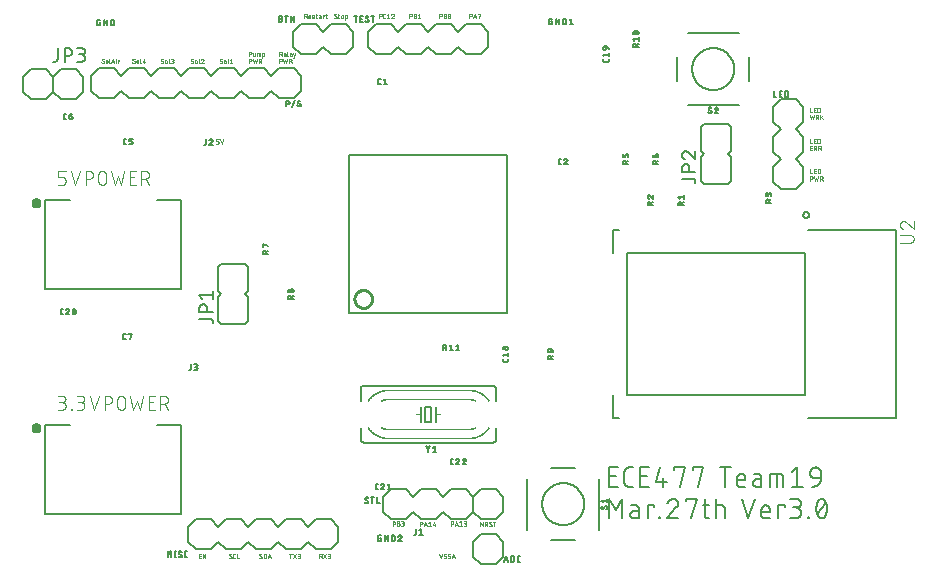
<source format=gbr>
G04 EAGLE Gerber RS-274X export*
G75*
%MOMM*%
%FSLAX34Y34*%
%LPD*%
%INSilkscreen Top*%
%IPPOS*%
%AMOC8*
5,1,8,0,0,1.08239X$1,22.5*%
G01*
%ADD10C,0.152400*%
%ADD11C,0.025400*%
%ADD12C,0.127000*%
%ADD13C,0.203200*%
%ADD14C,0.254000*%
%ADD15C,0.101600*%
%ADD16C,0.400000*%
%ADD17C,0.005078*%
%ADD18C,0.050800*%


D10*
X655687Y205232D02*
X648462Y205232D01*
X648462Y221488D01*
X655687Y221488D01*
X653881Y214263D02*
X648462Y214263D01*
X665031Y205232D02*
X668644Y205232D01*
X665031Y205232D02*
X664913Y205234D01*
X664795Y205240D01*
X664677Y205249D01*
X664560Y205263D01*
X664443Y205280D01*
X664326Y205301D01*
X664211Y205326D01*
X664096Y205355D01*
X663982Y205388D01*
X663870Y205424D01*
X663759Y205464D01*
X663649Y205507D01*
X663540Y205554D01*
X663433Y205604D01*
X663328Y205659D01*
X663225Y205716D01*
X663124Y205777D01*
X663024Y205841D01*
X662927Y205908D01*
X662832Y205978D01*
X662740Y206052D01*
X662649Y206128D01*
X662562Y206208D01*
X662477Y206290D01*
X662395Y206375D01*
X662315Y206462D01*
X662239Y206553D01*
X662165Y206645D01*
X662095Y206740D01*
X662028Y206837D01*
X661964Y206937D01*
X661903Y207038D01*
X661846Y207141D01*
X661791Y207246D01*
X661741Y207353D01*
X661694Y207462D01*
X661651Y207572D01*
X661611Y207683D01*
X661575Y207795D01*
X661542Y207909D01*
X661513Y208024D01*
X661488Y208139D01*
X661467Y208256D01*
X661450Y208373D01*
X661436Y208490D01*
X661427Y208608D01*
X661421Y208726D01*
X661419Y208844D01*
X661419Y217876D01*
X661421Y217994D01*
X661427Y218112D01*
X661436Y218230D01*
X661450Y218347D01*
X661467Y218464D01*
X661488Y218581D01*
X661513Y218696D01*
X661542Y218811D01*
X661575Y218925D01*
X661611Y219037D01*
X661651Y219148D01*
X661694Y219258D01*
X661741Y219367D01*
X661791Y219474D01*
X661845Y219579D01*
X661903Y219682D01*
X661964Y219783D01*
X662028Y219883D01*
X662095Y219980D01*
X662165Y220075D01*
X662239Y220167D01*
X662315Y220258D01*
X662395Y220345D01*
X662477Y220430D01*
X662562Y220512D01*
X662649Y220592D01*
X662740Y220668D01*
X662832Y220742D01*
X662927Y220812D01*
X663024Y220879D01*
X663124Y220943D01*
X663225Y221004D01*
X663328Y221061D01*
X663433Y221115D01*
X663540Y221166D01*
X663649Y221213D01*
X663759Y221256D01*
X663870Y221296D01*
X663982Y221332D01*
X664096Y221365D01*
X664211Y221394D01*
X664326Y221419D01*
X664443Y221440D01*
X664560Y221457D01*
X664677Y221471D01*
X664795Y221480D01*
X664913Y221486D01*
X665031Y221488D01*
X668644Y221488D01*
X675035Y205232D02*
X682260Y205232D01*
X675035Y205232D02*
X675035Y221488D01*
X682260Y221488D01*
X680454Y214263D02*
X675035Y214263D01*
X688031Y208844D02*
X691644Y221488D01*
X688031Y208844D02*
X697062Y208844D01*
X694353Y212457D02*
X694353Y205232D01*
X703663Y219682D02*
X703663Y221488D01*
X712694Y221488D01*
X708178Y205232D01*
X719294Y219682D02*
X719294Y221488D01*
X728325Y221488D01*
X723809Y205232D01*
X746735Y205232D02*
X746735Y221488D01*
X742220Y221488D02*
X751251Y221488D01*
X759379Y205232D02*
X763895Y205232D01*
X759379Y205232D02*
X759278Y205234D01*
X759177Y205240D01*
X759076Y205249D01*
X758975Y205262D01*
X758875Y205279D01*
X758776Y205300D01*
X758678Y205324D01*
X758581Y205352D01*
X758484Y205384D01*
X758389Y205419D01*
X758296Y205458D01*
X758204Y205500D01*
X758113Y205546D01*
X758025Y205595D01*
X757938Y205647D01*
X757853Y205703D01*
X757770Y205761D01*
X757690Y205823D01*
X757612Y205888D01*
X757536Y205955D01*
X757463Y206025D01*
X757393Y206098D01*
X757326Y206174D01*
X757261Y206252D01*
X757199Y206332D01*
X757141Y206415D01*
X757085Y206500D01*
X757033Y206587D01*
X756984Y206675D01*
X756938Y206766D01*
X756896Y206858D01*
X756857Y206951D01*
X756822Y207046D01*
X756790Y207143D01*
X756762Y207240D01*
X756738Y207338D01*
X756717Y207437D01*
X756700Y207537D01*
X756687Y207638D01*
X756678Y207739D01*
X756672Y207840D01*
X756670Y207941D01*
X756670Y212457D01*
X756672Y212576D01*
X756678Y212696D01*
X756688Y212815D01*
X756702Y212933D01*
X756719Y213052D01*
X756741Y213169D01*
X756766Y213286D01*
X756796Y213401D01*
X756829Y213516D01*
X756866Y213630D01*
X756906Y213742D01*
X756951Y213853D01*
X756999Y213962D01*
X757050Y214070D01*
X757105Y214176D01*
X757164Y214280D01*
X757226Y214382D01*
X757291Y214482D01*
X757360Y214580D01*
X757432Y214676D01*
X757507Y214769D01*
X757584Y214859D01*
X757665Y214947D01*
X757749Y215032D01*
X757836Y215114D01*
X757925Y215194D01*
X758017Y215270D01*
X758111Y215344D01*
X758208Y215414D01*
X758306Y215481D01*
X758407Y215545D01*
X758511Y215605D01*
X758616Y215662D01*
X758723Y215715D01*
X758831Y215765D01*
X758941Y215811D01*
X759053Y215853D01*
X759166Y215892D01*
X759280Y215927D01*
X759395Y215958D01*
X759512Y215986D01*
X759629Y216009D01*
X759746Y216029D01*
X759865Y216045D01*
X759984Y216057D01*
X760103Y216065D01*
X760222Y216069D01*
X760342Y216069D01*
X760461Y216065D01*
X760580Y216057D01*
X760699Y216045D01*
X760818Y216029D01*
X760935Y216009D01*
X761052Y215986D01*
X761169Y215958D01*
X761284Y215927D01*
X761398Y215892D01*
X761511Y215853D01*
X761623Y215811D01*
X761733Y215765D01*
X761841Y215715D01*
X761948Y215662D01*
X762053Y215605D01*
X762157Y215545D01*
X762258Y215481D01*
X762356Y215414D01*
X762453Y215344D01*
X762547Y215270D01*
X762639Y215194D01*
X762728Y215114D01*
X762815Y215032D01*
X762899Y214947D01*
X762980Y214859D01*
X763057Y214769D01*
X763132Y214676D01*
X763204Y214580D01*
X763273Y214482D01*
X763338Y214382D01*
X763400Y214280D01*
X763459Y214176D01*
X763514Y214070D01*
X763565Y213962D01*
X763613Y213853D01*
X763658Y213742D01*
X763698Y213630D01*
X763735Y213516D01*
X763768Y213401D01*
X763798Y213286D01*
X763823Y213169D01*
X763845Y213052D01*
X763862Y212933D01*
X763876Y212815D01*
X763886Y212696D01*
X763892Y212576D01*
X763894Y212457D01*
X763895Y212457D02*
X763895Y210651D01*
X756670Y210651D01*
X773304Y211554D02*
X777368Y211554D01*
X773304Y211554D02*
X773192Y211552D01*
X773081Y211546D01*
X772970Y211536D01*
X772859Y211523D01*
X772749Y211505D01*
X772640Y211483D01*
X772531Y211458D01*
X772423Y211429D01*
X772317Y211396D01*
X772211Y211359D01*
X772107Y211319D01*
X772005Y211275D01*
X771904Y211227D01*
X771805Y211176D01*
X771707Y211121D01*
X771612Y211063D01*
X771519Y211002D01*
X771428Y210937D01*
X771339Y210869D01*
X771253Y210798D01*
X771170Y210725D01*
X771089Y210648D01*
X771010Y210568D01*
X770935Y210486D01*
X770863Y210401D01*
X770793Y210314D01*
X770727Y210224D01*
X770664Y210132D01*
X770604Y210037D01*
X770548Y209941D01*
X770495Y209843D01*
X770446Y209743D01*
X770400Y209641D01*
X770358Y209538D01*
X770319Y209433D01*
X770284Y209327D01*
X770253Y209220D01*
X770226Y209112D01*
X770202Y209003D01*
X770183Y208893D01*
X770167Y208783D01*
X770155Y208672D01*
X770147Y208560D01*
X770143Y208449D01*
X770143Y208337D01*
X770147Y208226D01*
X770155Y208114D01*
X770167Y208003D01*
X770183Y207893D01*
X770202Y207783D01*
X770226Y207674D01*
X770253Y207566D01*
X770284Y207459D01*
X770319Y207353D01*
X770358Y207248D01*
X770400Y207145D01*
X770446Y207043D01*
X770495Y206943D01*
X770548Y206845D01*
X770604Y206749D01*
X770664Y206654D01*
X770727Y206562D01*
X770793Y206472D01*
X770863Y206385D01*
X770935Y206300D01*
X771010Y206218D01*
X771089Y206138D01*
X771170Y206061D01*
X771253Y205988D01*
X771339Y205917D01*
X771428Y205849D01*
X771519Y205784D01*
X771612Y205723D01*
X771707Y205665D01*
X771805Y205610D01*
X771904Y205559D01*
X772005Y205511D01*
X772107Y205467D01*
X772211Y205427D01*
X772317Y205390D01*
X772423Y205357D01*
X772531Y205328D01*
X772640Y205303D01*
X772749Y205281D01*
X772859Y205263D01*
X772970Y205250D01*
X773081Y205240D01*
X773192Y205234D01*
X773304Y205232D01*
X777368Y205232D01*
X777368Y213360D01*
X777366Y213461D01*
X777360Y213562D01*
X777351Y213663D01*
X777338Y213764D01*
X777321Y213864D01*
X777300Y213963D01*
X777276Y214061D01*
X777248Y214158D01*
X777216Y214255D01*
X777181Y214350D01*
X777142Y214443D01*
X777100Y214535D01*
X777054Y214626D01*
X777005Y214715D01*
X776953Y214801D01*
X776897Y214886D01*
X776839Y214969D01*
X776777Y215049D01*
X776712Y215127D01*
X776645Y215203D01*
X776575Y215276D01*
X776502Y215346D01*
X776426Y215413D01*
X776348Y215478D01*
X776268Y215540D01*
X776185Y215598D01*
X776100Y215654D01*
X776014Y215706D01*
X775925Y215755D01*
X775834Y215801D01*
X775742Y215843D01*
X775649Y215882D01*
X775554Y215917D01*
X775457Y215949D01*
X775360Y215977D01*
X775262Y216001D01*
X775163Y216022D01*
X775063Y216039D01*
X774962Y216052D01*
X774861Y216061D01*
X774760Y216067D01*
X774659Y216069D01*
X771047Y216069D01*
X785084Y216069D02*
X785084Y205232D01*
X785084Y216069D02*
X793212Y216069D01*
X793313Y216067D01*
X793414Y216061D01*
X793515Y216052D01*
X793616Y216039D01*
X793716Y216022D01*
X793815Y216001D01*
X793913Y215977D01*
X794010Y215949D01*
X794107Y215917D01*
X794202Y215882D01*
X794295Y215843D01*
X794387Y215801D01*
X794478Y215755D01*
X794567Y215706D01*
X794653Y215654D01*
X794738Y215598D01*
X794821Y215540D01*
X794901Y215478D01*
X794979Y215413D01*
X795055Y215346D01*
X795128Y215276D01*
X795198Y215203D01*
X795265Y215127D01*
X795330Y215049D01*
X795392Y214969D01*
X795450Y214886D01*
X795506Y214801D01*
X795558Y214715D01*
X795607Y214626D01*
X795653Y214535D01*
X795695Y214443D01*
X795734Y214350D01*
X795769Y214255D01*
X795801Y214158D01*
X795829Y214061D01*
X795853Y213963D01*
X795874Y213864D01*
X795891Y213764D01*
X795904Y213663D01*
X795913Y213562D01*
X795919Y213461D01*
X795921Y213360D01*
X795921Y205232D01*
X790503Y205232D02*
X790503Y216069D01*
X803181Y217876D02*
X807697Y221488D01*
X807697Y205232D01*
X812212Y205232D02*
X803181Y205232D01*
X822425Y212457D02*
X827844Y212457D01*
X822425Y212457D02*
X822307Y212459D01*
X822189Y212465D01*
X822071Y212474D01*
X821954Y212488D01*
X821837Y212505D01*
X821720Y212526D01*
X821605Y212551D01*
X821490Y212580D01*
X821376Y212613D01*
X821264Y212649D01*
X821153Y212689D01*
X821043Y212732D01*
X820934Y212779D01*
X820827Y212829D01*
X820722Y212884D01*
X820619Y212941D01*
X820518Y213002D01*
X820418Y213066D01*
X820321Y213133D01*
X820226Y213203D01*
X820134Y213277D01*
X820043Y213353D01*
X819956Y213433D01*
X819871Y213515D01*
X819789Y213600D01*
X819709Y213687D01*
X819633Y213778D01*
X819559Y213870D01*
X819489Y213965D01*
X819422Y214062D01*
X819358Y214162D01*
X819297Y214263D01*
X819240Y214366D01*
X819185Y214471D01*
X819135Y214578D01*
X819088Y214687D01*
X819045Y214797D01*
X819005Y214908D01*
X818969Y215020D01*
X818936Y215134D01*
X818907Y215249D01*
X818882Y215364D01*
X818861Y215481D01*
X818844Y215598D01*
X818830Y215715D01*
X818821Y215833D01*
X818815Y215951D01*
X818813Y216069D01*
X818813Y216972D01*
X818812Y216972D02*
X818814Y217105D01*
X818820Y217237D01*
X818830Y217369D01*
X818843Y217501D01*
X818861Y217633D01*
X818882Y217763D01*
X818907Y217894D01*
X818936Y218023D01*
X818969Y218151D01*
X819005Y218279D01*
X819045Y218405D01*
X819089Y218530D01*
X819137Y218654D01*
X819188Y218776D01*
X819243Y218897D01*
X819301Y219016D01*
X819363Y219134D01*
X819428Y219249D01*
X819497Y219363D01*
X819568Y219474D01*
X819644Y219583D01*
X819722Y219690D01*
X819803Y219795D01*
X819888Y219897D01*
X819975Y219997D01*
X820065Y220094D01*
X820158Y220189D01*
X820254Y220280D01*
X820352Y220369D01*
X820453Y220455D01*
X820557Y220538D01*
X820663Y220618D01*
X820771Y220694D01*
X820881Y220768D01*
X820994Y220838D01*
X821108Y220905D01*
X821225Y220968D01*
X821343Y221028D01*
X821463Y221085D01*
X821585Y221138D01*
X821708Y221187D01*
X821832Y221233D01*
X821958Y221275D01*
X822085Y221313D01*
X822213Y221348D01*
X822342Y221379D01*
X822471Y221406D01*
X822602Y221429D01*
X822733Y221449D01*
X822865Y221464D01*
X822997Y221476D01*
X823129Y221484D01*
X823262Y221488D01*
X823394Y221488D01*
X823527Y221484D01*
X823659Y221476D01*
X823791Y221464D01*
X823923Y221449D01*
X824054Y221429D01*
X824185Y221406D01*
X824314Y221379D01*
X824443Y221348D01*
X824571Y221313D01*
X824698Y221275D01*
X824824Y221233D01*
X824948Y221187D01*
X825071Y221138D01*
X825193Y221085D01*
X825313Y221028D01*
X825431Y220968D01*
X825548Y220905D01*
X825662Y220838D01*
X825775Y220768D01*
X825885Y220694D01*
X825993Y220618D01*
X826099Y220538D01*
X826203Y220455D01*
X826304Y220369D01*
X826402Y220280D01*
X826498Y220189D01*
X826591Y220094D01*
X826681Y219997D01*
X826768Y219897D01*
X826853Y219795D01*
X826934Y219690D01*
X827012Y219583D01*
X827088Y219474D01*
X827159Y219363D01*
X827228Y219249D01*
X827293Y219134D01*
X827355Y219016D01*
X827413Y218897D01*
X827468Y218776D01*
X827519Y218654D01*
X827567Y218530D01*
X827611Y218405D01*
X827651Y218279D01*
X827687Y218151D01*
X827720Y218023D01*
X827749Y217894D01*
X827774Y217763D01*
X827795Y217633D01*
X827813Y217501D01*
X827826Y217369D01*
X827836Y217237D01*
X827842Y217105D01*
X827844Y216972D01*
X827844Y212457D01*
X827842Y212282D01*
X827836Y212108D01*
X827825Y211934D01*
X827810Y211760D01*
X827791Y211586D01*
X827768Y211413D01*
X827741Y211241D01*
X827709Y211069D01*
X827674Y210898D01*
X827634Y210728D01*
X827590Y210559D01*
X827542Y210391D01*
X827490Y210224D01*
X827434Y210059D01*
X827374Y209895D01*
X827311Y209732D01*
X827243Y209572D01*
X827171Y209412D01*
X827096Y209255D01*
X827016Y209099D01*
X826933Y208946D01*
X826847Y208794D01*
X826756Y208645D01*
X826662Y208498D01*
X826565Y208353D01*
X826464Y208210D01*
X826360Y208070D01*
X826252Y207933D01*
X826141Y207798D01*
X826027Y207666D01*
X825910Y207537D01*
X825789Y207410D01*
X825666Y207287D01*
X825539Y207166D01*
X825410Y207049D01*
X825278Y206935D01*
X825143Y206824D01*
X825006Y206716D01*
X824866Y206612D01*
X824723Y206511D01*
X824578Y206414D01*
X824431Y206320D01*
X824282Y206229D01*
X824130Y206143D01*
X823977Y206060D01*
X823821Y205980D01*
X823664Y205905D01*
X823504Y205833D01*
X823344Y205765D01*
X823181Y205702D01*
X823017Y205642D01*
X822852Y205586D01*
X822685Y205534D01*
X822517Y205486D01*
X822348Y205442D01*
X822178Y205402D01*
X822007Y205367D01*
X821835Y205335D01*
X821663Y205308D01*
X821490Y205285D01*
X821316Y205266D01*
X821142Y205251D01*
X820968Y205240D01*
X820794Y205234D01*
X820619Y205232D01*
X648462Y194818D02*
X648462Y178562D01*
X653881Y185787D02*
X648462Y194818D01*
X653881Y185787D02*
X659299Y194818D01*
X659299Y178562D01*
X669508Y184884D02*
X673572Y184884D01*
X669508Y184884D02*
X669396Y184882D01*
X669285Y184876D01*
X669174Y184866D01*
X669063Y184853D01*
X668953Y184835D01*
X668844Y184813D01*
X668735Y184788D01*
X668627Y184759D01*
X668521Y184726D01*
X668415Y184689D01*
X668311Y184649D01*
X668209Y184605D01*
X668108Y184557D01*
X668009Y184506D01*
X667911Y184451D01*
X667816Y184393D01*
X667723Y184332D01*
X667632Y184267D01*
X667543Y184199D01*
X667457Y184128D01*
X667374Y184055D01*
X667293Y183978D01*
X667214Y183898D01*
X667139Y183816D01*
X667067Y183731D01*
X666997Y183644D01*
X666931Y183554D01*
X666868Y183462D01*
X666808Y183367D01*
X666752Y183271D01*
X666699Y183173D01*
X666650Y183073D01*
X666604Y182971D01*
X666562Y182868D01*
X666523Y182763D01*
X666488Y182657D01*
X666457Y182550D01*
X666430Y182442D01*
X666406Y182333D01*
X666387Y182223D01*
X666371Y182113D01*
X666359Y182002D01*
X666351Y181890D01*
X666347Y181779D01*
X666347Y181667D01*
X666351Y181556D01*
X666359Y181444D01*
X666371Y181333D01*
X666387Y181223D01*
X666406Y181113D01*
X666430Y181004D01*
X666457Y180896D01*
X666488Y180789D01*
X666523Y180683D01*
X666562Y180578D01*
X666604Y180475D01*
X666650Y180373D01*
X666699Y180273D01*
X666752Y180175D01*
X666808Y180079D01*
X666868Y179984D01*
X666931Y179892D01*
X666997Y179802D01*
X667067Y179715D01*
X667139Y179630D01*
X667214Y179548D01*
X667293Y179468D01*
X667374Y179391D01*
X667457Y179318D01*
X667543Y179247D01*
X667632Y179179D01*
X667723Y179114D01*
X667816Y179053D01*
X667911Y178995D01*
X668009Y178940D01*
X668108Y178889D01*
X668209Y178841D01*
X668311Y178797D01*
X668415Y178757D01*
X668521Y178720D01*
X668627Y178687D01*
X668735Y178658D01*
X668844Y178633D01*
X668953Y178611D01*
X669063Y178593D01*
X669174Y178580D01*
X669285Y178570D01*
X669396Y178564D01*
X669508Y178562D01*
X673572Y178562D01*
X673572Y186690D01*
X673570Y186791D01*
X673564Y186892D01*
X673555Y186993D01*
X673542Y187094D01*
X673525Y187194D01*
X673504Y187293D01*
X673480Y187391D01*
X673452Y187488D01*
X673420Y187585D01*
X673385Y187680D01*
X673346Y187773D01*
X673304Y187865D01*
X673258Y187956D01*
X673209Y188045D01*
X673157Y188131D01*
X673101Y188216D01*
X673043Y188299D01*
X672981Y188379D01*
X672916Y188457D01*
X672849Y188533D01*
X672779Y188606D01*
X672706Y188676D01*
X672630Y188743D01*
X672552Y188808D01*
X672472Y188870D01*
X672389Y188928D01*
X672304Y188984D01*
X672218Y189036D01*
X672129Y189085D01*
X672038Y189131D01*
X671946Y189173D01*
X671853Y189212D01*
X671758Y189247D01*
X671661Y189279D01*
X671564Y189307D01*
X671466Y189331D01*
X671367Y189352D01*
X671267Y189369D01*
X671166Y189382D01*
X671065Y189391D01*
X670964Y189397D01*
X670863Y189399D01*
X667250Y189399D01*
X681095Y189399D02*
X681095Y178562D01*
X681095Y189399D02*
X686513Y189399D01*
X686513Y187593D01*
X690944Y179465D02*
X690944Y178562D01*
X690944Y179465D02*
X691847Y179465D01*
X691847Y178562D01*
X690944Y178562D01*
X706853Y190754D02*
X706851Y190879D01*
X706845Y191004D01*
X706836Y191129D01*
X706822Y191253D01*
X706805Y191377D01*
X706784Y191501D01*
X706759Y191623D01*
X706730Y191745D01*
X706698Y191866D01*
X706662Y191986D01*
X706622Y192105D01*
X706579Y192222D01*
X706532Y192338D01*
X706481Y192453D01*
X706427Y192565D01*
X706369Y192677D01*
X706309Y192786D01*
X706244Y192893D01*
X706177Y192999D01*
X706106Y193102D01*
X706032Y193203D01*
X705955Y193302D01*
X705875Y193398D01*
X705792Y193492D01*
X705707Y193583D01*
X705618Y193672D01*
X705527Y193757D01*
X705433Y193840D01*
X705337Y193920D01*
X705238Y193997D01*
X705137Y194071D01*
X705034Y194142D01*
X704928Y194209D01*
X704821Y194274D01*
X704712Y194334D01*
X704600Y194392D01*
X704488Y194446D01*
X704373Y194497D01*
X704257Y194544D01*
X704140Y194587D01*
X704021Y194627D01*
X703901Y194663D01*
X703780Y194695D01*
X703658Y194724D01*
X703536Y194749D01*
X703412Y194770D01*
X703288Y194787D01*
X703164Y194801D01*
X703039Y194810D01*
X702914Y194816D01*
X702789Y194818D01*
X702646Y194816D01*
X702504Y194810D01*
X702361Y194800D01*
X702219Y194787D01*
X702078Y194769D01*
X701936Y194748D01*
X701796Y194723D01*
X701656Y194694D01*
X701517Y194661D01*
X701379Y194624D01*
X701242Y194584D01*
X701107Y194540D01*
X700972Y194492D01*
X700839Y194440D01*
X700707Y194385D01*
X700577Y194326D01*
X700449Y194264D01*
X700322Y194198D01*
X700197Y194129D01*
X700074Y194057D01*
X699954Y193981D01*
X699835Y193902D01*
X699718Y193819D01*
X699604Y193734D01*
X699492Y193645D01*
X699383Y193554D01*
X699276Y193459D01*
X699171Y193362D01*
X699070Y193261D01*
X698971Y193158D01*
X698875Y193053D01*
X698782Y192944D01*
X698692Y192833D01*
X698605Y192720D01*
X698521Y192605D01*
X698441Y192487D01*
X698363Y192367D01*
X698289Y192245D01*
X698219Y192121D01*
X698151Y191995D01*
X698088Y191867D01*
X698027Y191738D01*
X697970Y191607D01*
X697917Y191475D01*
X697868Y191341D01*
X697822Y191206D01*
X705498Y187593D02*
X705592Y187685D01*
X705682Y187779D01*
X705770Y187876D01*
X705855Y187976D01*
X705937Y188078D01*
X706016Y188183D01*
X706091Y188290D01*
X706163Y188399D01*
X706232Y188510D01*
X706298Y188624D01*
X706360Y188739D01*
X706419Y188856D01*
X706474Y188975D01*
X706525Y189095D01*
X706573Y189217D01*
X706618Y189340D01*
X706658Y189464D01*
X706695Y189590D01*
X706728Y189717D01*
X706757Y189844D01*
X706783Y189973D01*
X706804Y190102D01*
X706822Y190232D01*
X706835Y190362D01*
X706845Y190492D01*
X706851Y190623D01*
X706853Y190754D01*
X705498Y187593D02*
X697822Y178562D01*
X706853Y178562D01*
X713453Y193012D02*
X713453Y194818D01*
X722484Y194818D01*
X717969Y178562D01*
X727648Y189399D02*
X733067Y189399D01*
X729454Y194818D02*
X729454Y181271D01*
X729455Y181271D02*
X729457Y181170D01*
X729463Y181069D01*
X729472Y180968D01*
X729485Y180867D01*
X729502Y180767D01*
X729523Y180668D01*
X729547Y180570D01*
X729575Y180473D01*
X729607Y180376D01*
X729642Y180281D01*
X729681Y180188D01*
X729723Y180096D01*
X729769Y180005D01*
X729818Y179917D01*
X729870Y179830D01*
X729926Y179745D01*
X729984Y179662D01*
X730046Y179582D01*
X730111Y179504D01*
X730178Y179428D01*
X730248Y179355D01*
X730321Y179285D01*
X730397Y179218D01*
X730475Y179153D01*
X730555Y179091D01*
X730638Y179033D01*
X730723Y178977D01*
X730810Y178925D01*
X730898Y178876D01*
X730989Y178830D01*
X731081Y178788D01*
X731174Y178749D01*
X731269Y178714D01*
X731366Y178682D01*
X731463Y178654D01*
X731561Y178630D01*
X731660Y178609D01*
X731760Y178592D01*
X731861Y178579D01*
X731962Y178570D01*
X732063Y178564D01*
X732164Y178562D01*
X733067Y178562D01*
X739366Y178562D02*
X739366Y194818D01*
X739366Y189399D02*
X743882Y189399D01*
X743986Y189397D01*
X744089Y189391D01*
X744193Y189381D01*
X744296Y189367D01*
X744398Y189349D01*
X744499Y189328D01*
X744600Y189302D01*
X744699Y189273D01*
X744798Y189240D01*
X744895Y189203D01*
X744990Y189162D01*
X745084Y189118D01*
X745176Y189070D01*
X745266Y189019D01*
X745355Y188964D01*
X745441Y188906D01*
X745524Y188844D01*
X745606Y188780D01*
X745684Y188712D01*
X745760Y188642D01*
X745834Y188569D01*
X745904Y188492D01*
X745972Y188414D01*
X746036Y188332D01*
X746098Y188249D01*
X746156Y188163D01*
X746211Y188074D01*
X746262Y187984D01*
X746310Y187892D01*
X746354Y187798D01*
X746395Y187703D01*
X746432Y187606D01*
X746465Y187507D01*
X746494Y187408D01*
X746520Y187307D01*
X746541Y187206D01*
X746559Y187104D01*
X746573Y187001D01*
X746583Y186897D01*
X746589Y186794D01*
X746591Y186690D01*
X746591Y178562D01*
X766425Y178562D02*
X761007Y194818D01*
X771844Y194818D02*
X766425Y178562D01*
X780111Y178562D02*
X784627Y178562D01*
X780111Y178562D02*
X780010Y178564D01*
X779909Y178570D01*
X779808Y178579D01*
X779707Y178592D01*
X779607Y178609D01*
X779508Y178630D01*
X779410Y178654D01*
X779313Y178682D01*
X779216Y178714D01*
X779121Y178749D01*
X779028Y178788D01*
X778936Y178830D01*
X778845Y178876D01*
X778757Y178925D01*
X778670Y178977D01*
X778585Y179033D01*
X778502Y179091D01*
X778422Y179153D01*
X778344Y179218D01*
X778268Y179285D01*
X778195Y179355D01*
X778125Y179428D01*
X778058Y179504D01*
X777993Y179582D01*
X777931Y179662D01*
X777873Y179745D01*
X777817Y179830D01*
X777765Y179917D01*
X777716Y180005D01*
X777670Y180096D01*
X777628Y180188D01*
X777589Y180281D01*
X777554Y180376D01*
X777522Y180473D01*
X777494Y180570D01*
X777470Y180668D01*
X777449Y180767D01*
X777432Y180867D01*
X777419Y180968D01*
X777410Y181069D01*
X777404Y181170D01*
X777402Y181271D01*
X777402Y185787D01*
X777403Y185787D02*
X777405Y185906D01*
X777411Y186026D01*
X777421Y186145D01*
X777435Y186263D01*
X777452Y186382D01*
X777474Y186499D01*
X777499Y186616D01*
X777529Y186731D01*
X777562Y186846D01*
X777599Y186960D01*
X777639Y187072D01*
X777684Y187183D01*
X777732Y187292D01*
X777783Y187400D01*
X777838Y187506D01*
X777897Y187610D01*
X777959Y187712D01*
X778024Y187812D01*
X778093Y187910D01*
X778165Y188006D01*
X778240Y188099D01*
X778317Y188189D01*
X778398Y188277D01*
X778482Y188362D01*
X778569Y188444D01*
X778658Y188524D01*
X778750Y188600D01*
X778844Y188674D01*
X778941Y188744D01*
X779039Y188811D01*
X779140Y188875D01*
X779244Y188935D01*
X779349Y188992D01*
X779456Y189045D01*
X779564Y189095D01*
X779674Y189141D01*
X779786Y189183D01*
X779899Y189222D01*
X780013Y189257D01*
X780128Y189288D01*
X780245Y189316D01*
X780362Y189339D01*
X780479Y189359D01*
X780598Y189375D01*
X780717Y189387D01*
X780836Y189395D01*
X780955Y189399D01*
X781075Y189399D01*
X781194Y189395D01*
X781313Y189387D01*
X781432Y189375D01*
X781551Y189359D01*
X781668Y189339D01*
X781785Y189316D01*
X781902Y189288D01*
X782017Y189257D01*
X782131Y189222D01*
X782244Y189183D01*
X782356Y189141D01*
X782466Y189095D01*
X782574Y189045D01*
X782681Y188992D01*
X782786Y188935D01*
X782890Y188875D01*
X782991Y188811D01*
X783089Y188744D01*
X783186Y188674D01*
X783280Y188600D01*
X783372Y188524D01*
X783461Y188444D01*
X783548Y188362D01*
X783632Y188277D01*
X783713Y188189D01*
X783790Y188099D01*
X783865Y188006D01*
X783937Y187910D01*
X784006Y187812D01*
X784071Y187712D01*
X784133Y187610D01*
X784192Y187506D01*
X784247Y187400D01*
X784298Y187292D01*
X784346Y187183D01*
X784391Y187072D01*
X784431Y186960D01*
X784468Y186846D01*
X784501Y186731D01*
X784531Y186616D01*
X784556Y186499D01*
X784578Y186382D01*
X784595Y186263D01*
X784609Y186145D01*
X784619Y186026D01*
X784625Y185906D01*
X784627Y185787D01*
X784627Y183981D01*
X777402Y183981D01*
X791555Y178562D02*
X791555Y189399D01*
X796974Y189399D01*
X796974Y187593D01*
X802030Y178562D02*
X806546Y178562D01*
X806679Y178564D01*
X806811Y178570D01*
X806943Y178580D01*
X807075Y178593D01*
X807207Y178611D01*
X807337Y178632D01*
X807468Y178657D01*
X807597Y178686D01*
X807725Y178719D01*
X807853Y178755D01*
X807979Y178795D01*
X808104Y178839D01*
X808228Y178887D01*
X808350Y178938D01*
X808471Y178993D01*
X808590Y179051D01*
X808708Y179113D01*
X808823Y179178D01*
X808937Y179247D01*
X809048Y179318D01*
X809157Y179394D01*
X809264Y179472D01*
X809369Y179553D01*
X809471Y179638D01*
X809571Y179725D01*
X809668Y179815D01*
X809763Y179908D01*
X809854Y180004D01*
X809943Y180102D01*
X810029Y180203D01*
X810112Y180307D01*
X810192Y180413D01*
X810268Y180521D01*
X810342Y180631D01*
X810412Y180744D01*
X810479Y180858D01*
X810542Y180975D01*
X810602Y181093D01*
X810659Y181213D01*
X810712Y181335D01*
X810761Y181458D01*
X810807Y181582D01*
X810849Y181708D01*
X810887Y181835D01*
X810922Y181963D01*
X810953Y182092D01*
X810980Y182221D01*
X811003Y182352D01*
X811023Y182483D01*
X811038Y182615D01*
X811050Y182747D01*
X811058Y182879D01*
X811062Y183012D01*
X811062Y183144D01*
X811058Y183277D01*
X811050Y183409D01*
X811038Y183541D01*
X811023Y183673D01*
X811003Y183804D01*
X810980Y183935D01*
X810953Y184064D01*
X810922Y184193D01*
X810887Y184321D01*
X810849Y184448D01*
X810807Y184574D01*
X810761Y184698D01*
X810712Y184821D01*
X810659Y184943D01*
X810602Y185063D01*
X810542Y185181D01*
X810479Y185298D01*
X810412Y185412D01*
X810342Y185525D01*
X810268Y185635D01*
X810192Y185743D01*
X810112Y185849D01*
X810029Y185953D01*
X809943Y186054D01*
X809854Y186152D01*
X809763Y186248D01*
X809668Y186341D01*
X809571Y186431D01*
X809471Y186518D01*
X809369Y186603D01*
X809264Y186684D01*
X809157Y186762D01*
X809048Y186838D01*
X808937Y186909D01*
X808823Y186978D01*
X808708Y187043D01*
X808590Y187105D01*
X808471Y187163D01*
X808350Y187218D01*
X808228Y187269D01*
X808104Y187317D01*
X807979Y187361D01*
X807853Y187401D01*
X807725Y187437D01*
X807597Y187470D01*
X807468Y187499D01*
X807337Y187524D01*
X807207Y187545D01*
X807075Y187563D01*
X806943Y187576D01*
X806811Y187586D01*
X806679Y187592D01*
X806546Y187594D01*
X807449Y194818D02*
X802030Y194818D01*
X807449Y194818D02*
X807568Y194816D01*
X807688Y194810D01*
X807807Y194800D01*
X807925Y194786D01*
X808044Y194769D01*
X808161Y194747D01*
X808278Y194722D01*
X808393Y194692D01*
X808508Y194659D01*
X808622Y194622D01*
X808734Y194582D01*
X808845Y194537D01*
X808954Y194489D01*
X809062Y194438D01*
X809168Y194383D01*
X809272Y194324D01*
X809374Y194262D01*
X809474Y194197D01*
X809572Y194128D01*
X809668Y194056D01*
X809761Y193981D01*
X809851Y193904D01*
X809939Y193823D01*
X810024Y193739D01*
X810106Y193652D01*
X810186Y193563D01*
X810262Y193471D01*
X810336Y193377D01*
X810406Y193280D01*
X810473Y193182D01*
X810537Y193081D01*
X810597Y192977D01*
X810654Y192872D01*
X810707Y192765D01*
X810757Y192657D01*
X810803Y192547D01*
X810845Y192435D01*
X810884Y192322D01*
X810919Y192208D01*
X810950Y192093D01*
X810978Y191976D01*
X811001Y191859D01*
X811021Y191742D01*
X811037Y191623D01*
X811049Y191504D01*
X811057Y191385D01*
X811061Y191266D01*
X811061Y191146D01*
X811057Y191027D01*
X811049Y190908D01*
X811037Y190789D01*
X811021Y190670D01*
X811001Y190553D01*
X810978Y190436D01*
X810950Y190319D01*
X810919Y190204D01*
X810884Y190090D01*
X810845Y189977D01*
X810803Y189865D01*
X810757Y189755D01*
X810707Y189647D01*
X810654Y189540D01*
X810597Y189435D01*
X810537Y189331D01*
X810473Y189230D01*
X810406Y189132D01*
X810336Y189035D01*
X810262Y188941D01*
X810186Y188849D01*
X810106Y188760D01*
X810024Y188673D01*
X809939Y188589D01*
X809851Y188508D01*
X809761Y188431D01*
X809668Y188356D01*
X809572Y188284D01*
X809474Y188215D01*
X809374Y188150D01*
X809272Y188088D01*
X809168Y188029D01*
X809062Y187974D01*
X808954Y187923D01*
X808845Y187875D01*
X808734Y187830D01*
X808622Y187790D01*
X808508Y187753D01*
X808393Y187720D01*
X808278Y187690D01*
X808161Y187665D01*
X808044Y187643D01*
X807925Y187626D01*
X807807Y187612D01*
X807688Y187602D01*
X807568Y187596D01*
X807449Y187594D01*
X807449Y187593D02*
X803836Y187593D01*
X817036Y179465D02*
X817036Y178562D01*
X817036Y179465D02*
X817939Y179465D01*
X817939Y178562D01*
X817036Y178562D01*
X823914Y186690D02*
X823918Y187010D01*
X823929Y187329D01*
X823948Y187649D01*
X823975Y187967D01*
X824009Y188285D01*
X824051Y188602D01*
X824101Y188918D01*
X824158Y189233D01*
X824222Y189546D01*
X824294Y189858D01*
X824373Y190168D01*
X824460Y190475D01*
X824554Y190781D01*
X824655Y191084D01*
X824764Y191385D01*
X824879Y191683D01*
X825002Y191979D01*
X825132Y192271D01*
X825269Y192560D01*
X825268Y192561D02*
X825307Y192669D01*
X825350Y192776D01*
X825396Y192881D01*
X825447Y192985D01*
X825500Y193087D01*
X825557Y193187D01*
X825618Y193285D01*
X825682Y193380D01*
X825749Y193474D01*
X825820Y193565D01*
X825893Y193654D01*
X825970Y193740D01*
X826049Y193823D01*
X826131Y193904D01*
X826216Y193982D01*
X826304Y194056D01*
X826394Y194128D01*
X826486Y194196D01*
X826581Y194262D01*
X826678Y194324D01*
X826777Y194382D01*
X826879Y194438D01*
X826981Y194489D01*
X827086Y194537D01*
X827192Y194582D01*
X827300Y194623D01*
X827409Y194660D01*
X827519Y194693D01*
X827631Y194722D01*
X827743Y194748D01*
X827856Y194770D01*
X827970Y194787D01*
X828084Y194801D01*
X828199Y194811D01*
X828314Y194817D01*
X828429Y194819D01*
X828429Y194818D02*
X828544Y194816D01*
X828659Y194810D01*
X828774Y194800D01*
X828888Y194786D01*
X829002Y194769D01*
X829115Y194747D01*
X829227Y194721D01*
X829339Y194692D01*
X829449Y194659D01*
X829558Y194622D01*
X829666Y194581D01*
X829772Y194536D01*
X829877Y194488D01*
X829979Y194437D01*
X830080Y194381D01*
X830180Y194323D01*
X830277Y194261D01*
X830371Y194196D01*
X830464Y194127D01*
X830554Y194055D01*
X830642Y193981D01*
X830727Y193903D01*
X830809Y193822D01*
X830888Y193739D01*
X830965Y193653D01*
X831038Y193564D01*
X831109Y193473D01*
X831176Y193379D01*
X831240Y193284D01*
X831301Y193186D01*
X831358Y193086D01*
X831411Y192984D01*
X831462Y192880D01*
X831508Y192775D01*
X831551Y192668D01*
X831590Y192560D01*
X831727Y192271D01*
X831857Y191979D01*
X831980Y191683D01*
X832095Y191385D01*
X832204Y191084D01*
X832305Y190781D01*
X832399Y190475D01*
X832486Y190168D01*
X832565Y189858D01*
X832637Y189546D01*
X832701Y189233D01*
X832758Y188918D01*
X832808Y188602D01*
X832850Y188285D01*
X832884Y187967D01*
X832911Y187649D01*
X832930Y187329D01*
X832941Y187010D01*
X832945Y186690D01*
X823914Y186690D02*
X823918Y186370D01*
X823929Y186051D01*
X823948Y185731D01*
X823975Y185413D01*
X824009Y185095D01*
X824051Y184778D01*
X824101Y184462D01*
X824158Y184147D01*
X824222Y183834D01*
X824294Y183522D01*
X824373Y183212D01*
X824460Y182905D01*
X824554Y182599D01*
X824655Y182296D01*
X824764Y181995D01*
X824879Y181697D01*
X825002Y181401D01*
X825132Y181109D01*
X825269Y180820D01*
X825268Y180820D02*
X825307Y180712D01*
X825350Y180605D01*
X825396Y180500D01*
X825447Y180396D01*
X825500Y180294D01*
X825557Y180194D01*
X825618Y180096D01*
X825682Y180001D01*
X825749Y179907D01*
X825820Y179816D01*
X825893Y179727D01*
X825970Y179641D01*
X826049Y179558D01*
X826131Y179477D01*
X826216Y179399D01*
X826304Y179325D01*
X826394Y179253D01*
X826487Y179184D01*
X826581Y179119D01*
X826678Y179057D01*
X826778Y178999D01*
X826879Y178943D01*
X826981Y178892D01*
X827086Y178844D01*
X827192Y178799D01*
X827300Y178758D01*
X827409Y178721D01*
X827519Y178688D01*
X827631Y178659D01*
X827743Y178633D01*
X827856Y178611D01*
X827970Y178594D01*
X828084Y178580D01*
X828199Y178570D01*
X828314Y178564D01*
X828429Y178562D01*
X831589Y180820D02*
X831726Y181109D01*
X831856Y181401D01*
X831979Y181697D01*
X832094Y181995D01*
X832203Y182296D01*
X832304Y182599D01*
X832398Y182905D01*
X832485Y183212D01*
X832564Y183522D01*
X832636Y183834D01*
X832700Y184147D01*
X832757Y184462D01*
X832807Y184778D01*
X832849Y185095D01*
X832883Y185413D01*
X832910Y185731D01*
X832929Y186051D01*
X832940Y186370D01*
X832944Y186690D01*
X831590Y180820D02*
X831551Y180712D01*
X831508Y180605D01*
X831462Y180500D01*
X831411Y180396D01*
X831358Y180294D01*
X831301Y180194D01*
X831240Y180096D01*
X831176Y180001D01*
X831109Y179907D01*
X831038Y179816D01*
X830965Y179727D01*
X830888Y179641D01*
X830809Y179558D01*
X830727Y179477D01*
X830642Y179399D01*
X830554Y179325D01*
X830464Y179253D01*
X830371Y179184D01*
X830277Y179119D01*
X830180Y179057D01*
X830080Y178999D01*
X829979Y178943D01*
X829876Y178892D01*
X829772Y178844D01*
X829666Y178799D01*
X829558Y178758D01*
X829449Y178721D01*
X829339Y178688D01*
X829227Y178659D01*
X829115Y178633D01*
X829002Y178611D01*
X828888Y178594D01*
X828774Y178580D01*
X828659Y178570D01*
X828544Y178564D01*
X828429Y178562D01*
X824817Y182174D02*
X832042Y191206D01*
D11*
X317101Y495557D02*
X315831Y495557D01*
X317101Y495557D02*
X317156Y495559D01*
X317212Y495564D01*
X317266Y495573D01*
X317320Y495586D01*
X317373Y495602D01*
X317425Y495621D01*
X317476Y495644D01*
X317525Y495670D01*
X317572Y495700D01*
X317617Y495732D01*
X317659Y495767D01*
X317700Y495805D01*
X317738Y495846D01*
X317773Y495888D01*
X317805Y495933D01*
X317835Y495981D01*
X317861Y496029D01*
X317884Y496080D01*
X317903Y496132D01*
X317919Y496185D01*
X317932Y496239D01*
X317941Y496293D01*
X317946Y496349D01*
X317948Y496404D01*
X317948Y496827D01*
X317946Y496882D01*
X317941Y496938D01*
X317932Y496992D01*
X317919Y497046D01*
X317903Y497099D01*
X317884Y497151D01*
X317861Y497202D01*
X317835Y497251D01*
X317805Y497298D01*
X317773Y497343D01*
X317738Y497385D01*
X317700Y497426D01*
X317659Y497464D01*
X317617Y497499D01*
X317572Y497531D01*
X317525Y497561D01*
X317476Y497587D01*
X317425Y497610D01*
X317373Y497629D01*
X317320Y497645D01*
X317266Y497658D01*
X317212Y497667D01*
X317156Y497672D01*
X317101Y497674D01*
X315831Y497674D01*
X315831Y499367D01*
X317948Y499367D01*
X319277Y499367D02*
X320547Y495557D01*
X321817Y499367D01*
X504614Y148323D02*
X505884Y144513D01*
X507154Y148323D01*
X510478Y145359D02*
X510476Y145301D01*
X510470Y145244D01*
X510460Y145187D01*
X510447Y145130D01*
X510429Y145075D01*
X510408Y145022D01*
X510383Y144969D01*
X510355Y144919D01*
X510323Y144871D01*
X510288Y144824D01*
X510250Y144781D01*
X510209Y144740D01*
X510166Y144702D01*
X510119Y144667D01*
X510071Y144635D01*
X510021Y144607D01*
X509968Y144582D01*
X509915Y144561D01*
X509860Y144543D01*
X509803Y144530D01*
X509746Y144520D01*
X509689Y144514D01*
X509631Y144512D01*
X509631Y144513D02*
X509548Y144515D01*
X509465Y144521D01*
X509383Y144530D01*
X509301Y144544D01*
X509220Y144561D01*
X509139Y144582D01*
X509060Y144607D01*
X508982Y144635D01*
X508905Y144667D01*
X508830Y144702D01*
X508757Y144741D01*
X508685Y144784D01*
X508616Y144829D01*
X508549Y144878D01*
X508484Y144930D01*
X508421Y144984D01*
X508361Y145042D01*
X508467Y147476D02*
X508469Y147531D01*
X508474Y147587D01*
X508483Y147641D01*
X508496Y147695D01*
X508512Y147748D01*
X508531Y147800D01*
X508554Y147851D01*
X508580Y147900D01*
X508610Y147947D01*
X508642Y147992D01*
X508677Y148034D01*
X508715Y148075D01*
X508756Y148113D01*
X508798Y148148D01*
X508843Y148180D01*
X508891Y148210D01*
X508939Y148236D01*
X508990Y148259D01*
X509042Y148278D01*
X509095Y148294D01*
X509149Y148307D01*
X509203Y148316D01*
X509259Y148321D01*
X509314Y148323D01*
X509393Y148321D01*
X509471Y148315D01*
X509549Y148306D01*
X509626Y148292D01*
X509703Y148275D01*
X509779Y148253D01*
X509853Y148229D01*
X509927Y148200D01*
X509998Y148168D01*
X510068Y148132D01*
X510137Y148093D01*
X510203Y148051D01*
X510267Y148005D01*
X508890Y146735D02*
X508843Y146765D01*
X508798Y146798D01*
X508755Y146834D01*
X508715Y146872D01*
X508677Y146913D01*
X508642Y146956D01*
X508610Y147002D01*
X508580Y147049D01*
X508554Y147099D01*
X508531Y147150D01*
X508512Y147202D01*
X508496Y147255D01*
X508483Y147310D01*
X508474Y147365D01*
X508469Y147420D01*
X508467Y147476D01*
X510055Y146100D02*
X510102Y146070D01*
X510147Y146037D01*
X510190Y146001D01*
X510230Y145963D01*
X510268Y145922D01*
X510303Y145879D01*
X510335Y145833D01*
X510365Y145786D01*
X510391Y145736D01*
X510414Y145685D01*
X510433Y145633D01*
X510449Y145580D01*
X510462Y145525D01*
X510471Y145470D01*
X510476Y145415D01*
X510478Y145359D01*
X510055Y146100D02*
X508890Y146735D01*
X513045Y144512D02*
X513103Y144514D01*
X513160Y144520D01*
X513217Y144530D01*
X513274Y144543D01*
X513329Y144561D01*
X513382Y144582D01*
X513435Y144607D01*
X513485Y144635D01*
X513533Y144667D01*
X513580Y144702D01*
X513623Y144740D01*
X513664Y144781D01*
X513702Y144824D01*
X513737Y144871D01*
X513769Y144919D01*
X513797Y144969D01*
X513822Y145022D01*
X513843Y145075D01*
X513861Y145130D01*
X513874Y145187D01*
X513884Y145244D01*
X513890Y145301D01*
X513892Y145359D01*
X513045Y144513D02*
X512962Y144515D01*
X512879Y144521D01*
X512797Y144530D01*
X512715Y144544D01*
X512634Y144561D01*
X512553Y144582D01*
X512474Y144607D01*
X512396Y144635D01*
X512319Y144667D01*
X512244Y144702D01*
X512171Y144741D01*
X512099Y144784D01*
X512030Y144829D01*
X511963Y144878D01*
X511898Y144930D01*
X511835Y144984D01*
X511775Y145042D01*
X511881Y147476D02*
X511883Y147531D01*
X511888Y147587D01*
X511897Y147641D01*
X511910Y147695D01*
X511926Y147748D01*
X511945Y147800D01*
X511968Y147851D01*
X511994Y147900D01*
X512024Y147947D01*
X512056Y147992D01*
X512091Y148034D01*
X512129Y148075D01*
X512170Y148113D01*
X512212Y148148D01*
X512257Y148180D01*
X512305Y148210D01*
X512353Y148236D01*
X512404Y148259D01*
X512456Y148278D01*
X512509Y148294D01*
X512563Y148307D01*
X512617Y148316D01*
X512673Y148321D01*
X512728Y148323D01*
X512807Y148321D01*
X512885Y148315D01*
X512963Y148306D01*
X513040Y148292D01*
X513117Y148275D01*
X513193Y148253D01*
X513267Y148229D01*
X513341Y148200D01*
X513412Y148168D01*
X513482Y148132D01*
X513551Y148093D01*
X513617Y148051D01*
X513681Y148005D01*
X512304Y146735D02*
X512257Y146765D01*
X512212Y146798D01*
X512169Y146834D01*
X512129Y146872D01*
X512091Y146913D01*
X512056Y146956D01*
X512024Y147002D01*
X511994Y147049D01*
X511968Y147099D01*
X511945Y147150D01*
X511926Y147202D01*
X511910Y147255D01*
X511897Y147310D01*
X511888Y147365D01*
X511883Y147420D01*
X511881Y147476D01*
X513469Y146100D02*
X513516Y146070D01*
X513561Y146037D01*
X513604Y146001D01*
X513644Y145963D01*
X513682Y145922D01*
X513717Y145879D01*
X513749Y145833D01*
X513779Y145786D01*
X513805Y145736D01*
X513828Y145685D01*
X513847Y145633D01*
X513863Y145580D01*
X513876Y145525D01*
X513885Y145470D01*
X513890Y145415D01*
X513892Y145359D01*
X513468Y146100D02*
X512304Y146735D01*
X515099Y144513D02*
X516369Y148323D01*
X517639Y144513D01*
X517322Y145465D02*
X515417Y145465D01*
X219880Y563866D02*
X219938Y563868D01*
X219995Y563874D01*
X220052Y563884D01*
X220109Y563897D01*
X220164Y563915D01*
X220217Y563936D01*
X220270Y563961D01*
X220320Y563989D01*
X220368Y564021D01*
X220415Y564056D01*
X220458Y564094D01*
X220499Y564135D01*
X220537Y564178D01*
X220572Y564225D01*
X220604Y564273D01*
X220632Y564323D01*
X220657Y564376D01*
X220678Y564429D01*
X220696Y564484D01*
X220709Y564541D01*
X220719Y564598D01*
X220725Y564655D01*
X220727Y564713D01*
X219880Y563867D02*
X219797Y563869D01*
X219714Y563875D01*
X219632Y563884D01*
X219550Y563898D01*
X219469Y563915D01*
X219388Y563936D01*
X219309Y563961D01*
X219231Y563989D01*
X219154Y564021D01*
X219079Y564056D01*
X219006Y564095D01*
X218934Y564138D01*
X218865Y564183D01*
X218798Y564232D01*
X218733Y564284D01*
X218670Y564338D01*
X218610Y564396D01*
X218716Y566830D02*
X218718Y566885D01*
X218723Y566941D01*
X218732Y566995D01*
X218745Y567049D01*
X218761Y567102D01*
X218780Y567154D01*
X218803Y567205D01*
X218829Y567254D01*
X218859Y567301D01*
X218891Y567346D01*
X218926Y567388D01*
X218964Y567429D01*
X219005Y567467D01*
X219047Y567502D01*
X219092Y567534D01*
X219140Y567564D01*
X219188Y567590D01*
X219239Y567613D01*
X219291Y567632D01*
X219344Y567648D01*
X219398Y567661D01*
X219452Y567670D01*
X219508Y567675D01*
X219563Y567677D01*
X219642Y567675D01*
X219720Y567669D01*
X219798Y567660D01*
X219875Y567646D01*
X219952Y567629D01*
X220028Y567607D01*
X220102Y567583D01*
X220176Y567554D01*
X220247Y567522D01*
X220317Y567486D01*
X220386Y567447D01*
X220452Y567405D01*
X220516Y567359D01*
X219139Y566089D02*
X219092Y566119D01*
X219047Y566152D01*
X219004Y566188D01*
X218964Y566226D01*
X218926Y566267D01*
X218891Y566310D01*
X218859Y566356D01*
X218829Y566403D01*
X218803Y566453D01*
X218780Y566504D01*
X218761Y566556D01*
X218745Y566609D01*
X218732Y566664D01*
X218723Y566719D01*
X218718Y566774D01*
X218716Y566830D01*
X220304Y565454D02*
X220351Y565424D01*
X220396Y565391D01*
X220439Y565355D01*
X220479Y565317D01*
X220517Y565276D01*
X220552Y565233D01*
X220584Y565187D01*
X220614Y565140D01*
X220640Y565090D01*
X220663Y565039D01*
X220682Y564987D01*
X220698Y564934D01*
X220711Y564879D01*
X220720Y564824D01*
X220725Y564769D01*
X220727Y564713D01*
X220303Y565454D02*
X219139Y566089D01*
X222113Y565560D02*
X222113Y564713D01*
X222113Y565560D02*
X222115Y565617D01*
X222121Y565673D01*
X222130Y565729D01*
X222143Y565784D01*
X222160Y565838D01*
X222180Y565891D01*
X222204Y565942D01*
X222231Y565992D01*
X222262Y566039D01*
X222295Y566085D01*
X222332Y566128D01*
X222371Y566169D01*
X222413Y566207D01*
X222458Y566242D01*
X222504Y566274D01*
X222553Y566303D01*
X222603Y566328D01*
X222656Y566350D01*
X222709Y566369D01*
X222764Y566384D01*
X222819Y566395D01*
X222875Y566403D01*
X222932Y566407D01*
X222988Y566407D01*
X223045Y566403D01*
X223101Y566395D01*
X223156Y566384D01*
X223211Y566369D01*
X223264Y566350D01*
X223317Y566328D01*
X223367Y566303D01*
X223416Y566274D01*
X223462Y566242D01*
X223507Y566207D01*
X223549Y566169D01*
X223588Y566128D01*
X223625Y566085D01*
X223658Y566039D01*
X223689Y565992D01*
X223716Y565942D01*
X223740Y565891D01*
X223760Y565838D01*
X223777Y565784D01*
X223790Y565729D01*
X223799Y565673D01*
X223805Y565617D01*
X223807Y565560D01*
X223807Y564713D01*
X223805Y564656D01*
X223799Y564600D01*
X223790Y564544D01*
X223777Y564489D01*
X223760Y564435D01*
X223740Y564382D01*
X223716Y564331D01*
X223689Y564281D01*
X223658Y564234D01*
X223625Y564188D01*
X223588Y564145D01*
X223549Y564104D01*
X223507Y564066D01*
X223462Y564031D01*
X223416Y563999D01*
X223367Y563970D01*
X223317Y563945D01*
X223264Y563923D01*
X223211Y563904D01*
X223156Y563889D01*
X223101Y563878D01*
X223045Y563870D01*
X222988Y563866D01*
X222932Y563866D01*
X222875Y563870D01*
X222819Y563878D01*
X222764Y563889D01*
X222709Y563904D01*
X222656Y563923D01*
X222603Y563945D01*
X222553Y563970D01*
X222504Y563999D01*
X222458Y564031D01*
X222413Y564066D01*
X222371Y564104D01*
X222332Y564145D01*
X222295Y564188D01*
X222262Y564234D01*
X222231Y564281D01*
X222204Y564331D01*
X222180Y564382D01*
X222160Y564435D01*
X222143Y564489D01*
X222130Y564544D01*
X222121Y564600D01*
X222115Y564656D01*
X222113Y564713D01*
X225339Y564502D02*
X225339Y567677D01*
X225339Y564502D02*
X225341Y564455D01*
X225346Y564407D01*
X225355Y564361D01*
X225367Y564315D01*
X225383Y564270D01*
X225402Y564226D01*
X225424Y564185D01*
X225449Y564144D01*
X225478Y564106D01*
X225509Y564070D01*
X225542Y564037D01*
X225578Y564006D01*
X225616Y563977D01*
X225657Y563952D01*
X225698Y563930D01*
X225742Y563911D01*
X225787Y563895D01*
X225833Y563883D01*
X225879Y563874D01*
X225927Y563869D01*
X225974Y563867D01*
X227055Y563867D02*
X228325Y567677D01*
X229595Y563867D01*
X229277Y564819D02*
X227372Y564819D01*
X230885Y563867D02*
X230885Y566407D01*
X230779Y567465D02*
X230779Y567677D01*
X230991Y567677D01*
X230991Y567465D01*
X230779Y567465D01*
X232495Y566407D02*
X232495Y563867D01*
X232495Y566407D02*
X233765Y566407D01*
X233765Y565983D01*
X246042Y563866D02*
X246100Y563868D01*
X246157Y563874D01*
X246214Y563884D01*
X246271Y563897D01*
X246326Y563915D01*
X246379Y563936D01*
X246432Y563961D01*
X246482Y563989D01*
X246530Y564021D01*
X246577Y564056D01*
X246620Y564094D01*
X246661Y564135D01*
X246699Y564178D01*
X246734Y564225D01*
X246766Y564273D01*
X246794Y564323D01*
X246819Y564376D01*
X246840Y564429D01*
X246858Y564484D01*
X246871Y564541D01*
X246881Y564598D01*
X246887Y564655D01*
X246889Y564713D01*
X246042Y563867D02*
X245959Y563869D01*
X245876Y563875D01*
X245794Y563884D01*
X245712Y563898D01*
X245631Y563915D01*
X245550Y563936D01*
X245471Y563961D01*
X245393Y563989D01*
X245316Y564021D01*
X245241Y564056D01*
X245168Y564095D01*
X245096Y564138D01*
X245027Y564183D01*
X244960Y564232D01*
X244895Y564284D01*
X244832Y564338D01*
X244772Y564396D01*
X244878Y566830D02*
X244880Y566885D01*
X244885Y566941D01*
X244894Y566995D01*
X244907Y567049D01*
X244923Y567102D01*
X244942Y567154D01*
X244965Y567205D01*
X244991Y567254D01*
X245021Y567301D01*
X245053Y567346D01*
X245088Y567388D01*
X245126Y567429D01*
X245167Y567467D01*
X245209Y567502D01*
X245254Y567534D01*
X245302Y567564D01*
X245350Y567590D01*
X245401Y567613D01*
X245453Y567632D01*
X245506Y567648D01*
X245560Y567661D01*
X245614Y567670D01*
X245670Y567675D01*
X245725Y567677D01*
X245804Y567675D01*
X245882Y567669D01*
X245960Y567660D01*
X246037Y567646D01*
X246114Y567629D01*
X246190Y567607D01*
X246264Y567583D01*
X246338Y567554D01*
X246409Y567522D01*
X246479Y567486D01*
X246548Y567447D01*
X246614Y567405D01*
X246678Y567359D01*
X245301Y566089D02*
X245254Y566119D01*
X245209Y566152D01*
X245166Y566188D01*
X245126Y566226D01*
X245088Y566267D01*
X245053Y566310D01*
X245021Y566356D01*
X244991Y566403D01*
X244965Y566453D01*
X244942Y566504D01*
X244923Y566556D01*
X244907Y566609D01*
X244894Y566664D01*
X244885Y566719D01*
X244880Y566774D01*
X244878Y566830D01*
X246466Y565454D02*
X246513Y565424D01*
X246558Y565391D01*
X246601Y565355D01*
X246641Y565317D01*
X246679Y565276D01*
X246714Y565233D01*
X246746Y565187D01*
X246776Y565140D01*
X246802Y565090D01*
X246825Y565039D01*
X246844Y564987D01*
X246860Y564934D01*
X246873Y564879D01*
X246882Y564824D01*
X246887Y564769D01*
X246889Y564713D01*
X246465Y565454D02*
X245301Y566089D01*
X248275Y565560D02*
X248275Y564713D01*
X248275Y565560D02*
X248277Y565617D01*
X248283Y565673D01*
X248292Y565729D01*
X248305Y565784D01*
X248322Y565838D01*
X248342Y565891D01*
X248366Y565942D01*
X248393Y565992D01*
X248424Y566039D01*
X248457Y566085D01*
X248494Y566128D01*
X248533Y566169D01*
X248575Y566207D01*
X248620Y566242D01*
X248666Y566274D01*
X248715Y566303D01*
X248765Y566328D01*
X248818Y566350D01*
X248871Y566369D01*
X248926Y566384D01*
X248981Y566395D01*
X249037Y566403D01*
X249094Y566407D01*
X249150Y566407D01*
X249207Y566403D01*
X249263Y566395D01*
X249318Y566384D01*
X249373Y566369D01*
X249426Y566350D01*
X249479Y566328D01*
X249529Y566303D01*
X249578Y566274D01*
X249624Y566242D01*
X249669Y566207D01*
X249711Y566169D01*
X249750Y566128D01*
X249787Y566085D01*
X249820Y566039D01*
X249851Y565992D01*
X249878Y565942D01*
X249902Y565891D01*
X249922Y565838D01*
X249939Y565784D01*
X249952Y565729D01*
X249961Y565673D01*
X249967Y565617D01*
X249969Y565560D01*
X249969Y564713D01*
X249967Y564656D01*
X249961Y564600D01*
X249952Y564544D01*
X249939Y564489D01*
X249922Y564435D01*
X249902Y564382D01*
X249878Y564331D01*
X249851Y564281D01*
X249820Y564234D01*
X249787Y564188D01*
X249750Y564145D01*
X249711Y564104D01*
X249669Y564066D01*
X249624Y564031D01*
X249578Y563999D01*
X249529Y563970D01*
X249479Y563945D01*
X249426Y563923D01*
X249373Y563904D01*
X249318Y563889D01*
X249263Y563878D01*
X249207Y563870D01*
X249150Y563866D01*
X249094Y563866D01*
X249037Y563870D01*
X248981Y563878D01*
X248926Y563889D01*
X248871Y563904D01*
X248818Y563923D01*
X248765Y563945D01*
X248715Y563970D01*
X248666Y563999D01*
X248620Y564031D01*
X248575Y564066D01*
X248533Y564104D01*
X248494Y564145D01*
X248457Y564188D01*
X248424Y564234D01*
X248393Y564281D01*
X248366Y564331D01*
X248342Y564382D01*
X248322Y564435D01*
X248305Y564489D01*
X248292Y564544D01*
X248283Y564600D01*
X248277Y564656D01*
X248275Y564713D01*
X251501Y564502D02*
X251501Y567677D01*
X251501Y564502D02*
X251503Y564455D01*
X251508Y564407D01*
X251517Y564361D01*
X251529Y564315D01*
X251545Y564270D01*
X251564Y564226D01*
X251586Y564185D01*
X251611Y564144D01*
X251640Y564106D01*
X251671Y564070D01*
X251704Y564037D01*
X251740Y564006D01*
X251778Y563977D01*
X251819Y563952D01*
X251860Y563930D01*
X251904Y563911D01*
X251949Y563895D01*
X251995Y563883D01*
X252041Y563874D01*
X252089Y563869D01*
X252136Y563867D01*
X253428Y564713D02*
X254275Y567677D01*
X253428Y564713D02*
X255545Y564713D01*
X254910Y563867D02*
X254910Y565560D01*
X270172Y563612D02*
X270230Y563614D01*
X270287Y563620D01*
X270344Y563630D01*
X270401Y563643D01*
X270456Y563661D01*
X270509Y563682D01*
X270562Y563707D01*
X270612Y563735D01*
X270660Y563767D01*
X270707Y563802D01*
X270750Y563840D01*
X270791Y563881D01*
X270829Y563924D01*
X270864Y563971D01*
X270896Y564019D01*
X270924Y564069D01*
X270949Y564122D01*
X270970Y564175D01*
X270988Y564230D01*
X271001Y564287D01*
X271011Y564344D01*
X271017Y564401D01*
X271019Y564459D01*
X270172Y563613D02*
X270089Y563615D01*
X270006Y563621D01*
X269924Y563630D01*
X269842Y563644D01*
X269761Y563661D01*
X269680Y563682D01*
X269601Y563707D01*
X269523Y563735D01*
X269446Y563767D01*
X269371Y563802D01*
X269298Y563841D01*
X269226Y563884D01*
X269157Y563929D01*
X269090Y563978D01*
X269025Y564030D01*
X268962Y564084D01*
X268902Y564142D01*
X269008Y566576D02*
X269010Y566631D01*
X269015Y566687D01*
X269024Y566741D01*
X269037Y566795D01*
X269053Y566848D01*
X269072Y566900D01*
X269095Y566951D01*
X269121Y567000D01*
X269151Y567047D01*
X269183Y567092D01*
X269218Y567134D01*
X269256Y567175D01*
X269297Y567213D01*
X269339Y567248D01*
X269384Y567280D01*
X269432Y567310D01*
X269480Y567336D01*
X269531Y567359D01*
X269583Y567378D01*
X269636Y567394D01*
X269690Y567407D01*
X269744Y567416D01*
X269800Y567421D01*
X269855Y567423D01*
X269934Y567421D01*
X270012Y567415D01*
X270090Y567406D01*
X270167Y567392D01*
X270244Y567375D01*
X270320Y567353D01*
X270394Y567329D01*
X270468Y567300D01*
X270539Y567268D01*
X270609Y567232D01*
X270678Y567193D01*
X270744Y567151D01*
X270808Y567105D01*
X269431Y565835D02*
X269384Y565865D01*
X269339Y565898D01*
X269296Y565934D01*
X269256Y565972D01*
X269218Y566013D01*
X269183Y566056D01*
X269151Y566102D01*
X269121Y566149D01*
X269095Y566199D01*
X269072Y566250D01*
X269053Y566302D01*
X269037Y566355D01*
X269024Y566410D01*
X269015Y566465D01*
X269010Y566520D01*
X269008Y566576D01*
X270596Y565200D02*
X270643Y565170D01*
X270688Y565137D01*
X270731Y565101D01*
X270771Y565063D01*
X270809Y565022D01*
X270844Y564979D01*
X270876Y564933D01*
X270906Y564886D01*
X270932Y564836D01*
X270955Y564785D01*
X270974Y564733D01*
X270990Y564680D01*
X271003Y564625D01*
X271012Y564570D01*
X271017Y564515D01*
X271019Y564459D01*
X270595Y565200D02*
X269431Y565835D01*
X272405Y565306D02*
X272405Y564459D01*
X272405Y565306D02*
X272407Y565363D01*
X272413Y565419D01*
X272422Y565475D01*
X272435Y565530D01*
X272452Y565584D01*
X272472Y565637D01*
X272496Y565688D01*
X272523Y565738D01*
X272554Y565785D01*
X272587Y565831D01*
X272624Y565874D01*
X272663Y565915D01*
X272705Y565953D01*
X272750Y565988D01*
X272796Y566020D01*
X272845Y566049D01*
X272895Y566074D01*
X272948Y566096D01*
X273001Y566115D01*
X273056Y566130D01*
X273111Y566141D01*
X273167Y566149D01*
X273224Y566153D01*
X273280Y566153D01*
X273337Y566149D01*
X273393Y566141D01*
X273448Y566130D01*
X273503Y566115D01*
X273556Y566096D01*
X273609Y566074D01*
X273659Y566049D01*
X273708Y566020D01*
X273754Y565988D01*
X273799Y565953D01*
X273841Y565915D01*
X273880Y565874D01*
X273917Y565831D01*
X273950Y565785D01*
X273981Y565738D01*
X274008Y565688D01*
X274032Y565637D01*
X274052Y565584D01*
X274069Y565530D01*
X274082Y565475D01*
X274091Y565419D01*
X274097Y565363D01*
X274099Y565306D01*
X274099Y564459D01*
X274097Y564402D01*
X274091Y564346D01*
X274082Y564290D01*
X274069Y564235D01*
X274052Y564181D01*
X274032Y564128D01*
X274008Y564077D01*
X273981Y564027D01*
X273950Y563980D01*
X273917Y563934D01*
X273880Y563891D01*
X273841Y563850D01*
X273799Y563812D01*
X273754Y563777D01*
X273708Y563745D01*
X273659Y563716D01*
X273609Y563691D01*
X273556Y563669D01*
X273503Y563650D01*
X273448Y563635D01*
X273393Y563624D01*
X273337Y563616D01*
X273280Y563612D01*
X273224Y563612D01*
X273167Y563616D01*
X273111Y563624D01*
X273056Y563635D01*
X273001Y563650D01*
X272948Y563669D01*
X272895Y563691D01*
X272845Y563716D01*
X272796Y563745D01*
X272750Y563777D01*
X272705Y563812D01*
X272663Y563850D01*
X272624Y563891D01*
X272587Y563934D01*
X272554Y563980D01*
X272523Y564027D01*
X272496Y564077D01*
X272472Y564128D01*
X272452Y564181D01*
X272435Y564235D01*
X272422Y564290D01*
X272413Y564346D01*
X272407Y564402D01*
X272405Y564459D01*
X275631Y564248D02*
X275631Y567423D01*
X275631Y564248D02*
X275633Y564201D01*
X275638Y564153D01*
X275647Y564107D01*
X275659Y564061D01*
X275675Y564016D01*
X275694Y563972D01*
X275716Y563931D01*
X275741Y563890D01*
X275770Y563852D01*
X275801Y563816D01*
X275834Y563783D01*
X275870Y563752D01*
X275908Y563723D01*
X275949Y563698D01*
X275990Y563676D01*
X276034Y563657D01*
X276079Y563641D01*
X276125Y563629D01*
X276171Y563620D01*
X276219Y563615D01*
X276266Y563613D01*
X277558Y563613D02*
X278617Y563613D01*
X278681Y563615D01*
X278745Y563621D01*
X278808Y563630D01*
X278870Y563644D01*
X278932Y563661D01*
X278992Y563682D01*
X279051Y563706D01*
X279109Y563734D01*
X279164Y563766D01*
X279218Y563800D01*
X279269Y563838D01*
X279319Y563879D01*
X279365Y563923D01*
X279409Y563969D01*
X279450Y564019D01*
X279488Y564070D01*
X279522Y564124D01*
X279554Y564179D01*
X279582Y564237D01*
X279606Y564296D01*
X279627Y564356D01*
X279644Y564418D01*
X279658Y564480D01*
X279667Y564543D01*
X279673Y564607D01*
X279675Y564671D01*
X279673Y564735D01*
X279667Y564799D01*
X279658Y564862D01*
X279644Y564924D01*
X279627Y564986D01*
X279606Y565046D01*
X279582Y565105D01*
X279554Y565163D01*
X279522Y565218D01*
X279488Y565272D01*
X279450Y565323D01*
X279409Y565373D01*
X279365Y565419D01*
X279319Y565463D01*
X279269Y565504D01*
X279218Y565542D01*
X279164Y565576D01*
X279109Y565608D01*
X279051Y565636D01*
X278992Y565660D01*
X278932Y565681D01*
X278870Y565698D01*
X278808Y565712D01*
X278745Y565721D01*
X278681Y565727D01*
X278617Y565729D01*
X278828Y567423D02*
X277558Y567423D01*
X278828Y567423D02*
X278885Y567421D01*
X278941Y567415D01*
X278997Y567406D01*
X279052Y567393D01*
X279106Y567376D01*
X279159Y567356D01*
X279210Y567332D01*
X279260Y567305D01*
X279307Y567274D01*
X279353Y567241D01*
X279396Y567204D01*
X279437Y567165D01*
X279475Y567123D01*
X279510Y567078D01*
X279542Y567032D01*
X279571Y566983D01*
X279596Y566933D01*
X279618Y566880D01*
X279637Y566827D01*
X279652Y566772D01*
X279663Y566717D01*
X279671Y566661D01*
X279675Y566604D01*
X279675Y566548D01*
X279671Y566491D01*
X279663Y566435D01*
X279652Y566380D01*
X279637Y566325D01*
X279618Y566272D01*
X279596Y566219D01*
X279571Y566169D01*
X279542Y566120D01*
X279510Y566074D01*
X279475Y566029D01*
X279437Y565987D01*
X279396Y565948D01*
X279353Y565911D01*
X279307Y565878D01*
X279260Y565847D01*
X279210Y565820D01*
X279159Y565796D01*
X279106Y565776D01*
X279052Y565759D01*
X278997Y565746D01*
X278941Y565737D01*
X278885Y565731D01*
X278828Y565729D01*
X277982Y565729D01*
X295572Y563612D02*
X295630Y563614D01*
X295687Y563620D01*
X295744Y563630D01*
X295801Y563643D01*
X295856Y563661D01*
X295909Y563682D01*
X295962Y563707D01*
X296012Y563735D01*
X296060Y563767D01*
X296107Y563802D01*
X296150Y563840D01*
X296191Y563881D01*
X296229Y563924D01*
X296264Y563971D01*
X296296Y564019D01*
X296324Y564069D01*
X296349Y564122D01*
X296370Y564175D01*
X296388Y564230D01*
X296401Y564287D01*
X296411Y564344D01*
X296417Y564401D01*
X296419Y564459D01*
X295572Y563613D02*
X295489Y563615D01*
X295406Y563621D01*
X295324Y563630D01*
X295242Y563644D01*
X295161Y563661D01*
X295080Y563682D01*
X295001Y563707D01*
X294923Y563735D01*
X294846Y563767D01*
X294771Y563802D01*
X294698Y563841D01*
X294626Y563884D01*
X294557Y563929D01*
X294490Y563978D01*
X294425Y564030D01*
X294362Y564084D01*
X294302Y564142D01*
X294408Y566576D02*
X294410Y566631D01*
X294415Y566687D01*
X294424Y566741D01*
X294437Y566795D01*
X294453Y566848D01*
X294472Y566900D01*
X294495Y566951D01*
X294521Y567000D01*
X294551Y567047D01*
X294583Y567092D01*
X294618Y567134D01*
X294656Y567175D01*
X294697Y567213D01*
X294739Y567248D01*
X294784Y567280D01*
X294832Y567310D01*
X294880Y567336D01*
X294931Y567359D01*
X294983Y567378D01*
X295036Y567394D01*
X295090Y567407D01*
X295144Y567416D01*
X295200Y567421D01*
X295255Y567423D01*
X295334Y567421D01*
X295412Y567415D01*
X295490Y567406D01*
X295567Y567392D01*
X295644Y567375D01*
X295720Y567353D01*
X295794Y567329D01*
X295868Y567300D01*
X295939Y567268D01*
X296009Y567232D01*
X296078Y567193D01*
X296144Y567151D01*
X296208Y567105D01*
X294831Y565835D02*
X294784Y565865D01*
X294739Y565898D01*
X294696Y565934D01*
X294656Y565972D01*
X294618Y566013D01*
X294583Y566056D01*
X294551Y566102D01*
X294521Y566149D01*
X294495Y566199D01*
X294472Y566250D01*
X294453Y566302D01*
X294437Y566355D01*
X294424Y566410D01*
X294415Y566465D01*
X294410Y566520D01*
X294408Y566576D01*
X295996Y565200D02*
X296043Y565170D01*
X296088Y565137D01*
X296131Y565101D01*
X296171Y565063D01*
X296209Y565022D01*
X296244Y564979D01*
X296276Y564933D01*
X296306Y564886D01*
X296332Y564836D01*
X296355Y564785D01*
X296374Y564733D01*
X296390Y564680D01*
X296403Y564625D01*
X296412Y564570D01*
X296417Y564515D01*
X296419Y564459D01*
X295995Y565200D02*
X294831Y565835D01*
X297805Y565306D02*
X297805Y564459D01*
X297805Y565306D02*
X297807Y565363D01*
X297813Y565419D01*
X297822Y565475D01*
X297835Y565530D01*
X297852Y565584D01*
X297872Y565637D01*
X297896Y565688D01*
X297923Y565738D01*
X297954Y565785D01*
X297987Y565831D01*
X298024Y565874D01*
X298063Y565915D01*
X298105Y565953D01*
X298150Y565988D01*
X298196Y566020D01*
X298245Y566049D01*
X298295Y566074D01*
X298348Y566096D01*
X298401Y566115D01*
X298456Y566130D01*
X298511Y566141D01*
X298567Y566149D01*
X298624Y566153D01*
X298680Y566153D01*
X298737Y566149D01*
X298793Y566141D01*
X298848Y566130D01*
X298903Y566115D01*
X298956Y566096D01*
X299009Y566074D01*
X299059Y566049D01*
X299108Y566020D01*
X299154Y565988D01*
X299199Y565953D01*
X299241Y565915D01*
X299280Y565874D01*
X299317Y565831D01*
X299350Y565785D01*
X299381Y565738D01*
X299408Y565688D01*
X299432Y565637D01*
X299452Y565584D01*
X299469Y565530D01*
X299482Y565475D01*
X299491Y565419D01*
X299497Y565363D01*
X299499Y565306D01*
X299499Y564459D01*
X299497Y564402D01*
X299491Y564346D01*
X299482Y564290D01*
X299469Y564235D01*
X299452Y564181D01*
X299432Y564128D01*
X299408Y564077D01*
X299381Y564027D01*
X299350Y563980D01*
X299317Y563934D01*
X299280Y563891D01*
X299241Y563850D01*
X299199Y563812D01*
X299154Y563777D01*
X299108Y563745D01*
X299059Y563716D01*
X299009Y563691D01*
X298956Y563669D01*
X298903Y563650D01*
X298848Y563635D01*
X298793Y563624D01*
X298737Y563616D01*
X298680Y563612D01*
X298624Y563612D01*
X298567Y563616D01*
X298511Y563624D01*
X298456Y563635D01*
X298401Y563650D01*
X298348Y563669D01*
X298295Y563691D01*
X298245Y563716D01*
X298196Y563745D01*
X298150Y563777D01*
X298105Y563812D01*
X298063Y563850D01*
X298024Y563891D01*
X297987Y563934D01*
X297954Y563980D01*
X297923Y564027D01*
X297896Y564077D01*
X297872Y564128D01*
X297852Y564181D01*
X297835Y564235D01*
X297822Y564290D01*
X297813Y564346D01*
X297807Y564402D01*
X297805Y564459D01*
X301031Y564248D02*
X301031Y567423D01*
X301031Y564248D02*
X301033Y564201D01*
X301038Y564153D01*
X301047Y564107D01*
X301059Y564061D01*
X301075Y564016D01*
X301094Y563972D01*
X301116Y563931D01*
X301141Y563890D01*
X301170Y563852D01*
X301201Y563816D01*
X301234Y563783D01*
X301270Y563752D01*
X301308Y563723D01*
X301349Y563698D01*
X301390Y563676D01*
X301434Y563657D01*
X301479Y563641D01*
X301525Y563629D01*
X301571Y563620D01*
X301619Y563615D01*
X301666Y563613D01*
X305075Y566470D02*
X305073Y566530D01*
X305067Y566589D01*
X305058Y566649D01*
X305045Y566707D01*
X305028Y566764D01*
X305008Y566821D01*
X304984Y566876D01*
X304957Y566929D01*
X304927Y566981D01*
X304893Y567030D01*
X304856Y567077D01*
X304817Y567122D01*
X304774Y567165D01*
X304729Y567204D01*
X304682Y567241D01*
X304633Y567275D01*
X304581Y567305D01*
X304528Y567332D01*
X304473Y567356D01*
X304416Y567376D01*
X304359Y567393D01*
X304301Y567406D01*
X304241Y567415D01*
X304182Y567421D01*
X304122Y567423D01*
X304055Y567421D01*
X303988Y567416D01*
X303922Y567407D01*
X303856Y567394D01*
X303792Y567378D01*
X303728Y567358D01*
X303665Y567334D01*
X303603Y567308D01*
X303544Y567278D01*
X303486Y567245D01*
X303429Y567208D01*
X303375Y567169D01*
X303323Y567127D01*
X303274Y567082D01*
X303227Y567034D01*
X303183Y566984D01*
X303141Y566931D01*
X303103Y566876D01*
X303067Y566820D01*
X303035Y566761D01*
X303006Y566701D01*
X302980Y566639D01*
X302958Y566576D01*
X304758Y565729D02*
X304799Y565771D01*
X304838Y565816D01*
X304875Y565862D01*
X304909Y565911D01*
X304940Y565961D01*
X304967Y566013D01*
X304992Y566067D01*
X305014Y566122D01*
X305033Y566178D01*
X305048Y566235D01*
X305060Y566293D01*
X305068Y566352D01*
X305073Y566411D01*
X305075Y566470D01*
X304757Y565729D02*
X302958Y563613D01*
X305075Y563613D01*
X319956Y563612D02*
X320014Y563614D01*
X320071Y563620D01*
X320128Y563630D01*
X320185Y563643D01*
X320240Y563661D01*
X320293Y563682D01*
X320346Y563707D01*
X320396Y563735D01*
X320444Y563767D01*
X320491Y563802D01*
X320534Y563840D01*
X320575Y563881D01*
X320613Y563924D01*
X320648Y563971D01*
X320680Y564019D01*
X320708Y564069D01*
X320733Y564122D01*
X320754Y564175D01*
X320772Y564230D01*
X320785Y564287D01*
X320795Y564344D01*
X320801Y564401D01*
X320803Y564459D01*
X319956Y563613D02*
X319873Y563615D01*
X319790Y563621D01*
X319708Y563630D01*
X319626Y563644D01*
X319545Y563661D01*
X319464Y563682D01*
X319385Y563707D01*
X319307Y563735D01*
X319230Y563767D01*
X319155Y563802D01*
X319082Y563841D01*
X319010Y563884D01*
X318941Y563929D01*
X318874Y563978D01*
X318809Y564030D01*
X318746Y564084D01*
X318686Y564142D01*
X318792Y566576D02*
X318794Y566631D01*
X318799Y566687D01*
X318808Y566741D01*
X318821Y566795D01*
X318837Y566848D01*
X318856Y566900D01*
X318879Y566951D01*
X318905Y567000D01*
X318935Y567047D01*
X318967Y567092D01*
X319002Y567134D01*
X319040Y567175D01*
X319081Y567213D01*
X319123Y567248D01*
X319168Y567280D01*
X319216Y567310D01*
X319264Y567336D01*
X319315Y567359D01*
X319367Y567378D01*
X319420Y567394D01*
X319474Y567407D01*
X319528Y567416D01*
X319584Y567421D01*
X319639Y567423D01*
X319718Y567421D01*
X319796Y567415D01*
X319874Y567406D01*
X319951Y567392D01*
X320028Y567375D01*
X320104Y567353D01*
X320178Y567329D01*
X320252Y567300D01*
X320323Y567268D01*
X320393Y567232D01*
X320462Y567193D01*
X320528Y567151D01*
X320592Y567105D01*
X319215Y565835D02*
X319168Y565865D01*
X319123Y565898D01*
X319080Y565934D01*
X319040Y565972D01*
X319002Y566013D01*
X318967Y566056D01*
X318935Y566102D01*
X318905Y566149D01*
X318879Y566199D01*
X318856Y566250D01*
X318837Y566302D01*
X318821Y566355D01*
X318808Y566410D01*
X318799Y566465D01*
X318794Y566520D01*
X318792Y566576D01*
X320380Y565200D02*
X320427Y565170D01*
X320472Y565137D01*
X320515Y565101D01*
X320555Y565063D01*
X320593Y565022D01*
X320628Y564979D01*
X320660Y564933D01*
X320690Y564886D01*
X320716Y564836D01*
X320739Y564785D01*
X320758Y564733D01*
X320774Y564680D01*
X320787Y564625D01*
X320796Y564570D01*
X320801Y564515D01*
X320803Y564459D01*
X320379Y565200D02*
X319215Y565835D01*
X322189Y565306D02*
X322189Y564459D01*
X322189Y565306D02*
X322191Y565363D01*
X322197Y565419D01*
X322206Y565475D01*
X322219Y565530D01*
X322236Y565584D01*
X322256Y565637D01*
X322280Y565688D01*
X322307Y565738D01*
X322338Y565785D01*
X322371Y565831D01*
X322408Y565874D01*
X322447Y565915D01*
X322489Y565953D01*
X322534Y565988D01*
X322580Y566020D01*
X322629Y566049D01*
X322679Y566074D01*
X322732Y566096D01*
X322785Y566115D01*
X322840Y566130D01*
X322895Y566141D01*
X322951Y566149D01*
X323008Y566153D01*
X323064Y566153D01*
X323121Y566149D01*
X323177Y566141D01*
X323232Y566130D01*
X323287Y566115D01*
X323340Y566096D01*
X323393Y566074D01*
X323443Y566049D01*
X323492Y566020D01*
X323538Y565988D01*
X323583Y565953D01*
X323625Y565915D01*
X323664Y565874D01*
X323701Y565831D01*
X323734Y565785D01*
X323765Y565738D01*
X323792Y565688D01*
X323816Y565637D01*
X323836Y565584D01*
X323853Y565530D01*
X323866Y565475D01*
X323875Y565419D01*
X323881Y565363D01*
X323883Y565306D01*
X323883Y564459D01*
X323881Y564402D01*
X323875Y564346D01*
X323866Y564290D01*
X323853Y564235D01*
X323836Y564181D01*
X323816Y564128D01*
X323792Y564077D01*
X323765Y564027D01*
X323734Y563980D01*
X323701Y563934D01*
X323664Y563891D01*
X323625Y563850D01*
X323583Y563812D01*
X323538Y563777D01*
X323492Y563745D01*
X323443Y563716D01*
X323393Y563691D01*
X323340Y563669D01*
X323287Y563650D01*
X323232Y563635D01*
X323177Y563624D01*
X323121Y563616D01*
X323064Y563612D01*
X323008Y563612D01*
X322951Y563616D01*
X322895Y563624D01*
X322840Y563635D01*
X322785Y563650D01*
X322732Y563669D01*
X322679Y563691D01*
X322629Y563716D01*
X322580Y563745D01*
X322534Y563777D01*
X322489Y563812D01*
X322447Y563850D01*
X322408Y563891D01*
X322371Y563934D01*
X322338Y563980D01*
X322307Y564027D01*
X322280Y564077D01*
X322256Y564128D01*
X322236Y564181D01*
X322219Y564235D01*
X322206Y564290D01*
X322197Y564346D01*
X322191Y564402D01*
X322189Y564459D01*
X325415Y564248D02*
X325415Y567423D01*
X325415Y564248D02*
X325417Y564201D01*
X325422Y564153D01*
X325431Y564107D01*
X325443Y564061D01*
X325459Y564016D01*
X325478Y563972D01*
X325500Y563931D01*
X325525Y563890D01*
X325554Y563852D01*
X325585Y563816D01*
X325618Y563783D01*
X325654Y563752D01*
X325692Y563723D01*
X325733Y563698D01*
X325774Y563676D01*
X325818Y563657D01*
X325863Y563641D01*
X325909Y563629D01*
X325955Y563620D01*
X326003Y563615D01*
X326050Y563613D01*
X327342Y566576D02*
X328401Y567423D01*
X328401Y563613D01*
X329459Y563613D02*
X327342Y563613D01*
X343578Y569709D02*
X343578Y573519D01*
X344636Y573519D01*
X344636Y573518D02*
X344700Y573516D01*
X344764Y573510D01*
X344827Y573501D01*
X344889Y573487D01*
X344951Y573470D01*
X345011Y573449D01*
X345070Y573425D01*
X345128Y573397D01*
X345183Y573365D01*
X345237Y573331D01*
X345288Y573293D01*
X345338Y573252D01*
X345384Y573208D01*
X345428Y573162D01*
X345469Y573112D01*
X345507Y573061D01*
X345541Y573007D01*
X345573Y572952D01*
X345601Y572894D01*
X345625Y572835D01*
X345646Y572775D01*
X345663Y572713D01*
X345677Y572651D01*
X345686Y572588D01*
X345692Y572524D01*
X345694Y572460D01*
X345692Y572396D01*
X345686Y572332D01*
X345677Y572269D01*
X345663Y572207D01*
X345646Y572145D01*
X345625Y572085D01*
X345601Y572026D01*
X345573Y571968D01*
X345541Y571913D01*
X345507Y571859D01*
X345469Y571808D01*
X345428Y571758D01*
X345384Y571712D01*
X345338Y571668D01*
X345288Y571627D01*
X345237Y571589D01*
X345183Y571555D01*
X345128Y571523D01*
X345070Y571495D01*
X345011Y571471D01*
X344951Y571450D01*
X344889Y571433D01*
X344827Y571419D01*
X344764Y571410D01*
X344700Y571404D01*
X344636Y571402D01*
X343578Y571402D01*
X347155Y572249D02*
X347155Y570344D01*
X347157Y570297D01*
X347162Y570249D01*
X347171Y570203D01*
X347183Y570157D01*
X347199Y570112D01*
X347218Y570068D01*
X347240Y570027D01*
X347265Y569986D01*
X347294Y569948D01*
X347325Y569912D01*
X347358Y569879D01*
X347394Y569848D01*
X347432Y569819D01*
X347473Y569794D01*
X347514Y569772D01*
X347558Y569753D01*
X347603Y569737D01*
X347649Y569725D01*
X347695Y569716D01*
X347743Y569711D01*
X347790Y569709D01*
X348848Y569709D01*
X348848Y572249D01*
X350633Y572249D02*
X350633Y569709D01*
X350633Y572249D02*
X352538Y572249D01*
X352585Y572247D01*
X352633Y572242D01*
X352679Y572233D01*
X352725Y572221D01*
X352770Y572205D01*
X352814Y572186D01*
X352856Y572164D01*
X352896Y572139D01*
X352934Y572110D01*
X352970Y572079D01*
X353003Y572046D01*
X353034Y572010D01*
X353063Y571972D01*
X353088Y571932D01*
X353110Y571890D01*
X353129Y571846D01*
X353145Y571801D01*
X353157Y571755D01*
X353166Y571709D01*
X353171Y571661D01*
X353173Y571614D01*
X353173Y569709D01*
X351903Y569709D02*
X351903Y572249D01*
X354975Y572249D02*
X354975Y568439D01*
X354975Y572249D02*
X356033Y572249D01*
X356080Y572247D01*
X356128Y572242D01*
X356174Y572233D01*
X356220Y572221D01*
X356265Y572205D01*
X356309Y572186D01*
X356351Y572164D01*
X356391Y572139D01*
X356429Y572110D01*
X356465Y572079D01*
X356498Y572046D01*
X356529Y572010D01*
X356558Y571972D01*
X356583Y571932D01*
X356605Y571890D01*
X356624Y571846D01*
X356640Y571801D01*
X356652Y571755D01*
X356661Y571709D01*
X356666Y571661D01*
X356668Y571614D01*
X356668Y570344D01*
X356666Y570297D01*
X356661Y570249D01*
X356652Y570203D01*
X356640Y570157D01*
X356624Y570112D01*
X356605Y570068D01*
X356583Y570027D01*
X356558Y569986D01*
X356529Y569948D01*
X356498Y569912D01*
X356465Y569879D01*
X356429Y569848D01*
X356391Y569819D01*
X356351Y569794D01*
X356309Y569772D01*
X356265Y569753D01*
X356220Y569737D01*
X356174Y569725D01*
X356128Y569716D01*
X356080Y569711D01*
X356033Y569709D01*
X354975Y569709D01*
X343578Y567423D02*
X343578Y563613D01*
X343578Y567423D02*
X344636Y567423D01*
X344636Y567422D02*
X344700Y567420D01*
X344764Y567414D01*
X344827Y567405D01*
X344889Y567391D01*
X344951Y567374D01*
X345011Y567353D01*
X345070Y567329D01*
X345128Y567301D01*
X345183Y567269D01*
X345237Y567235D01*
X345288Y567197D01*
X345338Y567156D01*
X345384Y567112D01*
X345428Y567066D01*
X345469Y567016D01*
X345507Y566965D01*
X345541Y566911D01*
X345573Y566856D01*
X345601Y566798D01*
X345625Y566739D01*
X345646Y566679D01*
X345663Y566617D01*
X345677Y566555D01*
X345686Y566492D01*
X345692Y566428D01*
X345694Y566364D01*
X345692Y566300D01*
X345686Y566236D01*
X345677Y566173D01*
X345663Y566111D01*
X345646Y566049D01*
X345625Y565989D01*
X345601Y565930D01*
X345573Y565872D01*
X345541Y565817D01*
X345507Y565763D01*
X345469Y565712D01*
X345428Y565662D01*
X345384Y565616D01*
X345338Y565572D01*
X345288Y565531D01*
X345237Y565493D01*
X345183Y565459D01*
X345128Y565427D01*
X345070Y565399D01*
X345011Y565375D01*
X344951Y565354D01*
X344889Y565337D01*
X344827Y565323D01*
X344764Y565314D01*
X344700Y565308D01*
X344636Y565306D01*
X343578Y565306D01*
X346918Y567423D02*
X347765Y563613D01*
X348611Y566153D01*
X349458Y563613D01*
X350305Y567423D01*
X351841Y567423D02*
X351841Y563613D01*
X351841Y567423D02*
X352900Y567423D01*
X352900Y567422D02*
X352964Y567420D01*
X353028Y567414D01*
X353091Y567405D01*
X353153Y567391D01*
X353215Y567374D01*
X353275Y567353D01*
X353334Y567329D01*
X353392Y567301D01*
X353447Y567269D01*
X353501Y567235D01*
X353552Y567197D01*
X353602Y567156D01*
X353648Y567112D01*
X353692Y567066D01*
X353733Y567016D01*
X353771Y566965D01*
X353805Y566911D01*
X353837Y566856D01*
X353865Y566798D01*
X353889Y566739D01*
X353910Y566679D01*
X353927Y566617D01*
X353941Y566555D01*
X353950Y566492D01*
X353956Y566428D01*
X353958Y566364D01*
X353956Y566300D01*
X353950Y566236D01*
X353941Y566173D01*
X353927Y566111D01*
X353910Y566049D01*
X353889Y565989D01*
X353865Y565930D01*
X353837Y565872D01*
X353805Y565817D01*
X353771Y565763D01*
X353733Y565712D01*
X353692Y565662D01*
X353648Y565616D01*
X353602Y565572D01*
X353552Y565531D01*
X353501Y565493D01*
X353447Y565459D01*
X353392Y565427D01*
X353334Y565399D01*
X353275Y565375D01*
X353215Y565354D01*
X353153Y565337D01*
X353091Y565323D01*
X353028Y565314D01*
X352964Y565308D01*
X352900Y565306D01*
X351841Y565306D01*
X353111Y565306D02*
X353958Y563613D01*
X369232Y569709D02*
X369232Y573519D01*
X370290Y573519D01*
X370290Y573518D02*
X370354Y573516D01*
X370418Y573510D01*
X370481Y573501D01*
X370543Y573487D01*
X370605Y573470D01*
X370665Y573449D01*
X370724Y573425D01*
X370782Y573397D01*
X370837Y573365D01*
X370891Y573331D01*
X370942Y573293D01*
X370992Y573252D01*
X371038Y573208D01*
X371082Y573162D01*
X371123Y573112D01*
X371161Y573061D01*
X371195Y573007D01*
X371227Y572952D01*
X371255Y572894D01*
X371279Y572835D01*
X371300Y572775D01*
X371317Y572713D01*
X371331Y572651D01*
X371340Y572588D01*
X371346Y572524D01*
X371348Y572460D01*
X371346Y572396D01*
X371340Y572332D01*
X371331Y572269D01*
X371317Y572207D01*
X371300Y572145D01*
X371279Y572085D01*
X371255Y572026D01*
X371227Y571968D01*
X371195Y571913D01*
X371161Y571859D01*
X371123Y571808D01*
X371082Y571758D01*
X371038Y571712D01*
X370992Y571668D01*
X370942Y571627D01*
X370891Y571589D01*
X370837Y571555D01*
X370782Y571523D01*
X370724Y571495D01*
X370665Y571471D01*
X370605Y571450D01*
X370543Y571433D01*
X370481Y571419D01*
X370418Y571410D01*
X370354Y571404D01*
X370290Y571402D01*
X369232Y571402D01*
X370502Y571402D02*
X371349Y569709D01*
X373471Y569709D02*
X374530Y569709D01*
X373471Y569709D02*
X373424Y569711D01*
X373376Y569716D01*
X373330Y569725D01*
X373284Y569737D01*
X373239Y569753D01*
X373195Y569772D01*
X373154Y569794D01*
X373113Y569819D01*
X373075Y569848D01*
X373039Y569879D01*
X373006Y569912D01*
X372975Y569948D01*
X372946Y569986D01*
X372921Y570027D01*
X372899Y570068D01*
X372880Y570112D01*
X372864Y570157D01*
X372852Y570203D01*
X372843Y570249D01*
X372838Y570297D01*
X372836Y570344D01*
X372836Y571402D01*
X372838Y571459D01*
X372844Y571515D01*
X372853Y571571D01*
X372866Y571626D01*
X372883Y571680D01*
X372903Y571733D01*
X372927Y571784D01*
X372954Y571834D01*
X372985Y571881D01*
X373018Y571927D01*
X373055Y571970D01*
X373094Y572011D01*
X373136Y572049D01*
X373181Y572084D01*
X373227Y572116D01*
X373276Y572145D01*
X373326Y572170D01*
X373379Y572192D01*
X373432Y572211D01*
X373487Y572226D01*
X373542Y572237D01*
X373598Y572245D01*
X373655Y572249D01*
X373711Y572249D01*
X373768Y572245D01*
X373824Y572237D01*
X373879Y572226D01*
X373934Y572211D01*
X373987Y572192D01*
X374040Y572170D01*
X374090Y572145D01*
X374139Y572116D01*
X374185Y572084D01*
X374230Y572049D01*
X374272Y572011D01*
X374311Y571970D01*
X374348Y571927D01*
X374381Y571881D01*
X374412Y571834D01*
X374439Y571784D01*
X374463Y571733D01*
X374483Y571680D01*
X374500Y571626D01*
X374513Y571571D01*
X374522Y571515D01*
X374528Y571459D01*
X374530Y571402D01*
X374530Y570979D01*
X372836Y570979D01*
X376062Y570344D02*
X376062Y573519D01*
X376062Y570344D02*
X376064Y570297D01*
X376069Y570249D01*
X376078Y570203D01*
X376090Y570157D01*
X376106Y570112D01*
X376125Y570068D01*
X376147Y570027D01*
X376172Y569986D01*
X376201Y569948D01*
X376232Y569912D01*
X376265Y569879D01*
X376301Y569848D01*
X376339Y569819D01*
X376380Y569794D01*
X376421Y569772D01*
X376465Y569753D01*
X376510Y569737D01*
X376556Y569725D01*
X376602Y569716D01*
X376650Y569711D01*
X376697Y569709D01*
X378681Y571190D02*
X379634Y571190D01*
X378681Y571190D02*
X378628Y571188D01*
X378576Y571182D01*
X378523Y571173D01*
X378472Y571160D01*
X378422Y571143D01*
X378373Y571123D01*
X378326Y571099D01*
X378280Y571072D01*
X378237Y571042D01*
X378196Y571009D01*
X378157Y570973D01*
X378121Y570934D01*
X378088Y570893D01*
X378058Y570850D01*
X378031Y570804D01*
X378007Y570757D01*
X377987Y570708D01*
X377970Y570658D01*
X377957Y570607D01*
X377948Y570554D01*
X377942Y570502D01*
X377940Y570449D01*
X377942Y570396D01*
X377948Y570344D01*
X377957Y570291D01*
X377970Y570240D01*
X377987Y570190D01*
X378007Y570141D01*
X378031Y570094D01*
X378058Y570048D01*
X378088Y570005D01*
X378121Y569964D01*
X378157Y569925D01*
X378196Y569889D01*
X378237Y569856D01*
X378280Y569826D01*
X378326Y569799D01*
X378373Y569775D01*
X378422Y569755D01*
X378472Y569738D01*
X378523Y569725D01*
X378576Y569716D01*
X378628Y569710D01*
X378681Y569708D01*
X378681Y569709D02*
X379634Y569709D01*
X379634Y571614D01*
X379632Y571661D01*
X379627Y571709D01*
X379618Y571755D01*
X379606Y571801D01*
X379590Y571846D01*
X379571Y571890D01*
X379549Y571932D01*
X379524Y571972D01*
X379495Y572010D01*
X379464Y572046D01*
X379431Y572079D01*
X379395Y572110D01*
X379357Y572139D01*
X379317Y572164D01*
X379275Y572186D01*
X379231Y572205D01*
X379186Y572221D01*
X379140Y572233D01*
X379094Y572242D01*
X379046Y572247D01*
X378999Y572249D01*
X378152Y572249D01*
X381127Y568439D02*
X381550Y568439D01*
X382820Y572249D01*
X381127Y572249D02*
X381974Y569709D01*
X369232Y567423D02*
X369232Y563613D01*
X369232Y567423D02*
X370290Y567423D01*
X370290Y567422D02*
X370354Y567420D01*
X370418Y567414D01*
X370481Y567405D01*
X370543Y567391D01*
X370605Y567374D01*
X370665Y567353D01*
X370724Y567329D01*
X370782Y567301D01*
X370837Y567269D01*
X370891Y567235D01*
X370942Y567197D01*
X370992Y567156D01*
X371038Y567112D01*
X371082Y567066D01*
X371123Y567016D01*
X371161Y566965D01*
X371195Y566911D01*
X371227Y566856D01*
X371255Y566798D01*
X371279Y566739D01*
X371300Y566679D01*
X371317Y566617D01*
X371331Y566555D01*
X371340Y566492D01*
X371346Y566428D01*
X371348Y566364D01*
X371346Y566300D01*
X371340Y566236D01*
X371331Y566173D01*
X371317Y566111D01*
X371300Y566049D01*
X371279Y565989D01*
X371255Y565930D01*
X371227Y565872D01*
X371195Y565817D01*
X371161Y565763D01*
X371123Y565712D01*
X371082Y565662D01*
X371038Y565616D01*
X370992Y565572D01*
X370942Y565531D01*
X370891Y565493D01*
X370837Y565459D01*
X370782Y565427D01*
X370724Y565399D01*
X370665Y565375D01*
X370605Y565354D01*
X370543Y565337D01*
X370481Y565323D01*
X370418Y565314D01*
X370354Y565308D01*
X370290Y565306D01*
X369232Y565306D01*
X372572Y567423D02*
X373419Y563613D01*
X374265Y566153D01*
X375112Y563613D01*
X375959Y567423D01*
X377495Y567423D02*
X377495Y563613D01*
X377495Y567423D02*
X378554Y567423D01*
X378554Y567422D02*
X378618Y567420D01*
X378682Y567414D01*
X378745Y567405D01*
X378807Y567391D01*
X378869Y567374D01*
X378929Y567353D01*
X378988Y567329D01*
X379046Y567301D01*
X379101Y567269D01*
X379155Y567235D01*
X379206Y567197D01*
X379256Y567156D01*
X379302Y567112D01*
X379346Y567066D01*
X379387Y567016D01*
X379425Y566965D01*
X379459Y566911D01*
X379491Y566856D01*
X379519Y566798D01*
X379543Y566739D01*
X379564Y566679D01*
X379581Y566617D01*
X379595Y566555D01*
X379604Y566492D01*
X379610Y566428D01*
X379612Y566364D01*
X379610Y566300D01*
X379604Y566236D01*
X379595Y566173D01*
X379581Y566111D01*
X379564Y566049D01*
X379543Y565989D01*
X379519Y565930D01*
X379491Y565872D01*
X379459Y565817D01*
X379425Y565763D01*
X379387Y565712D01*
X379346Y565662D01*
X379302Y565616D01*
X379256Y565572D01*
X379206Y565531D01*
X379155Y565493D01*
X379101Y565459D01*
X379046Y565427D01*
X378988Y565399D01*
X378929Y565375D01*
X378869Y565354D01*
X378807Y565337D01*
X378745Y565323D01*
X378682Y565314D01*
X378618Y565308D01*
X378554Y565306D01*
X377495Y565306D01*
X378765Y565306D02*
X379612Y563613D01*
X390314Y601713D02*
X390314Y605523D01*
X391372Y605523D01*
X391372Y605522D02*
X391436Y605520D01*
X391500Y605514D01*
X391563Y605505D01*
X391625Y605491D01*
X391687Y605474D01*
X391747Y605453D01*
X391806Y605429D01*
X391864Y605401D01*
X391919Y605369D01*
X391973Y605335D01*
X392024Y605297D01*
X392074Y605256D01*
X392120Y605212D01*
X392164Y605166D01*
X392205Y605116D01*
X392243Y605065D01*
X392277Y605011D01*
X392309Y604956D01*
X392337Y604898D01*
X392361Y604839D01*
X392382Y604779D01*
X392399Y604717D01*
X392413Y604655D01*
X392422Y604592D01*
X392428Y604528D01*
X392430Y604464D01*
X392428Y604400D01*
X392422Y604336D01*
X392413Y604273D01*
X392399Y604211D01*
X392382Y604149D01*
X392361Y604089D01*
X392337Y604030D01*
X392309Y603972D01*
X392277Y603917D01*
X392243Y603863D01*
X392205Y603812D01*
X392164Y603762D01*
X392120Y603716D01*
X392074Y603672D01*
X392024Y603631D01*
X391973Y603593D01*
X391919Y603559D01*
X391864Y603527D01*
X391806Y603499D01*
X391747Y603475D01*
X391687Y603454D01*
X391625Y603437D01*
X391563Y603423D01*
X391500Y603414D01*
X391436Y603408D01*
X391372Y603406D01*
X390314Y603406D01*
X391584Y603406D02*
X392431Y601713D01*
X394553Y601713D02*
X395612Y601713D01*
X394553Y601713D02*
X394506Y601715D01*
X394458Y601720D01*
X394412Y601729D01*
X394366Y601741D01*
X394321Y601757D01*
X394277Y601776D01*
X394236Y601798D01*
X394195Y601823D01*
X394157Y601852D01*
X394121Y601883D01*
X394088Y601916D01*
X394057Y601952D01*
X394028Y601990D01*
X394003Y602031D01*
X393981Y602072D01*
X393962Y602116D01*
X393946Y602161D01*
X393934Y602207D01*
X393925Y602253D01*
X393920Y602301D01*
X393918Y602348D01*
X393918Y603406D01*
X393920Y603463D01*
X393926Y603519D01*
X393935Y603575D01*
X393948Y603630D01*
X393965Y603684D01*
X393985Y603737D01*
X394009Y603788D01*
X394036Y603838D01*
X394067Y603885D01*
X394100Y603931D01*
X394137Y603974D01*
X394176Y604015D01*
X394218Y604053D01*
X394263Y604088D01*
X394309Y604120D01*
X394358Y604149D01*
X394408Y604174D01*
X394461Y604196D01*
X394514Y604215D01*
X394569Y604230D01*
X394624Y604241D01*
X394680Y604249D01*
X394737Y604253D01*
X394793Y604253D01*
X394850Y604249D01*
X394906Y604241D01*
X394961Y604230D01*
X395016Y604215D01*
X395069Y604196D01*
X395122Y604174D01*
X395172Y604149D01*
X395221Y604120D01*
X395267Y604088D01*
X395312Y604053D01*
X395354Y604015D01*
X395393Y603974D01*
X395430Y603931D01*
X395463Y603885D01*
X395494Y603838D01*
X395521Y603788D01*
X395545Y603737D01*
X395565Y603684D01*
X395582Y603630D01*
X395595Y603575D01*
X395604Y603519D01*
X395610Y603463D01*
X395612Y603406D01*
X395612Y602983D01*
X393918Y602983D01*
X397406Y603194D02*
X398464Y602771D01*
X397406Y603194D02*
X397364Y603213D01*
X397324Y603236D01*
X397285Y603261D01*
X397249Y603290D01*
X397216Y603322D01*
X397185Y603356D01*
X397157Y603393D01*
X397133Y603432D01*
X397112Y603473D01*
X397094Y603516D01*
X397080Y603560D01*
X397070Y603605D01*
X397064Y603651D01*
X397061Y603697D01*
X397062Y603743D01*
X397068Y603789D01*
X397077Y603834D01*
X397089Y603879D01*
X397106Y603922D01*
X397126Y603963D01*
X397150Y604003D01*
X397176Y604041D01*
X397206Y604076D01*
X397239Y604108D01*
X397274Y604138D01*
X397312Y604165D01*
X397351Y604188D01*
X397393Y604208D01*
X397436Y604225D01*
X397481Y604238D01*
X397526Y604247D01*
X397572Y604252D01*
X397618Y604253D01*
X397617Y604253D02*
X397707Y604250D01*
X397796Y604244D01*
X397885Y604234D01*
X397973Y604221D01*
X398061Y604205D01*
X398148Y604186D01*
X398234Y604163D01*
X398320Y604137D01*
X398404Y604108D01*
X398488Y604076D01*
X398570Y604041D01*
X398464Y602771D02*
X398506Y602752D01*
X398546Y602729D01*
X398585Y602704D01*
X398621Y602675D01*
X398654Y602643D01*
X398685Y602609D01*
X398713Y602572D01*
X398737Y602533D01*
X398758Y602492D01*
X398776Y602449D01*
X398790Y602405D01*
X398800Y602360D01*
X398806Y602314D01*
X398809Y602268D01*
X398808Y602222D01*
X398802Y602176D01*
X398793Y602131D01*
X398781Y602086D01*
X398764Y602043D01*
X398744Y602002D01*
X398720Y601962D01*
X398694Y601924D01*
X398664Y601889D01*
X398631Y601857D01*
X398596Y601827D01*
X398558Y601800D01*
X398519Y601777D01*
X398477Y601757D01*
X398434Y601740D01*
X398389Y601727D01*
X398344Y601718D01*
X398298Y601713D01*
X398252Y601712D01*
X398253Y601712D02*
X398134Y601716D01*
X398015Y601724D01*
X397897Y601735D01*
X397779Y601751D01*
X397662Y601770D01*
X397545Y601793D01*
X397430Y601820D01*
X397315Y601851D01*
X397201Y601886D01*
X397089Y601924D01*
X399956Y604253D02*
X401226Y604253D01*
X400379Y605523D02*
X400379Y602348D01*
X400381Y602301D01*
X400386Y602253D01*
X400395Y602207D01*
X400407Y602161D01*
X400423Y602116D01*
X400442Y602072D01*
X400464Y602031D01*
X400489Y601990D01*
X400518Y601952D01*
X400549Y601916D01*
X400582Y601883D01*
X400618Y601852D01*
X400656Y601823D01*
X400697Y601798D01*
X400738Y601776D01*
X400782Y601757D01*
X400827Y601741D01*
X400873Y601729D01*
X400919Y601720D01*
X400967Y601715D01*
X401014Y601713D01*
X401226Y601713D01*
X403299Y603194D02*
X404251Y603194D01*
X403299Y603194D02*
X403246Y603192D01*
X403194Y603186D01*
X403141Y603177D01*
X403090Y603164D01*
X403040Y603147D01*
X402991Y603127D01*
X402944Y603103D01*
X402898Y603076D01*
X402855Y603046D01*
X402814Y603013D01*
X402775Y602977D01*
X402739Y602938D01*
X402706Y602897D01*
X402676Y602854D01*
X402649Y602808D01*
X402625Y602761D01*
X402605Y602712D01*
X402588Y602662D01*
X402575Y602611D01*
X402566Y602558D01*
X402560Y602506D01*
X402558Y602453D01*
X402560Y602400D01*
X402566Y602348D01*
X402575Y602295D01*
X402588Y602244D01*
X402605Y602194D01*
X402625Y602145D01*
X402649Y602098D01*
X402676Y602052D01*
X402706Y602009D01*
X402739Y601968D01*
X402775Y601929D01*
X402814Y601893D01*
X402855Y601860D01*
X402898Y601830D01*
X402944Y601803D01*
X402991Y601779D01*
X403040Y601759D01*
X403090Y601742D01*
X403141Y601729D01*
X403194Y601720D01*
X403246Y601714D01*
X403299Y601712D01*
X403299Y601713D02*
X404251Y601713D01*
X404251Y603618D01*
X404249Y603665D01*
X404244Y603713D01*
X404235Y603759D01*
X404223Y603805D01*
X404207Y603850D01*
X404188Y603894D01*
X404166Y603936D01*
X404141Y603976D01*
X404112Y604014D01*
X404081Y604050D01*
X404048Y604083D01*
X404012Y604114D01*
X403974Y604143D01*
X403934Y604168D01*
X403892Y604190D01*
X403848Y604209D01*
X403803Y604225D01*
X403757Y604237D01*
X403711Y604246D01*
X403663Y604251D01*
X403616Y604253D01*
X402769Y604253D01*
X406007Y604253D02*
X406007Y601713D01*
X406007Y604253D02*
X407277Y604253D01*
X407277Y603829D01*
X408124Y604253D02*
X409394Y604253D01*
X408548Y605523D02*
X408548Y602348D01*
X408550Y602301D01*
X408555Y602253D01*
X408564Y602207D01*
X408576Y602161D01*
X408592Y602116D01*
X408611Y602072D01*
X408633Y602031D01*
X408658Y601990D01*
X408687Y601952D01*
X408718Y601916D01*
X408751Y601883D01*
X408787Y601852D01*
X408825Y601823D01*
X408866Y601798D01*
X408907Y601776D01*
X408951Y601757D01*
X408996Y601741D01*
X409042Y601729D01*
X409088Y601720D01*
X409136Y601715D01*
X409183Y601713D01*
X409394Y601713D01*
X416984Y601712D02*
X417042Y601714D01*
X417099Y601720D01*
X417156Y601730D01*
X417213Y601743D01*
X417268Y601761D01*
X417321Y601782D01*
X417374Y601807D01*
X417424Y601835D01*
X417472Y601867D01*
X417519Y601902D01*
X417562Y601940D01*
X417603Y601981D01*
X417641Y602024D01*
X417676Y602071D01*
X417708Y602119D01*
X417736Y602169D01*
X417761Y602222D01*
X417782Y602275D01*
X417800Y602330D01*
X417813Y602387D01*
X417823Y602444D01*
X417829Y602501D01*
X417831Y602559D01*
X416984Y601713D02*
X416901Y601715D01*
X416818Y601721D01*
X416736Y601730D01*
X416654Y601744D01*
X416573Y601761D01*
X416492Y601782D01*
X416413Y601807D01*
X416335Y601835D01*
X416258Y601867D01*
X416183Y601902D01*
X416110Y601941D01*
X416038Y601984D01*
X415969Y602029D01*
X415902Y602078D01*
X415837Y602130D01*
X415774Y602184D01*
X415714Y602242D01*
X415820Y604676D02*
X415822Y604731D01*
X415827Y604787D01*
X415836Y604841D01*
X415849Y604895D01*
X415865Y604948D01*
X415884Y605000D01*
X415907Y605051D01*
X415933Y605100D01*
X415963Y605147D01*
X415995Y605192D01*
X416030Y605234D01*
X416068Y605275D01*
X416109Y605313D01*
X416151Y605348D01*
X416196Y605380D01*
X416244Y605410D01*
X416292Y605436D01*
X416343Y605459D01*
X416395Y605478D01*
X416448Y605494D01*
X416502Y605507D01*
X416556Y605516D01*
X416612Y605521D01*
X416667Y605523D01*
X416746Y605521D01*
X416824Y605515D01*
X416902Y605506D01*
X416979Y605492D01*
X417056Y605475D01*
X417132Y605453D01*
X417206Y605429D01*
X417280Y605400D01*
X417351Y605368D01*
X417421Y605332D01*
X417490Y605293D01*
X417556Y605251D01*
X417620Y605205D01*
X416243Y603935D02*
X416196Y603965D01*
X416151Y603998D01*
X416108Y604034D01*
X416068Y604072D01*
X416030Y604113D01*
X415995Y604156D01*
X415963Y604202D01*
X415933Y604249D01*
X415907Y604299D01*
X415884Y604350D01*
X415865Y604402D01*
X415849Y604455D01*
X415836Y604510D01*
X415827Y604565D01*
X415822Y604620D01*
X415820Y604676D01*
X417408Y603300D02*
X417455Y603270D01*
X417500Y603237D01*
X417543Y603201D01*
X417583Y603163D01*
X417621Y603122D01*
X417656Y603079D01*
X417688Y603033D01*
X417718Y602986D01*
X417744Y602936D01*
X417767Y602885D01*
X417786Y602833D01*
X417802Y602780D01*
X417815Y602725D01*
X417824Y602670D01*
X417829Y602615D01*
X417831Y602559D01*
X417407Y603300D02*
X416243Y603935D01*
X418915Y604253D02*
X420185Y604253D01*
X419338Y605523D02*
X419338Y602348D01*
X419340Y602301D01*
X419345Y602253D01*
X419354Y602207D01*
X419366Y602161D01*
X419382Y602116D01*
X419401Y602072D01*
X419423Y602031D01*
X419448Y601990D01*
X419477Y601952D01*
X419508Y601916D01*
X419541Y601883D01*
X419577Y601852D01*
X419615Y601823D01*
X419656Y601798D01*
X419697Y601776D01*
X419741Y601757D01*
X419786Y601741D01*
X419832Y601729D01*
X419878Y601720D01*
X419926Y601715D01*
X419973Y601713D01*
X420185Y601713D01*
X421534Y602559D02*
X421534Y603406D01*
X421536Y603463D01*
X421542Y603519D01*
X421551Y603575D01*
X421564Y603630D01*
X421581Y603684D01*
X421601Y603737D01*
X421625Y603788D01*
X421652Y603838D01*
X421683Y603885D01*
X421716Y603931D01*
X421753Y603974D01*
X421792Y604015D01*
X421834Y604053D01*
X421879Y604088D01*
X421925Y604120D01*
X421974Y604149D01*
X422024Y604174D01*
X422077Y604196D01*
X422130Y604215D01*
X422185Y604230D01*
X422240Y604241D01*
X422296Y604249D01*
X422353Y604253D01*
X422409Y604253D01*
X422466Y604249D01*
X422522Y604241D01*
X422577Y604230D01*
X422632Y604215D01*
X422685Y604196D01*
X422738Y604174D01*
X422788Y604149D01*
X422837Y604120D01*
X422883Y604088D01*
X422928Y604053D01*
X422970Y604015D01*
X423009Y603974D01*
X423046Y603931D01*
X423079Y603885D01*
X423110Y603838D01*
X423137Y603788D01*
X423161Y603737D01*
X423181Y603684D01*
X423198Y603630D01*
X423211Y603575D01*
X423220Y603519D01*
X423226Y603463D01*
X423228Y603406D01*
X423227Y603406D02*
X423227Y602559D01*
X423228Y602559D02*
X423226Y602502D01*
X423220Y602446D01*
X423211Y602390D01*
X423198Y602335D01*
X423181Y602281D01*
X423161Y602228D01*
X423137Y602177D01*
X423110Y602127D01*
X423079Y602080D01*
X423046Y602034D01*
X423009Y601991D01*
X422970Y601950D01*
X422928Y601912D01*
X422883Y601877D01*
X422837Y601845D01*
X422788Y601816D01*
X422738Y601791D01*
X422685Y601769D01*
X422632Y601750D01*
X422577Y601735D01*
X422522Y601724D01*
X422466Y601716D01*
X422409Y601712D01*
X422353Y601712D01*
X422296Y601716D01*
X422240Y601724D01*
X422185Y601735D01*
X422130Y601750D01*
X422077Y601769D01*
X422024Y601791D01*
X421974Y601816D01*
X421925Y601845D01*
X421879Y601877D01*
X421834Y601912D01*
X421792Y601950D01*
X421753Y601991D01*
X421716Y602034D01*
X421683Y602080D01*
X421652Y602127D01*
X421625Y602177D01*
X421601Y602228D01*
X421581Y602281D01*
X421564Y602335D01*
X421551Y602390D01*
X421542Y602446D01*
X421536Y602502D01*
X421534Y602559D01*
X424843Y604253D02*
X424843Y600443D01*
X424843Y604253D02*
X425901Y604253D01*
X425948Y604251D01*
X425996Y604246D01*
X426042Y604237D01*
X426088Y604225D01*
X426133Y604209D01*
X426177Y604190D01*
X426219Y604168D01*
X426259Y604143D01*
X426297Y604114D01*
X426333Y604083D01*
X426366Y604050D01*
X426397Y604014D01*
X426426Y603976D01*
X426451Y603936D01*
X426473Y603894D01*
X426492Y603850D01*
X426508Y603805D01*
X426520Y603759D01*
X426529Y603713D01*
X426534Y603665D01*
X426536Y603618D01*
X426536Y602348D01*
X426534Y602301D01*
X426529Y602253D01*
X426520Y602207D01*
X426508Y602161D01*
X426492Y602116D01*
X426473Y602072D01*
X426451Y602031D01*
X426426Y601990D01*
X426397Y601952D01*
X426366Y601916D01*
X426333Y601883D01*
X426297Y601852D01*
X426259Y601823D01*
X426219Y601798D01*
X426177Y601776D01*
X426133Y601757D01*
X426088Y601741D01*
X426042Y601729D01*
X425996Y601720D01*
X425948Y601715D01*
X425901Y601713D01*
X424843Y601713D01*
X453814Y601713D02*
X453814Y605523D01*
X454872Y605523D01*
X454872Y605522D02*
X454936Y605520D01*
X455000Y605514D01*
X455063Y605505D01*
X455125Y605491D01*
X455187Y605474D01*
X455247Y605453D01*
X455306Y605429D01*
X455364Y605401D01*
X455419Y605369D01*
X455473Y605335D01*
X455524Y605297D01*
X455574Y605256D01*
X455620Y605212D01*
X455664Y605166D01*
X455705Y605116D01*
X455743Y605065D01*
X455777Y605011D01*
X455809Y604956D01*
X455837Y604898D01*
X455861Y604839D01*
X455882Y604779D01*
X455899Y604717D01*
X455913Y604655D01*
X455922Y604592D01*
X455928Y604528D01*
X455930Y604464D01*
X455928Y604400D01*
X455922Y604336D01*
X455913Y604273D01*
X455899Y604211D01*
X455882Y604149D01*
X455861Y604089D01*
X455837Y604030D01*
X455809Y603972D01*
X455777Y603917D01*
X455743Y603863D01*
X455705Y603812D01*
X455664Y603762D01*
X455620Y603716D01*
X455574Y603672D01*
X455524Y603631D01*
X455473Y603593D01*
X455419Y603559D01*
X455364Y603527D01*
X455306Y603499D01*
X455247Y603475D01*
X455187Y603454D01*
X455125Y603437D01*
X455063Y603423D01*
X455000Y603414D01*
X454936Y603408D01*
X454872Y603406D01*
X453814Y603406D01*
X458139Y601713D02*
X458985Y601713D01*
X458139Y601712D02*
X458084Y601714D01*
X458028Y601719D01*
X457974Y601728D01*
X457920Y601741D01*
X457867Y601757D01*
X457815Y601776D01*
X457764Y601799D01*
X457716Y601825D01*
X457668Y601855D01*
X457623Y601887D01*
X457581Y601922D01*
X457540Y601960D01*
X457502Y602001D01*
X457467Y602043D01*
X457435Y602088D01*
X457405Y602136D01*
X457379Y602184D01*
X457356Y602235D01*
X457337Y602287D01*
X457321Y602340D01*
X457308Y602394D01*
X457299Y602448D01*
X457294Y602504D01*
X457292Y602559D01*
X457292Y604676D01*
X457294Y604734D01*
X457300Y604791D01*
X457310Y604848D01*
X457323Y604905D01*
X457341Y604960D01*
X457362Y605013D01*
X457387Y605066D01*
X457415Y605116D01*
X457447Y605164D01*
X457482Y605211D01*
X457520Y605254D01*
X457561Y605295D01*
X457604Y605333D01*
X457651Y605368D01*
X457699Y605400D01*
X457749Y605428D01*
X457802Y605453D01*
X457855Y605474D01*
X457910Y605492D01*
X457967Y605505D01*
X458024Y605515D01*
X458081Y605521D01*
X458139Y605523D01*
X458985Y605523D01*
X460349Y604676D02*
X461408Y605523D01*
X461408Y601713D01*
X462466Y601713D02*
X460349Y601713D01*
X465171Y605523D02*
X465231Y605521D01*
X465290Y605515D01*
X465350Y605506D01*
X465408Y605493D01*
X465465Y605476D01*
X465522Y605456D01*
X465577Y605432D01*
X465630Y605405D01*
X465682Y605375D01*
X465731Y605341D01*
X465778Y605304D01*
X465823Y605265D01*
X465866Y605222D01*
X465905Y605177D01*
X465942Y605130D01*
X465976Y605081D01*
X466006Y605029D01*
X466033Y604976D01*
X466057Y604921D01*
X466077Y604864D01*
X466094Y604807D01*
X466107Y604749D01*
X466116Y604689D01*
X466122Y604630D01*
X466124Y604570D01*
X465171Y605523D02*
X465104Y605521D01*
X465037Y605516D01*
X464971Y605507D01*
X464905Y605494D01*
X464841Y605478D01*
X464777Y605458D01*
X464714Y605434D01*
X464652Y605408D01*
X464593Y605378D01*
X464535Y605345D01*
X464478Y605308D01*
X464424Y605269D01*
X464372Y605227D01*
X464323Y605182D01*
X464276Y605134D01*
X464232Y605084D01*
X464190Y605031D01*
X464152Y604976D01*
X464116Y604920D01*
X464084Y604861D01*
X464055Y604801D01*
X464029Y604739D01*
X464007Y604676D01*
X465807Y603829D02*
X465848Y603871D01*
X465887Y603916D01*
X465924Y603962D01*
X465958Y604011D01*
X465989Y604061D01*
X466016Y604113D01*
X466041Y604167D01*
X466063Y604222D01*
X466082Y604278D01*
X466097Y604335D01*
X466109Y604393D01*
X466117Y604452D01*
X466122Y604511D01*
X466124Y604570D01*
X465806Y603829D02*
X464007Y601713D01*
X466124Y601713D01*
X479214Y601713D02*
X479214Y605523D01*
X480272Y605523D01*
X480272Y605522D02*
X480336Y605520D01*
X480400Y605514D01*
X480463Y605505D01*
X480525Y605491D01*
X480587Y605474D01*
X480647Y605453D01*
X480706Y605429D01*
X480764Y605401D01*
X480819Y605369D01*
X480873Y605335D01*
X480924Y605297D01*
X480974Y605256D01*
X481020Y605212D01*
X481064Y605166D01*
X481105Y605116D01*
X481143Y605065D01*
X481177Y605011D01*
X481209Y604956D01*
X481237Y604898D01*
X481261Y604839D01*
X481282Y604779D01*
X481299Y604717D01*
X481313Y604655D01*
X481322Y604592D01*
X481328Y604528D01*
X481330Y604464D01*
X481328Y604400D01*
X481322Y604336D01*
X481313Y604273D01*
X481299Y604211D01*
X481282Y604149D01*
X481261Y604089D01*
X481237Y604030D01*
X481209Y603972D01*
X481177Y603917D01*
X481143Y603863D01*
X481105Y603812D01*
X481064Y603762D01*
X481020Y603716D01*
X480974Y603672D01*
X480924Y603631D01*
X480873Y603593D01*
X480819Y603559D01*
X480764Y603527D01*
X480706Y603499D01*
X480647Y603475D01*
X480587Y603454D01*
X480525Y603437D01*
X480463Y603423D01*
X480400Y603414D01*
X480336Y603408D01*
X480272Y603406D01*
X479214Y603406D01*
X482872Y603829D02*
X483930Y603829D01*
X483994Y603827D01*
X484058Y603821D01*
X484121Y603812D01*
X484183Y603798D01*
X484245Y603781D01*
X484305Y603760D01*
X484364Y603736D01*
X484422Y603708D01*
X484477Y603676D01*
X484531Y603642D01*
X484582Y603604D01*
X484632Y603563D01*
X484678Y603519D01*
X484722Y603473D01*
X484763Y603423D01*
X484801Y603372D01*
X484835Y603318D01*
X484867Y603263D01*
X484895Y603205D01*
X484919Y603146D01*
X484940Y603086D01*
X484957Y603024D01*
X484971Y602962D01*
X484980Y602899D01*
X484986Y602835D01*
X484988Y602771D01*
X484986Y602707D01*
X484980Y602643D01*
X484971Y602580D01*
X484957Y602518D01*
X484940Y602456D01*
X484919Y602396D01*
X484895Y602337D01*
X484867Y602279D01*
X484835Y602224D01*
X484801Y602170D01*
X484763Y602119D01*
X484722Y602069D01*
X484678Y602023D01*
X484632Y601979D01*
X484582Y601938D01*
X484531Y601900D01*
X484477Y601866D01*
X484422Y601834D01*
X484364Y601806D01*
X484305Y601782D01*
X484245Y601761D01*
X484183Y601744D01*
X484121Y601730D01*
X484058Y601721D01*
X483994Y601715D01*
X483930Y601713D01*
X482872Y601713D01*
X482872Y605523D01*
X483930Y605523D01*
X483987Y605521D01*
X484043Y605515D01*
X484099Y605506D01*
X484154Y605493D01*
X484208Y605476D01*
X484261Y605456D01*
X484312Y605432D01*
X484362Y605405D01*
X484409Y605374D01*
X484455Y605341D01*
X484498Y605304D01*
X484539Y605265D01*
X484577Y605223D01*
X484612Y605178D01*
X484644Y605132D01*
X484673Y605083D01*
X484698Y605033D01*
X484720Y604980D01*
X484739Y604927D01*
X484754Y604872D01*
X484765Y604817D01*
X484773Y604761D01*
X484777Y604704D01*
X484777Y604648D01*
X484773Y604591D01*
X484765Y604535D01*
X484754Y604480D01*
X484739Y604425D01*
X484720Y604372D01*
X484698Y604319D01*
X484673Y604269D01*
X484644Y604220D01*
X484612Y604174D01*
X484577Y604129D01*
X484539Y604087D01*
X484498Y604048D01*
X484455Y604011D01*
X484409Y603978D01*
X484362Y603947D01*
X484312Y603920D01*
X484261Y603896D01*
X484208Y603876D01*
X484154Y603859D01*
X484099Y603846D01*
X484043Y603837D01*
X483987Y603831D01*
X483930Y603829D01*
X486359Y604676D02*
X487417Y605523D01*
X487417Y601713D01*
X486359Y601713D02*
X488476Y601713D01*
X504614Y601713D02*
X504614Y605523D01*
X505672Y605523D01*
X505672Y605522D02*
X505736Y605520D01*
X505800Y605514D01*
X505863Y605505D01*
X505925Y605491D01*
X505987Y605474D01*
X506047Y605453D01*
X506106Y605429D01*
X506164Y605401D01*
X506219Y605369D01*
X506273Y605335D01*
X506324Y605297D01*
X506374Y605256D01*
X506420Y605212D01*
X506464Y605166D01*
X506505Y605116D01*
X506543Y605065D01*
X506577Y605011D01*
X506609Y604956D01*
X506637Y604898D01*
X506661Y604839D01*
X506682Y604779D01*
X506699Y604717D01*
X506713Y604655D01*
X506722Y604592D01*
X506728Y604528D01*
X506730Y604464D01*
X506728Y604400D01*
X506722Y604336D01*
X506713Y604273D01*
X506699Y604211D01*
X506682Y604149D01*
X506661Y604089D01*
X506637Y604030D01*
X506609Y603972D01*
X506577Y603917D01*
X506543Y603863D01*
X506505Y603812D01*
X506464Y603762D01*
X506420Y603716D01*
X506374Y603672D01*
X506324Y603631D01*
X506273Y603593D01*
X506219Y603559D01*
X506164Y603527D01*
X506106Y603499D01*
X506047Y603475D01*
X505987Y603454D01*
X505925Y603437D01*
X505863Y603423D01*
X505800Y603414D01*
X505736Y603408D01*
X505672Y603406D01*
X504614Y603406D01*
X508272Y603829D02*
X509330Y603829D01*
X509394Y603827D01*
X509458Y603821D01*
X509521Y603812D01*
X509583Y603798D01*
X509645Y603781D01*
X509705Y603760D01*
X509764Y603736D01*
X509822Y603708D01*
X509877Y603676D01*
X509931Y603642D01*
X509982Y603604D01*
X510032Y603563D01*
X510078Y603519D01*
X510122Y603473D01*
X510163Y603423D01*
X510201Y603372D01*
X510235Y603318D01*
X510267Y603263D01*
X510295Y603205D01*
X510319Y603146D01*
X510340Y603086D01*
X510357Y603024D01*
X510371Y602962D01*
X510380Y602899D01*
X510386Y602835D01*
X510388Y602771D01*
X510386Y602707D01*
X510380Y602643D01*
X510371Y602580D01*
X510357Y602518D01*
X510340Y602456D01*
X510319Y602396D01*
X510295Y602337D01*
X510267Y602279D01*
X510235Y602224D01*
X510201Y602170D01*
X510163Y602119D01*
X510122Y602069D01*
X510078Y602023D01*
X510032Y601979D01*
X509982Y601938D01*
X509931Y601900D01*
X509877Y601866D01*
X509822Y601834D01*
X509764Y601806D01*
X509705Y601782D01*
X509645Y601761D01*
X509583Y601744D01*
X509521Y601730D01*
X509458Y601721D01*
X509394Y601715D01*
X509330Y601713D01*
X508272Y601713D01*
X508272Y605523D01*
X509330Y605523D01*
X509387Y605521D01*
X509443Y605515D01*
X509499Y605506D01*
X509554Y605493D01*
X509608Y605476D01*
X509661Y605456D01*
X509712Y605432D01*
X509762Y605405D01*
X509809Y605374D01*
X509855Y605341D01*
X509898Y605304D01*
X509939Y605265D01*
X509977Y605223D01*
X510012Y605178D01*
X510044Y605132D01*
X510073Y605083D01*
X510098Y605033D01*
X510120Y604980D01*
X510139Y604927D01*
X510154Y604872D01*
X510165Y604817D01*
X510173Y604761D01*
X510177Y604704D01*
X510177Y604648D01*
X510173Y604591D01*
X510165Y604535D01*
X510154Y604480D01*
X510139Y604425D01*
X510120Y604372D01*
X510098Y604319D01*
X510073Y604269D01*
X510044Y604220D01*
X510012Y604174D01*
X509977Y604129D01*
X509939Y604087D01*
X509898Y604048D01*
X509855Y604011D01*
X509809Y603978D01*
X509762Y603947D01*
X509712Y603920D01*
X509661Y603896D01*
X509608Y603876D01*
X509554Y603859D01*
X509499Y603846D01*
X509443Y603837D01*
X509387Y603831D01*
X509330Y603829D01*
X511759Y603618D02*
X511761Y603728D01*
X511767Y603837D01*
X511776Y603946D01*
X511790Y604055D01*
X511807Y604163D01*
X511828Y604271D01*
X511852Y604377D01*
X511881Y604483D01*
X511913Y604588D01*
X511948Y604692D01*
X511987Y604794D01*
X512030Y604895D01*
X512077Y604994D01*
X512076Y604994D02*
X512096Y605044D01*
X512118Y605093D01*
X512144Y605141D01*
X512173Y605186D01*
X512206Y605229D01*
X512241Y605270D01*
X512279Y605309D01*
X512319Y605344D01*
X512362Y605377D01*
X512407Y605407D01*
X512454Y605434D01*
X512502Y605457D01*
X512552Y605477D01*
X512604Y605493D01*
X512656Y605506D01*
X512709Y605516D01*
X512763Y605521D01*
X512817Y605523D01*
X512817Y605522D02*
X512871Y605520D01*
X512925Y605515D01*
X512978Y605505D01*
X513030Y605492D01*
X513082Y605476D01*
X513132Y605456D01*
X513180Y605433D01*
X513227Y605406D01*
X513272Y605376D01*
X513315Y605343D01*
X513355Y605308D01*
X513393Y605269D01*
X513428Y605228D01*
X513461Y605185D01*
X513490Y605140D01*
X513516Y605092D01*
X513538Y605043D01*
X513558Y604993D01*
X513558Y604994D02*
X513605Y604895D01*
X513648Y604794D01*
X513687Y604692D01*
X513722Y604588D01*
X513754Y604483D01*
X513783Y604377D01*
X513807Y604271D01*
X513828Y604163D01*
X513845Y604055D01*
X513859Y603946D01*
X513868Y603837D01*
X513874Y603728D01*
X513876Y603618D01*
X511759Y603618D02*
X511761Y603508D01*
X511767Y603399D01*
X511776Y603290D01*
X511790Y603181D01*
X511807Y603073D01*
X511828Y602965D01*
X511852Y602859D01*
X511881Y602753D01*
X511913Y602648D01*
X511948Y602545D01*
X511987Y602442D01*
X512030Y602341D01*
X512077Y602242D01*
X512076Y602242D02*
X512096Y602192D01*
X512118Y602143D01*
X512144Y602095D01*
X512173Y602050D01*
X512206Y602007D01*
X512241Y601966D01*
X512279Y601927D01*
X512319Y601892D01*
X512362Y601859D01*
X512407Y601829D01*
X512454Y601802D01*
X512502Y601779D01*
X512552Y601759D01*
X512604Y601743D01*
X512656Y601730D01*
X512709Y601720D01*
X512763Y601715D01*
X512817Y601713D01*
X513558Y602242D02*
X513605Y602341D01*
X513648Y602442D01*
X513687Y602545D01*
X513722Y602648D01*
X513754Y602753D01*
X513783Y602859D01*
X513807Y602965D01*
X513828Y603073D01*
X513845Y603181D01*
X513859Y603290D01*
X513868Y603399D01*
X513874Y603508D01*
X513876Y603618D01*
X513558Y602242D02*
X513538Y602192D01*
X513516Y602143D01*
X513490Y602095D01*
X513461Y602050D01*
X513428Y602007D01*
X513393Y601966D01*
X513355Y601927D01*
X513315Y601892D01*
X513272Y601859D01*
X513227Y601829D01*
X513180Y601802D01*
X513132Y601779D01*
X513082Y601759D01*
X513030Y601743D01*
X512978Y601730D01*
X512925Y601720D01*
X512871Y601715D01*
X512817Y601713D01*
X511971Y602559D02*
X513664Y604676D01*
X530014Y605523D02*
X530014Y601713D01*
X530014Y605523D02*
X531072Y605523D01*
X531072Y605522D02*
X531136Y605520D01*
X531200Y605514D01*
X531263Y605505D01*
X531325Y605491D01*
X531387Y605474D01*
X531447Y605453D01*
X531506Y605429D01*
X531564Y605401D01*
X531619Y605369D01*
X531673Y605335D01*
X531724Y605297D01*
X531774Y605256D01*
X531820Y605212D01*
X531864Y605166D01*
X531905Y605116D01*
X531943Y605065D01*
X531977Y605011D01*
X532009Y604956D01*
X532037Y604898D01*
X532061Y604839D01*
X532082Y604779D01*
X532099Y604717D01*
X532113Y604655D01*
X532122Y604592D01*
X532128Y604528D01*
X532130Y604464D01*
X532128Y604400D01*
X532122Y604336D01*
X532113Y604273D01*
X532099Y604211D01*
X532082Y604149D01*
X532061Y604089D01*
X532037Y604030D01*
X532009Y603972D01*
X531977Y603917D01*
X531943Y603863D01*
X531905Y603812D01*
X531864Y603762D01*
X531820Y603716D01*
X531774Y603672D01*
X531724Y603631D01*
X531673Y603593D01*
X531619Y603559D01*
X531564Y603527D01*
X531506Y603499D01*
X531447Y603475D01*
X531387Y603454D01*
X531325Y603437D01*
X531263Y603423D01*
X531200Y603414D01*
X531136Y603408D01*
X531072Y603406D01*
X530014Y603406D01*
X533290Y601713D02*
X534560Y605523D01*
X535830Y601713D01*
X535512Y602665D02*
X533607Y602665D01*
X537159Y605099D02*
X537159Y605523D01*
X539276Y605523D01*
X538217Y601713D01*
X303107Y144513D02*
X301414Y144513D01*
X301414Y148323D01*
X303107Y148323D01*
X302684Y146629D02*
X301414Y146629D01*
X304577Y148323D02*
X304577Y144513D01*
X306694Y144513D02*
X304577Y148323D01*
X306694Y148323D02*
X306694Y144513D01*
X328084Y144512D02*
X328142Y144514D01*
X328199Y144520D01*
X328256Y144530D01*
X328313Y144543D01*
X328368Y144561D01*
X328421Y144582D01*
X328474Y144607D01*
X328524Y144635D01*
X328572Y144667D01*
X328619Y144702D01*
X328662Y144740D01*
X328703Y144781D01*
X328741Y144824D01*
X328776Y144871D01*
X328808Y144919D01*
X328836Y144969D01*
X328861Y145022D01*
X328882Y145075D01*
X328900Y145130D01*
X328913Y145187D01*
X328923Y145244D01*
X328929Y145301D01*
X328931Y145359D01*
X328084Y144513D02*
X328001Y144515D01*
X327918Y144521D01*
X327836Y144530D01*
X327754Y144544D01*
X327673Y144561D01*
X327592Y144582D01*
X327513Y144607D01*
X327435Y144635D01*
X327358Y144667D01*
X327283Y144702D01*
X327210Y144741D01*
X327138Y144784D01*
X327069Y144829D01*
X327002Y144878D01*
X326937Y144930D01*
X326874Y144984D01*
X326814Y145042D01*
X326920Y147476D02*
X326922Y147531D01*
X326927Y147587D01*
X326936Y147641D01*
X326949Y147695D01*
X326965Y147748D01*
X326984Y147800D01*
X327007Y147851D01*
X327033Y147900D01*
X327063Y147947D01*
X327095Y147992D01*
X327130Y148034D01*
X327168Y148075D01*
X327209Y148113D01*
X327251Y148148D01*
X327296Y148180D01*
X327344Y148210D01*
X327392Y148236D01*
X327443Y148259D01*
X327495Y148278D01*
X327548Y148294D01*
X327602Y148307D01*
X327656Y148316D01*
X327712Y148321D01*
X327767Y148323D01*
X327846Y148321D01*
X327924Y148315D01*
X328002Y148306D01*
X328079Y148292D01*
X328156Y148275D01*
X328232Y148253D01*
X328306Y148229D01*
X328380Y148200D01*
X328451Y148168D01*
X328521Y148132D01*
X328590Y148093D01*
X328656Y148051D01*
X328720Y148005D01*
X327343Y146735D02*
X327296Y146765D01*
X327251Y146798D01*
X327208Y146834D01*
X327168Y146872D01*
X327130Y146913D01*
X327095Y146956D01*
X327063Y147002D01*
X327033Y147049D01*
X327007Y147099D01*
X326984Y147150D01*
X326965Y147202D01*
X326949Y147255D01*
X326936Y147310D01*
X326927Y147365D01*
X326922Y147420D01*
X326920Y147476D01*
X328508Y146100D02*
X328555Y146070D01*
X328600Y146037D01*
X328643Y146001D01*
X328683Y145963D01*
X328721Y145922D01*
X328756Y145879D01*
X328788Y145833D01*
X328818Y145786D01*
X328844Y145736D01*
X328867Y145685D01*
X328886Y145633D01*
X328902Y145580D01*
X328915Y145525D01*
X328924Y145470D01*
X328929Y145415D01*
X328931Y145359D01*
X328507Y146100D02*
X327343Y146735D01*
X331187Y144513D02*
X332034Y144513D01*
X331187Y144512D02*
X331132Y144514D01*
X331076Y144519D01*
X331022Y144528D01*
X330968Y144541D01*
X330915Y144557D01*
X330863Y144576D01*
X330812Y144599D01*
X330764Y144625D01*
X330716Y144655D01*
X330671Y144687D01*
X330629Y144722D01*
X330588Y144760D01*
X330550Y144801D01*
X330515Y144843D01*
X330483Y144888D01*
X330453Y144936D01*
X330427Y144984D01*
X330404Y145035D01*
X330385Y145087D01*
X330369Y145140D01*
X330356Y145194D01*
X330347Y145248D01*
X330342Y145304D01*
X330340Y145359D01*
X330340Y147476D01*
X330342Y147534D01*
X330348Y147591D01*
X330358Y147648D01*
X330371Y147705D01*
X330389Y147760D01*
X330410Y147813D01*
X330435Y147866D01*
X330463Y147916D01*
X330495Y147964D01*
X330530Y148011D01*
X330568Y148054D01*
X330609Y148095D01*
X330652Y148133D01*
X330699Y148168D01*
X330747Y148200D01*
X330797Y148228D01*
X330850Y148253D01*
X330903Y148274D01*
X330958Y148292D01*
X331015Y148305D01*
X331072Y148315D01*
X331129Y148321D01*
X331187Y148323D01*
X332034Y148323D01*
X333526Y148323D02*
X333526Y144513D01*
X335219Y144513D01*
X353484Y144512D02*
X353542Y144514D01*
X353599Y144520D01*
X353656Y144530D01*
X353713Y144543D01*
X353768Y144561D01*
X353821Y144582D01*
X353874Y144607D01*
X353924Y144635D01*
X353972Y144667D01*
X354019Y144702D01*
X354062Y144740D01*
X354103Y144781D01*
X354141Y144824D01*
X354176Y144871D01*
X354208Y144919D01*
X354236Y144969D01*
X354261Y145022D01*
X354282Y145075D01*
X354300Y145130D01*
X354313Y145187D01*
X354323Y145244D01*
X354329Y145301D01*
X354331Y145359D01*
X353484Y144513D02*
X353401Y144515D01*
X353318Y144521D01*
X353236Y144530D01*
X353154Y144544D01*
X353073Y144561D01*
X352992Y144582D01*
X352913Y144607D01*
X352835Y144635D01*
X352758Y144667D01*
X352683Y144702D01*
X352610Y144741D01*
X352538Y144784D01*
X352469Y144829D01*
X352402Y144878D01*
X352337Y144930D01*
X352274Y144984D01*
X352214Y145042D01*
X352320Y147476D02*
X352322Y147531D01*
X352327Y147587D01*
X352336Y147641D01*
X352349Y147695D01*
X352365Y147748D01*
X352384Y147800D01*
X352407Y147851D01*
X352433Y147900D01*
X352463Y147947D01*
X352495Y147992D01*
X352530Y148034D01*
X352568Y148075D01*
X352609Y148113D01*
X352651Y148148D01*
X352696Y148180D01*
X352744Y148210D01*
X352792Y148236D01*
X352843Y148259D01*
X352895Y148278D01*
X352948Y148294D01*
X353002Y148307D01*
X353056Y148316D01*
X353112Y148321D01*
X353167Y148323D01*
X353246Y148321D01*
X353324Y148315D01*
X353402Y148306D01*
X353479Y148292D01*
X353556Y148275D01*
X353632Y148253D01*
X353706Y148229D01*
X353780Y148200D01*
X353851Y148168D01*
X353921Y148132D01*
X353990Y148093D01*
X354056Y148051D01*
X354120Y148005D01*
X352743Y146735D02*
X352696Y146765D01*
X352651Y146798D01*
X352608Y146834D01*
X352568Y146872D01*
X352530Y146913D01*
X352495Y146956D01*
X352463Y147002D01*
X352433Y147049D01*
X352407Y147099D01*
X352384Y147150D01*
X352365Y147202D01*
X352349Y147255D01*
X352336Y147310D01*
X352327Y147365D01*
X352322Y147420D01*
X352320Y147476D01*
X353908Y146100D02*
X353955Y146070D01*
X354000Y146037D01*
X354043Y146001D01*
X354083Y145963D01*
X354121Y145922D01*
X354156Y145879D01*
X354188Y145833D01*
X354218Y145786D01*
X354244Y145736D01*
X354267Y145685D01*
X354286Y145633D01*
X354302Y145580D01*
X354315Y145525D01*
X354324Y145470D01*
X354329Y145415D01*
X354331Y145359D01*
X353907Y146100D02*
X352743Y146735D01*
X355872Y148323D02*
X355872Y144513D01*
X355872Y148323D02*
X356930Y148323D01*
X356930Y148322D02*
X356994Y148320D01*
X357058Y148314D01*
X357121Y148305D01*
X357183Y148291D01*
X357245Y148274D01*
X357305Y148253D01*
X357364Y148229D01*
X357422Y148201D01*
X357477Y148169D01*
X357531Y148135D01*
X357582Y148097D01*
X357632Y148056D01*
X357678Y148012D01*
X357722Y147966D01*
X357763Y147916D01*
X357801Y147865D01*
X357835Y147811D01*
X357867Y147756D01*
X357895Y147698D01*
X357919Y147639D01*
X357940Y147579D01*
X357957Y147517D01*
X357971Y147455D01*
X357980Y147392D01*
X357986Y147328D01*
X357988Y147264D01*
X357988Y145571D01*
X357986Y145507D01*
X357980Y145443D01*
X357971Y145380D01*
X357957Y145318D01*
X357940Y145256D01*
X357919Y145196D01*
X357895Y145137D01*
X357867Y145079D01*
X357835Y145024D01*
X357801Y144970D01*
X357763Y144919D01*
X357722Y144869D01*
X357678Y144823D01*
X357632Y144779D01*
X357582Y144738D01*
X357531Y144700D01*
X357477Y144666D01*
X357422Y144634D01*
X357364Y144606D01*
X357305Y144582D01*
X357245Y144561D01*
X357183Y144544D01*
X357121Y144530D01*
X357058Y144521D01*
X356994Y144515D01*
X356930Y144513D01*
X355872Y144513D01*
X359439Y144513D02*
X360709Y148323D01*
X361979Y144513D01*
X361662Y145465D02*
X359757Y145465D01*
X378672Y144513D02*
X378672Y148323D01*
X377614Y148323D02*
X379731Y148323D01*
X383356Y148323D02*
X380816Y144513D01*
X383356Y144513D02*
X380816Y148323D01*
X384685Y144513D02*
X385744Y144513D01*
X385808Y144515D01*
X385872Y144521D01*
X385935Y144530D01*
X385997Y144544D01*
X386059Y144561D01*
X386119Y144582D01*
X386178Y144606D01*
X386236Y144634D01*
X386291Y144666D01*
X386345Y144700D01*
X386396Y144738D01*
X386446Y144779D01*
X386492Y144823D01*
X386536Y144869D01*
X386577Y144919D01*
X386615Y144970D01*
X386649Y145024D01*
X386681Y145079D01*
X386709Y145137D01*
X386733Y145196D01*
X386754Y145256D01*
X386771Y145318D01*
X386785Y145380D01*
X386794Y145443D01*
X386800Y145507D01*
X386802Y145571D01*
X386800Y145635D01*
X386794Y145699D01*
X386785Y145762D01*
X386771Y145824D01*
X386754Y145886D01*
X386733Y145946D01*
X386709Y146005D01*
X386681Y146063D01*
X386649Y146118D01*
X386615Y146172D01*
X386577Y146223D01*
X386536Y146273D01*
X386492Y146319D01*
X386446Y146363D01*
X386396Y146404D01*
X386345Y146442D01*
X386291Y146476D01*
X386236Y146508D01*
X386178Y146536D01*
X386119Y146560D01*
X386059Y146581D01*
X385997Y146598D01*
X385935Y146612D01*
X385872Y146621D01*
X385808Y146627D01*
X385744Y146629D01*
X385955Y148323D02*
X384685Y148323D01*
X385955Y148323D02*
X386012Y148321D01*
X386068Y148315D01*
X386124Y148306D01*
X386179Y148293D01*
X386233Y148276D01*
X386286Y148256D01*
X386337Y148232D01*
X386387Y148205D01*
X386434Y148174D01*
X386480Y148141D01*
X386523Y148104D01*
X386564Y148065D01*
X386602Y148023D01*
X386637Y147978D01*
X386669Y147932D01*
X386698Y147883D01*
X386723Y147833D01*
X386745Y147780D01*
X386764Y147727D01*
X386779Y147672D01*
X386790Y147617D01*
X386798Y147561D01*
X386802Y147504D01*
X386802Y147448D01*
X386798Y147391D01*
X386790Y147335D01*
X386779Y147280D01*
X386764Y147225D01*
X386745Y147172D01*
X386723Y147119D01*
X386698Y147069D01*
X386669Y147020D01*
X386637Y146974D01*
X386602Y146929D01*
X386564Y146887D01*
X386523Y146848D01*
X386480Y146811D01*
X386434Y146778D01*
X386387Y146747D01*
X386337Y146720D01*
X386286Y146696D01*
X386233Y146676D01*
X386179Y146659D01*
X386124Y146646D01*
X386068Y146637D01*
X386012Y146631D01*
X385955Y146629D01*
X385109Y146629D01*
X403014Y148323D02*
X403014Y144513D01*
X403014Y148323D02*
X404072Y148323D01*
X404072Y148322D02*
X404136Y148320D01*
X404200Y148314D01*
X404263Y148305D01*
X404325Y148291D01*
X404387Y148274D01*
X404447Y148253D01*
X404506Y148229D01*
X404564Y148201D01*
X404619Y148169D01*
X404673Y148135D01*
X404724Y148097D01*
X404774Y148056D01*
X404820Y148012D01*
X404864Y147966D01*
X404905Y147916D01*
X404943Y147865D01*
X404977Y147811D01*
X405009Y147756D01*
X405037Y147698D01*
X405061Y147639D01*
X405082Y147579D01*
X405099Y147517D01*
X405113Y147455D01*
X405122Y147392D01*
X405128Y147328D01*
X405130Y147264D01*
X405128Y147200D01*
X405122Y147136D01*
X405113Y147073D01*
X405099Y147011D01*
X405082Y146949D01*
X405061Y146889D01*
X405037Y146830D01*
X405009Y146772D01*
X404977Y146717D01*
X404943Y146663D01*
X404905Y146612D01*
X404864Y146562D01*
X404820Y146516D01*
X404774Y146472D01*
X404724Y146431D01*
X404673Y146393D01*
X404619Y146359D01*
X404564Y146327D01*
X404506Y146299D01*
X404447Y146275D01*
X404387Y146254D01*
X404325Y146237D01*
X404263Y146223D01*
X404200Y146214D01*
X404136Y146208D01*
X404072Y146206D01*
X403014Y146206D01*
X404284Y146206D02*
X405131Y144513D01*
X406439Y144513D02*
X408979Y148323D01*
X406439Y148323D02*
X408979Y144513D01*
X410308Y144513D02*
X411366Y144513D01*
X411430Y144515D01*
X411494Y144521D01*
X411557Y144530D01*
X411619Y144544D01*
X411681Y144561D01*
X411741Y144582D01*
X411800Y144606D01*
X411858Y144634D01*
X411913Y144666D01*
X411967Y144700D01*
X412018Y144738D01*
X412068Y144779D01*
X412114Y144823D01*
X412158Y144869D01*
X412199Y144919D01*
X412237Y144970D01*
X412271Y145024D01*
X412303Y145079D01*
X412331Y145137D01*
X412355Y145196D01*
X412376Y145256D01*
X412393Y145318D01*
X412407Y145380D01*
X412416Y145443D01*
X412422Y145507D01*
X412424Y145571D01*
X412422Y145635D01*
X412416Y145699D01*
X412407Y145762D01*
X412393Y145824D01*
X412376Y145886D01*
X412355Y145946D01*
X412331Y146005D01*
X412303Y146063D01*
X412271Y146118D01*
X412237Y146172D01*
X412199Y146223D01*
X412158Y146273D01*
X412114Y146319D01*
X412068Y146363D01*
X412018Y146404D01*
X411967Y146442D01*
X411913Y146476D01*
X411858Y146508D01*
X411800Y146536D01*
X411741Y146560D01*
X411681Y146581D01*
X411619Y146598D01*
X411557Y146612D01*
X411494Y146621D01*
X411430Y146627D01*
X411366Y146629D01*
X411578Y148323D02*
X410308Y148323D01*
X411578Y148323D02*
X411635Y148321D01*
X411691Y148315D01*
X411747Y148306D01*
X411802Y148293D01*
X411856Y148276D01*
X411909Y148256D01*
X411960Y148232D01*
X412010Y148205D01*
X412057Y148174D01*
X412103Y148141D01*
X412146Y148104D01*
X412187Y148065D01*
X412225Y148023D01*
X412260Y147978D01*
X412292Y147932D01*
X412321Y147883D01*
X412346Y147833D01*
X412368Y147780D01*
X412387Y147727D01*
X412402Y147672D01*
X412413Y147617D01*
X412421Y147561D01*
X412425Y147504D01*
X412425Y147448D01*
X412421Y147391D01*
X412413Y147335D01*
X412402Y147280D01*
X412387Y147225D01*
X412368Y147172D01*
X412346Y147119D01*
X412321Y147069D01*
X412292Y147020D01*
X412260Y146974D01*
X412225Y146929D01*
X412187Y146887D01*
X412146Y146848D01*
X412103Y146811D01*
X412057Y146778D01*
X412010Y146747D01*
X411960Y146720D01*
X411909Y146696D01*
X411856Y146676D01*
X411802Y146659D01*
X411747Y146646D01*
X411691Y146637D01*
X411635Y146631D01*
X411578Y146629D01*
X410731Y146629D01*
X818558Y522211D02*
X818558Y526021D01*
X818558Y522211D02*
X820251Y522211D01*
X821728Y522211D02*
X823421Y522211D01*
X821728Y522211D02*
X821728Y526021D01*
X823421Y526021D01*
X822998Y524327D02*
X821728Y524327D01*
X824891Y526021D02*
X824891Y522211D01*
X824891Y526021D02*
X825950Y526021D01*
X825950Y526020D02*
X826014Y526018D01*
X826078Y526012D01*
X826141Y526003D01*
X826203Y525989D01*
X826265Y525972D01*
X826325Y525951D01*
X826384Y525927D01*
X826442Y525899D01*
X826497Y525867D01*
X826551Y525833D01*
X826602Y525795D01*
X826652Y525754D01*
X826698Y525710D01*
X826742Y525664D01*
X826783Y525614D01*
X826821Y525563D01*
X826855Y525509D01*
X826887Y525454D01*
X826915Y525396D01*
X826939Y525337D01*
X826960Y525277D01*
X826977Y525215D01*
X826991Y525153D01*
X827000Y525090D01*
X827006Y525026D01*
X827008Y524962D01*
X827008Y523269D01*
X827006Y523205D01*
X827000Y523141D01*
X826991Y523078D01*
X826977Y523016D01*
X826960Y522954D01*
X826939Y522894D01*
X826915Y522835D01*
X826887Y522777D01*
X826855Y522722D01*
X826821Y522668D01*
X826783Y522617D01*
X826742Y522567D01*
X826698Y522521D01*
X826652Y522477D01*
X826602Y522436D01*
X826551Y522398D01*
X826497Y522364D01*
X826442Y522332D01*
X826384Y522304D01*
X826325Y522280D01*
X826265Y522259D01*
X826203Y522242D01*
X826141Y522228D01*
X826078Y522219D01*
X826014Y522213D01*
X825950Y522211D01*
X824891Y522211D01*
X818558Y519925D02*
X819405Y516115D01*
X820251Y518655D01*
X821098Y516115D01*
X821945Y519925D01*
X823481Y519925D02*
X823481Y516115D01*
X823481Y519925D02*
X824539Y519925D01*
X824539Y519924D02*
X824603Y519922D01*
X824667Y519916D01*
X824730Y519907D01*
X824792Y519893D01*
X824854Y519876D01*
X824914Y519855D01*
X824973Y519831D01*
X825031Y519803D01*
X825086Y519771D01*
X825140Y519737D01*
X825191Y519699D01*
X825241Y519658D01*
X825287Y519614D01*
X825331Y519568D01*
X825372Y519518D01*
X825410Y519467D01*
X825444Y519413D01*
X825476Y519358D01*
X825504Y519300D01*
X825528Y519241D01*
X825549Y519181D01*
X825566Y519119D01*
X825580Y519057D01*
X825589Y518994D01*
X825595Y518930D01*
X825597Y518866D01*
X825595Y518802D01*
X825589Y518738D01*
X825580Y518675D01*
X825566Y518613D01*
X825549Y518551D01*
X825528Y518491D01*
X825504Y518432D01*
X825476Y518374D01*
X825444Y518319D01*
X825410Y518265D01*
X825372Y518214D01*
X825331Y518164D01*
X825287Y518118D01*
X825241Y518074D01*
X825191Y518033D01*
X825140Y517995D01*
X825086Y517961D01*
X825031Y517929D01*
X824973Y517901D01*
X824914Y517877D01*
X824854Y517856D01*
X824792Y517839D01*
X824730Y517825D01*
X824667Y517816D01*
X824603Y517810D01*
X824539Y517808D01*
X823481Y517808D01*
X824751Y517808D02*
X825598Y516115D01*
X827288Y516115D02*
X827288Y519925D01*
X829405Y519925D02*
X827288Y517596D01*
X828135Y518443D02*
X829405Y516115D01*
X818558Y499859D02*
X818558Y496049D01*
X820251Y496049D01*
X821728Y496049D02*
X823421Y496049D01*
X821728Y496049D02*
X821728Y499859D01*
X823421Y499859D01*
X822998Y498165D02*
X821728Y498165D01*
X824891Y499859D02*
X824891Y496049D01*
X824891Y499859D02*
X825950Y499859D01*
X825950Y499858D02*
X826014Y499856D01*
X826078Y499850D01*
X826141Y499841D01*
X826203Y499827D01*
X826265Y499810D01*
X826325Y499789D01*
X826384Y499765D01*
X826442Y499737D01*
X826497Y499705D01*
X826551Y499671D01*
X826602Y499633D01*
X826652Y499592D01*
X826698Y499548D01*
X826742Y499502D01*
X826783Y499452D01*
X826821Y499401D01*
X826855Y499347D01*
X826887Y499292D01*
X826915Y499234D01*
X826939Y499175D01*
X826960Y499115D01*
X826977Y499053D01*
X826991Y498991D01*
X827000Y498928D01*
X827006Y498864D01*
X827008Y498800D01*
X827008Y497107D01*
X827006Y497043D01*
X827000Y496979D01*
X826991Y496916D01*
X826977Y496854D01*
X826960Y496792D01*
X826939Y496732D01*
X826915Y496673D01*
X826887Y496615D01*
X826855Y496560D01*
X826821Y496506D01*
X826783Y496455D01*
X826742Y496405D01*
X826698Y496359D01*
X826652Y496315D01*
X826602Y496274D01*
X826551Y496236D01*
X826497Y496202D01*
X826442Y496170D01*
X826384Y496142D01*
X826325Y496118D01*
X826265Y496097D01*
X826203Y496080D01*
X826141Y496066D01*
X826078Y496057D01*
X826014Y496051D01*
X825950Y496049D01*
X824891Y496049D01*
X820251Y489953D02*
X818558Y489953D01*
X818558Y493763D01*
X820251Y493763D01*
X819828Y492069D02*
X818558Y492069D01*
X821742Y493763D02*
X821742Y489953D01*
X821742Y493763D02*
X822801Y493763D01*
X822801Y493762D02*
X822865Y493760D01*
X822929Y493754D01*
X822992Y493745D01*
X823054Y493731D01*
X823116Y493714D01*
X823176Y493693D01*
X823235Y493669D01*
X823293Y493641D01*
X823348Y493609D01*
X823402Y493575D01*
X823453Y493537D01*
X823503Y493496D01*
X823549Y493452D01*
X823593Y493406D01*
X823634Y493356D01*
X823672Y493305D01*
X823706Y493251D01*
X823738Y493196D01*
X823766Y493138D01*
X823790Y493079D01*
X823811Y493019D01*
X823828Y492957D01*
X823842Y492895D01*
X823851Y492832D01*
X823857Y492768D01*
X823859Y492704D01*
X823857Y492640D01*
X823851Y492576D01*
X823842Y492513D01*
X823828Y492451D01*
X823811Y492389D01*
X823790Y492329D01*
X823766Y492270D01*
X823738Y492212D01*
X823706Y492157D01*
X823672Y492103D01*
X823634Y492052D01*
X823593Y492002D01*
X823549Y491956D01*
X823503Y491912D01*
X823453Y491871D01*
X823402Y491833D01*
X823348Y491799D01*
X823293Y491767D01*
X823235Y491739D01*
X823176Y491715D01*
X823116Y491694D01*
X823054Y491677D01*
X822992Y491663D01*
X822929Y491654D01*
X822865Y491648D01*
X822801Y491646D01*
X821742Y491646D01*
X823012Y491646D02*
X823859Y489953D01*
X825522Y489953D02*
X825522Y493763D01*
X826580Y493763D01*
X826580Y493762D02*
X826644Y493760D01*
X826708Y493754D01*
X826771Y493745D01*
X826833Y493731D01*
X826895Y493714D01*
X826955Y493693D01*
X827014Y493669D01*
X827072Y493641D01*
X827127Y493609D01*
X827181Y493575D01*
X827232Y493537D01*
X827282Y493496D01*
X827328Y493452D01*
X827372Y493406D01*
X827413Y493356D01*
X827451Y493305D01*
X827485Y493251D01*
X827517Y493196D01*
X827545Y493138D01*
X827569Y493079D01*
X827590Y493019D01*
X827607Y492957D01*
X827621Y492895D01*
X827630Y492832D01*
X827636Y492768D01*
X827638Y492704D01*
X827636Y492640D01*
X827630Y492576D01*
X827621Y492513D01*
X827607Y492451D01*
X827590Y492389D01*
X827569Y492329D01*
X827545Y492270D01*
X827517Y492212D01*
X827485Y492157D01*
X827451Y492103D01*
X827413Y492052D01*
X827372Y492002D01*
X827328Y491956D01*
X827282Y491912D01*
X827232Y491871D01*
X827181Y491833D01*
X827127Y491799D01*
X827072Y491767D01*
X827014Y491739D01*
X826955Y491715D01*
X826895Y491694D01*
X826833Y491677D01*
X826771Y491663D01*
X826708Y491654D01*
X826644Y491648D01*
X826580Y491646D01*
X825522Y491646D01*
X826792Y491646D02*
X827639Y489953D01*
X818812Y474205D02*
X818812Y470395D01*
X820505Y470395D01*
X821982Y470395D02*
X823675Y470395D01*
X821982Y470395D02*
X821982Y474205D01*
X823675Y474205D01*
X823252Y472511D02*
X821982Y472511D01*
X825145Y474205D02*
X825145Y470395D01*
X825145Y474205D02*
X826204Y474205D01*
X826204Y474204D02*
X826268Y474202D01*
X826332Y474196D01*
X826395Y474187D01*
X826457Y474173D01*
X826519Y474156D01*
X826579Y474135D01*
X826638Y474111D01*
X826696Y474083D01*
X826751Y474051D01*
X826805Y474017D01*
X826856Y473979D01*
X826906Y473938D01*
X826952Y473894D01*
X826996Y473848D01*
X827037Y473798D01*
X827075Y473747D01*
X827109Y473693D01*
X827141Y473638D01*
X827169Y473580D01*
X827193Y473521D01*
X827214Y473461D01*
X827231Y473399D01*
X827245Y473337D01*
X827254Y473274D01*
X827260Y473210D01*
X827262Y473146D01*
X827262Y471453D01*
X827260Y471389D01*
X827254Y471325D01*
X827245Y471262D01*
X827231Y471200D01*
X827214Y471138D01*
X827193Y471078D01*
X827169Y471019D01*
X827141Y470961D01*
X827109Y470906D01*
X827075Y470852D01*
X827037Y470801D01*
X826996Y470751D01*
X826952Y470705D01*
X826906Y470661D01*
X826856Y470620D01*
X826805Y470582D01*
X826751Y470548D01*
X826696Y470516D01*
X826638Y470488D01*
X826579Y470464D01*
X826519Y470443D01*
X826457Y470426D01*
X826395Y470412D01*
X826332Y470403D01*
X826268Y470397D01*
X826204Y470395D01*
X825145Y470395D01*
X818812Y468109D02*
X818812Y464299D01*
X818812Y468109D02*
X819870Y468109D01*
X819870Y468108D02*
X819934Y468106D01*
X819998Y468100D01*
X820061Y468091D01*
X820123Y468077D01*
X820185Y468060D01*
X820245Y468039D01*
X820304Y468015D01*
X820362Y467987D01*
X820417Y467955D01*
X820471Y467921D01*
X820522Y467883D01*
X820572Y467842D01*
X820618Y467798D01*
X820662Y467752D01*
X820703Y467702D01*
X820741Y467651D01*
X820775Y467597D01*
X820807Y467542D01*
X820835Y467484D01*
X820859Y467425D01*
X820880Y467365D01*
X820897Y467303D01*
X820911Y467241D01*
X820920Y467178D01*
X820926Y467114D01*
X820928Y467050D01*
X820926Y466986D01*
X820920Y466922D01*
X820911Y466859D01*
X820897Y466797D01*
X820880Y466735D01*
X820859Y466675D01*
X820835Y466616D01*
X820807Y466558D01*
X820775Y466503D01*
X820741Y466449D01*
X820703Y466398D01*
X820662Y466348D01*
X820618Y466302D01*
X820572Y466258D01*
X820522Y466217D01*
X820471Y466179D01*
X820417Y466145D01*
X820362Y466113D01*
X820304Y466085D01*
X820245Y466061D01*
X820185Y466040D01*
X820123Y466023D01*
X820061Y466009D01*
X819998Y466000D01*
X819934Y465994D01*
X819870Y465992D01*
X818812Y465992D01*
X822152Y468109D02*
X822999Y464299D01*
X823845Y466839D01*
X824692Y464299D01*
X825539Y468109D01*
X827075Y468109D02*
X827075Y464299D01*
X827075Y468109D02*
X828134Y468109D01*
X828134Y468108D02*
X828198Y468106D01*
X828262Y468100D01*
X828325Y468091D01*
X828387Y468077D01*
X828449Y468060D01*
X828509Y468039D01*
X828568Y468015D01*
X828626Y467987D01*
X828681Y467955D01*
X828735Y467921D01*
X828786Y467883D01*
X828836Y467842D01*
X828882Y467798D01*
X828926Y467752D01*
X828967Y467702D01*
X829005Y467651D01*
X829039Y467597D01*
X829071Y467542D01*
X829099Y467484D01*
X829123Y467425D01*
X829144Y467365D01*
X829161Y467303D01*
X829175Y467241D01*
X829184Y467178D01*
X829190Y467114D01*
X829192Y467050D01*
X829190Y466986D01*
X829184Y466922D01*
X829175Y466859D01*
X829161Y466797D01*
X829144Y466735D01*
X829123Y466675D01*
X829099Y466616D01*
X829071Y466558D01*
X829039Y466503D01*
X829005Y466449D01*
X828967Y466398D01*
X828926Y466348D01*
X828882Y466302D01*
X828836Y466258D01*
X828786Y466217D01*
X828735Y466179D01*
X828681Y466145D01*
X828626Y466113D01*
X828568Y466085D01*
X828509Y466061D01*
X828449Y466040D01*
X828387Y466023D01*
X828325Y466009D01*
X828262Y466000D01*
X828198Y465994D01*
X828134Y465992D01*
X827075Y465992D01*
X828345Y465992D02*
X829192Y464299D01*
X465244Y175755D02*
X465244Y171945D01*
X465244Y175755D02*
X466302Y175755D01*
X466302Y175754D02*
X466366Y175752D01*
X466430Y175746D01*
X466493Y175737D01*
X466555Y175723D01*
X466617Y175706D01*
X466677Y175685D01*
X466736Y175661D01*
X466794Y175633D01*
X466849Y175601D01*
X466903Y175567D01*
X466954Y175529D01*
X467004Y175488D01*
X467050Y175444D01*
X467094Y175398D01*
X467135Y175348D01*
X467173Y175297D01*
X467207Y175243D01*
X467239Y175188D01*
X467267Y175130D01*
X467291Y175071D01*
X467312Y175011D01*
X467329Y174949D01*
X467343Y174887D01*
X467352Y174824D01*
X467358Y174760D01*
X467360Y174696D01*
X467358Y174632D01*
X467352Y174568D01*
X467343Y174505D01*
X467329Y174443D01*
X467312Y174381D01*
X467291Y174321D01*
X467267Y174262D01*
X467239Y174204D01*
X467207Y174149D01*
X467173Y174095D01*
X467135Y174044D01*
X467094Y173994D01*
X467050Y173948D01*
X467004Y173904D01*
X466954Y173863D01*
X466903Y173825D01*
X466849Y173791D01*
X466794Y173759D01*
X466736Y173731D01*
X466677Y173707D01*
X466617Y173686D01*
X466555Y173669D01*
X466493Y173655D01*
X466430Y173646D01*
X466366Y173640D01*
X466302Y173638D01*
X465244Y173638D01*
X468902Y174061D02*
X469960Y174061D01*
X470024Y174059D01*
X470088Y174053D01*
X470151Y174044D01*
X470213Y174030D01*
X470275Y174013D01*
X470335Y173992D01*
X470394Y173968D01*
X470452Y173940D01*
X470507Y173908D01*
X470561Y173874D01*
X470612Y173836D01*
X470662Y173795D01*
X470708Y173751D01*
X470752Y173705D01*
X470793Y173655D01*
X470831Y173604D01*
X470865Y173550D01*
X470897Y173495D01*
X470925Y173437D01*
X470949Y173378D01*
X470970Y173318D01*
X470987Y173256D01*
X471001Y173194D01*
X471010Y173131D01*
X471016Y173067D01*
X471018Y173003D01*
X471016Y172939D01*
X471010Y172875D01*
X471001Y172812D01*
X470987Y172750D01*
X470970Y172688D01*
X470949Y172628D01*
X470925Y172569D01*
X470897Y172511D01*
X470865Y172456D01*
X470831Y172402D01*
X470793Y172351D01*
X470752Y172301D01*
X470708Y172255D01*
X470662Y172211D01*
X470612Y172170D01*
X470561Y172132D01*
X470507Y172098D01*
X470452Y172066D01*
X470394Y172038D01*
X470335Y172014D01*
X470275Y171993D01*
X470213Y171976D01*
X470151Y171962D01*
X470088Y171953D01*
X470024Y171947D01*
X469960Y171945D01*
X468902Y171945D01*
X468902Y175755D01*
X469960Y175755D01*
X470017Y175753D01*
X470073Y175747D01*
X470129Y175738D01*
X470184Y175725D01*
X470238Y175708D01*
X470291Y175688D01*
X470342Y175664D01*
X470392Y175637D01*
X470439Y175606D01*
X470485Y175573D01*
X470528Y175536D01*
X470569Y175497D01*
X470607Y175455D01*
X470642Y175410D01*
X470674Y175364D01*
X470703Y175315D01*
X470728Y175265D01*
X470750Y175212D01*
X470769Y175159D01*
X470784Y175104D01*
X470795Y175049D01*
X470803Y174993D01*
X470807Y174936D01*
X470807Y174880D01*
X470803Y174823D01*
X470795Y174767D01*
X470784Y174712D01*
X470769Y174657D01*
X470750Y174604D01*
X470728Y174551D01*
X470703Y174501D01*
X470674Y174452D01*
X470642Y174406D01*
X470607Y174361D01*
X470569Y174319D01*
X470528Y174280D01*
X470485Y174243D01*
X470439Y174210D01*
X470392Y174179D01*
X470342Y174152D01*
X470291Y174128D01*
X470238Y174108D01*
X470184Y174091D01*
X470129Y174078D01*
X470073Y174069D01*
X470017Y174063D01*
X469960Y174061D01*
X472389Y171945D02*
X473447Y171945D01*
X473511Y171947D01*
X473575Y171953D01*
X473638Y171962D01*
X473700Y171976D01*
X473762Y171993D01*
X473822Y172014D01*
X473881Y172038D01*
X473939Y172066D01*
X473994Y172098D01*
X474048Y172132D01*
X474099Y172170D01*
X474149Y172211D01*
X474195Y172255D01*
X474239Y172301D01*
X474280Y172351D01*
X474318Y172402D01*
X474352Y172456D01*
X474384Y172511D01*
X474412Y172569D01*
X474436Y172628D01*
X474457Y172688D01*
X474474Y172750D01*
X474488Y172812D01*
X474497Y172875D01*
X474503Y172939D01*
X474505Y173003D01*
X474503Y173067D01*
X474497Y173131D01*
X474488Y173194D01*
X474474Y173256D01*
X474457Y173318D01*
X474436Y173378D01*
X474412Y173437D01*
X474384Y173495D01*
X474352Y173550D01*
X474318Y173604D01*
X474280Y173655D01*
X474239Y173705D01*
X474195Y173751D01*
X474149Y173795D01*
X474099Y173836D01*
X474048Y173874D01*
X473994Y173908D01*
X473939Y173940D01*
X473881Y173968D01*
X473822Y173992D01*
X473762Y174013D01*
X473700Y174030D01*
X473638Y174044D01*
X473575Y174053D01*
X473511Y174059D01*
X473447Y174061D01*
X473659Y175755D02*
X472389Y175755D01*
X473659Y175755D02*
X473716Y175753D01*
X473772Y175747D01*
X473828Y175738D01*
X473883Y175725D01*
X473937Y175708D01*
X473990Y175688D01*
X474041Y175664D01*
X474091Y175637D01*
X474138Y175606D01*
X474184Y175573D01*
X474227Y175536D01*
X474268Y175497D01*
X474306Y175455D01*
X474341Y175410D01*
X474373Y175364D01*
X474402Y175315D01*
X474427Y175265D01*
X474449Y175212D01*
X474468Y175159D01*
X474483Y175104D01*
X474494Y175049D01*
X474502Y174993D01*
X474506Y174936D01*
X474506Y174880D01*
X474502Y174823D01*
X474494Y174767D01*
X474483Y174712D01*
X474468Y174657D01*
X474449Y174604D01*
X474427Y174551D01*
X474402Y174501D01*
X474373Y174452D01*
X474341Y174406D01*
X474306Y174361D01*
X474268Y174319D01*
X474227Y174280D01*
X474184Y174243D01*
X474138Y174210D01*
X474091Y174179D01*
X474041Y174152D01*
X473990Y174128D01*
X473937Y174108D01*
X473883Y174091D01*
X473828Y174078D01*
X473772Y174069D01*
X473716Y174063D01*
X473659Y174061D01*
X472812Y174061D01*
X488358Y175501D02*
X488358Y171691D01*
X488358Y175501D02*
X489416Y175501D01*
X489416Y175500D02*
X489480Y175498D01*
X489544Y175492D01*
X489607Y175483D01*
X489669Y175469D01*
X489731Y175452D01*
X489791Y175431D01*
X489850Y175407D01*
X489908Y175379D01*
X489963Y175347D01*
X490017Y175313D01*
X490068Y175275D01*
X490118Y175234D01*
X490164Y175190D01*
X490208Y175144D01*
X490249Y175094D01*
X490287Y175043D01*
X490321Y174989D01*
X490353Y174934D01*
X490381Y174876D01*
X490405Y174817D01*
X490426Y174757D01*
X490443Y174695D01*
X490457Y174633D01*
X490466Y174570D01*
X490472Y174506D01*
X490474Y174442D01*
X490472Y174378D01*
X490466Y174314D01*
X490457Y174251D01*
X490443Y174189D01*
X490426Y174127D01*
X490405Y174067D01*
X490381Y174008D01*
X490353Y173950D01*
X490321Y173895D01*
X490287Y173841D01*
X490249Y173790D01*
X490208Y173740D01*
X490164Y173694D01*
X490118Y173650D01*
X490068Y173609D01*
X490017Y173571D01*
X489963Y173537D01*
X489908Y173505D01*
X489850Y173477D01*
X489791Y173453D01*
X489731Y173432D01*
X489669Y173415D01*
X489607Y173401D01*
X489544Y173392D01*
X489480Y173386D01*
X489416Y173384D01*
X488358Y173384D01*
X491634Y171691D02*
X492904Y175501D01*
X494174Y171691D01*
X493856Y172643D02*
X491951Y172643D01*
X495503Y174654D02*
X496561Y175501D01*
X496561Y171691D01*
X495503Y171691D02*
X497620Y171691D01*
X499161Y172537D02*
X500007Y175501D01*
X499161Y172537D02*
X501277Y172537D01*
X500642Y171691D02*
X500642Y173384D01*
X514520Y171945D02*
X514520Y175755D01*
X515578Y175755D01*
X515578Y175754D02*
X515642Y175752D01*
X515706Y175746D01*
X515769Y175737D01*
X515831Y175723D01*
X515893Y175706D01*
X515953Y175685D01*
X516012Y175661D01*
X516070Y175633D01*
X516125Y175601D01*
X516179Y175567D01*
X516230Y175529D01*
X516280Y175488D01*
X516326Y175444D01*
X516370Y175398D01*
X516411Y175348D01*
X516449Y175297D01*
X516483Y175243D01*
X516515Y175188D01*
X516543Y175130D01*
X516567Y175071D01*
X516588Y175011D01*
X516605Y174949D01*
X516619Y174887D01*
X516628Y174824D01*
X516634Y174760D01*
X516636Y174696D01*
X516634Y174632D01*
X516628Y174568D01*
X516619Y174505D01*
X516605Y174443D01*
X516588Y174381D01*
X516567Y174321D01*
X516543Y174262D01*
X516515Y174204D01*
X516483Y174149D01*
X516449Y174095D01*
X516411Y174044D01*
X516370Y173994D01*
X516326Y173948D01*
X516280Y173904D01*
X516230Y173863D01*
X516179Y173825D01*
X516125Y173791D01*
X516070Y173759D01*
X516012Y173731D01*
X515953Y173707D01*
X515893Y173686D01*
X515831Y173669D01*
X515769Y173655D01*
X515706Y173646D01*
X515642Y173640D01*
X515578Y173638D01*
X514520Y173638D01*
X517796Y171945D02*
X519066Y175755D01*
X520336Y171945D01*
X520018Y172897D02*
X518113Y172897D01*
X521665Y174908D02*
X522723Y175755D01*
X522723Y171945D01*
X521665Y171945D02*
X523782Y171945D01*
X525323Y171945D02*
X526381Y171945D01*
X526445Y171947D01*
X526509Y171953D01*
X526572Y171962D01*
X526634Y171976D01*
X526696Y171993D01*
X526756Y172014D01*
X526815Y172038D01*
X526873Y172066D01*
X526928Y172098D01*
X526982Y172132D01*
X527033Y172170D01*
X527083Y172211D01*
X527129Y172255D01*
X527173Y172301D01*
X527214Y172351D01*
X527252Y172402D01*
X527286Y172456D01*
X527318Y172511D01*
X527346Y172569D01*
X527370Y172628D01*
X527391Y172688D01*
X527408Y172750D01*
X527422Y172812D01*
X527431Y172875D01*
X527437Y172939D01*
X527439Y173003D01*
X527437Y173067D01*
X527431Y173131D01*
X527422Y173194D01*
X527408Y173256D01*
X527391Y173318D01*
X527370Y173378D01*
X527346Y173437D01*
X527318Y173495D01*
X527286Y173550D01*
X527252Y173604D01*
X527214Y173655D01*
X527173Y173705D01*
X527129Y173751D01*
X527083Y173795D01*
X527033Y173836D01*
X526982Y173874D01*
X526928Y173908D01*
X526873Y173940D01*
X526815Y173968D01*
X526756Y173992D01*
X526696Y174013D01*
X526634Y174030D01*
X526572Y174044D01*
X526509Y174053D01*
X526445Y174059D01*
X526381Y174061D01*
X526593Y175755D02*
X525323Y175755D01*
X526593Y175755D02*
X526650Y175753D01*
X526706Y175747D01*
X526762Y175738D01*
X526817Y175725D01*
X526871Y175708D01*
X526924Y175688D01*
X526975Y175664D01*
X527025Y175637D01*
X527072Y175606D01*
X527118Y175573D01*
X527161Y175536D01*
X527202Y175497D01*
X527240Y175455D01*
X527275Y175410D01*
X527307Y175364D01*
X527336Y175315D01*
X527361Y175265D01*
X527383Y175212D01*
X527402Y175159D01*
X527417Y175104D01*
X527428Y175049D01*
X527436Y174993D01*
X527440Y174936D01*
X527440Y174880D01*
X527436Y174823D01*
X527428Y174767D01*
X527417Y174712D01*
X527402Y174657D01*
X527383Y174604D01*
X527361Y174551D01*
X527336Y174501D01*
X527307Y174452D01*
X527275Y174406D01*
X527240Y174361D01*
X527202Y174319D01*
X527161Y174280D01*
X527118Y174243D01*
X527072Y174210D01*
X527025Y174179D01*
X526975Y174152D01*
X526924Y174128D01*
X526871Y174108D01*
X526817Y174091D01*
X526762Y174078D01*
X526706Y174069D01*
X526650Y174063D01*
X526593Y174061D01*
X525746Y174061D01*
X539412Y175501D02*
X539412Y171691D01*
X541529Y171691D02*
X539412Y175501D01*
X541529Y175501D02*
X541529Y171691D01*
X543334Y171691D02*
X543334Y175501D01*
X544393Y175501D01*
X544393Y175500D02*
X544457Y175498D01*
X544521Y175492D01*
X544584Y175483D01*
X544646Y175469D01*
X544708Y175452D01*
X544768Y175431D01*
X544827Y175407D01*
X544885Y175379D01*
X544940Y175347D01*
X544994Y175313D01*
X545045Y175275D01*
X545095Y175234D01*
X545141Y175190D01*
X545185Y175144D01*
X545226Y175094D01*
X545264Y175043D01*
X545298Y174989D01*
X545330Y174934D01*
X545358Y174876D01*
X545382Y174817D01*
X545403Y174757D01*
X545420Y174695D01*
X545434Y174633D01*
X545443Y174570D01*
X545449Y174506D01*
X545451Y174442D01*
X545449Y174378D01*
X545443Y174314D01*
X545434Y174251D01*
X545420Y174189D01*
X545403Y174127D01*
X545382Y174067D01*
X545358Y174008D01*
X545330Y173950D01*
X545298Y173895D01*
X545264Y173841D01*
X545226Y173790D01*
X545185Y173740D01*
X545141Y173694D01*
X545095Y173650D01*
X545045Y173609D01*
X544994Y173571D01*
X544940Y173537D01*
X544885Y173505D01*
X544827Y173477D01*
X544768Y173453D01*
X544708Y173432D01*
X544646Y173415D01*
X544584Y173401D01*
X544521Y173392D01*
X544457Y173386D01*
X544393Y173384D01*
X543334Y173384D01*
X544604Y173384D02*
X545451Y171691D01*
X548119Y171690D02*
X548177Y171692D01*
X548234Y171698D01*
X548291Y171708D01*
X548348Y171721D01*
X548403Y171739D01*
X548456Y171760D01*
X548509Y171785D01*
X548559Y171813D01*
X548607Y171845D01*
X548654Y171880D01*
X548697Y171918D01*
X548738Y171959D01*
X548776Y172002D01*
X548811Y172049D01*
X548843Y172097D01*
X548871Y172147D01*
X548896Y172200D01*
X548917Y172253D01*
X548935Y172308D01*
X548948Y172365D01*
X548958Y172422D01*
X548964Y172479D01*
X548966Y172537D01*
X548119Y171691D02*
X548036Y171693D01*
X547953Y171699D01*
X547871Y171708D01*
X547789Y171722D01*
X547708Y171739D01*
X547627Y171760D01*
X547548Y171785D01*
X547470Y171813D01*
X547393Y171845D01*
X547318Y171880D01*
X547245Y171919D01*
X547173Y171962D01*
X547104Y172007D01*
X547037Y172056D01*
X546972Y172108D01*
X546909Y172162D01*
X546849Y172220D01*
X546955Y174654D02*
X546957Y174709D01*
X546962Y174765D01*
X546971Y174819D01*
X546984Y174873D01*
X547000Y174926D01*
X547019Y174978D01*
X547042Y175029D01*
X547068Y175078D01*
X547098Y175125D01*
X547130Y175170D01*
X547165Y175212D01*
X547203Y175253D01*
X547244Y175291D01*
X547286Y175326D01*
X547331Y175358D01*
X547379Y175388D01*
X547427Y175414D01*
X547478Y175437D01*
X547530Y175456D01*
X547583Y175472D01*
X547637Y175485D01*
X547691Y175494D01*
X547747Y175499D01*
X547802Y175501D01*
X547881Y175499D01*
X547959Y175493D01*
X548037Y175484D01*
X548114Y175470D01*
X548191Y175453D01*
X548267Y175431D01*
X548341Y175407D01*
X548415Y175378D01*
X548486Y175346D01*
X548556Y175310D01*
X548625Y175271D01*
X548691Y175229D01*
X548755Y175183D01*
X547378Y173913D02*
X547331Y173943D01*
X547286Y173976D01*
X547243Y174012D01*
X547203Y174050D01*
X547165Y174091D01*
X547130Y174134D01*
X547098Y174180D01*
X547068Y174227D01*
X547042Y174277D01*
X547019Y174328D01*
X547000Y174380D01*
X546984Y174433D01*
X546971Y174488D01*
X546962Y174543D01*
X546957Y174598D01*
X546955Y174654D01*
X548543Y173278D02*
X548590Y173248D01*
X548635Y173215D01*
X548678Y173179D01*
X548718Y173141D01*
X548756Y173100D01*
X548791Y173057D01*
X548823Y173011D01*
X548853Y172964D01*
X548879Y172914D01*
X548902Y172863D01*
X548921Y172811D01*
X548937Y172758D01*
X548950Y172703D01*
X548959Y172648D01*
X548964Y172593D01*
X548966Y172537D01*
X548542Y173278D02*
X547378Y173913D01*
X551199Y175501D02*
X551199Y171691D01*
X550141Y175501D02*
X552258Y175501D01*
D12*
X563245Y312188D02*
X563245Y313261D01*
X563245Y312188D02*
X563243Y312123D01*
X563237Y312059D01*
X563227Y311995D01*
X563214Y311931D01*
X563196Y311869D01*
X563175Y311808D01*
X563151Y311748D01*
X563122Y311690D01*
X563090Y311633D01*
X563055Y311579D01*
X563017Y311527D01*
X562975Y311477D01*
X562931Y311430D01*
X562884Y311386D01*
X562834Y311344D01*
X562782Y311306D01*
X562728Y311271D01*
X562671Y311239D01*
X562613Y311210D01*
X562553Y311186D01*
X562492Y311165D01*
X562430Y311147D01*
X562366Y311134D01*
X562302Y311124D01*
X562238Y311118D01*
X562173Y311116D01*
X559491Y311116D01*
X559491Y311115D02*
X559426Y311117D01*
X559362Y311123D01*
X559298Y311133D01*
X559234Y311146D01*
X559172Y311164D01*
X559111Y311185D01*
X559051Y311210D01*
X558992Y311238D01*
X558936Y311270D01*
X558881Y311305D01*
X558829Y311343D01*
X558779Y311385D01*
X558732Y311429D01*
X558688Y311476D01*
X558646Y311526D01*
X558608Y311578D01*
X558573Y311633D01*
X558541Y311689D01*
X558513Y311748D01*
X558488Y311807D01*
X558467Y311869D01*
X558449Y311931D01*
X558436Y311995D01*
X558426Y312059D01*
X558420Y312123D01*
X558418Y312188D01*
X558419Y312188D02*
X558419Y313261D01*
X559491Y315717D02*
X558419Y317057D01*
X563245Y317057D01*
X563245Y315717D02*
X563245Y318398D01*
X561904Y321203D02*
X561833Y321205D01*
X561761Y321211D01*
X561691Y321220D01*
X561621Y321233D01*
X561551Y321250D01*
X561483Y321271D01*
X561416Y321295D01*
X561350Y321323D01*
X561286Y321354D01*
X561223Y321389D01*
X561163Y321427D01*
X561104Y321468D01*
X561048Y321512D01*
X560994Y321559D01*
X560943Y321608D01*
X560895Y321661D01*
X560849Y321716D01*
X560807Y321773D01*
X560767Y321833D01*
X560731Y321894D01*
X560698Y321958D01*
X560669Y322023D01*
X560643Y322089D01*
X560620Y322157D01*
X560601Y322226D01*
X560586Y322296D01*
X560575Y322366D01*
X560567Y322437D01*
X560563Y322508D01*
X560563Y322580D01*
X560567Y322651D01*
X560575Y322722D01*
X560586Y322792D01*
X560601Y322862D01*
X560620Y322931D01*
X560643Y322999D01*
X560669Y323065D01*
X560698Y323130D01*
X560731Y323194D01*
X560767Y323255D01*
X560807Y323315D01*
X560849Y323372D01*
X560895Y323427D01*
X560943Y323480D01*
X560994Y323529D01*
X561048Y323576D01*
X561104Y323620D01*
X561163Y323661D01*
X561223Y323699D01*
X561286Y323734D01*
X561350Y323765D01*
X561416Y323793D01*
X561483Y323817D01*
X561551Y323838D01*
X561621Y323855D01*
X561691Y323868D01*
X561761Y323877D01*
X561833Y323883D01*
X561904Y323885D01*
X561975Y323883D01*
X562047Y323877D01*
X562117Y323868D01*
X562187Y323855D01*
X562257Y323838D01*
X562325Y323817D01*
X562392Y323793D01*
X562458Y323765D01*
X562522Y323734D01*
X562585Y323699D01*
X562645Y323661D01*
X562704Y323620D01*
X562760Y323576D01*
X562814Y323529D01*
X562865Y323480D01*
X562913Y323427D01*
X562959Y323372D01*
X563001Y323315D01*
X563041Y323255D01*
X563077Y323194D01*
X563110Y323130D01*
X563139Y323065D01*
X563165Y322999D01*
X563188Y322931D01*
X563207Y322862D01*
X563222Y322792D01*
X563233Y322722D01*
X563241Y322651D01*
X563245Y322580D01*
X563245Y322508D01*
X563241Y322437D01*
X563233Y322366D01*
X563222Y322296D01*
X563207Y322226D01*
X563188Y322157D01*
X563165Y322089D01*
X563139Y322023D01*
X563110Y321958D01*
X563077Y321894D01*
X563041Y321833D01*
X563001Y321773D01*
X562959Y321716D01*
X562913Y321661D01*
X562865Y321608D01*
X562814Y321559D01*
X562760Y321512D01*
X562704Y321468D01*
X562645Y321427D01*
X562585Y321389D01*
X562522Y321354D01*
X562458Y321323D01*
X562392Y321295D01*
X562325Y321271D01*
X562257Y321250D01*
X562187Y321233D01*
X562117Y321220D01*
X562047Y321211D01*
X561975Y321205D01*
X561904Y321203D01*
X559491Y321472D02*
X559426Y321474D01*
X559362Y321480D01*
X559298Y321490D01*
X559234Y321503D01*
X559172Y321521D01*
X559111Y321542D01*
X559051Y321566D01*
X558993Y321595D01*
X558936Y321627D01*
X558882Y321662D01*
X558830Y321700D01*
X558780Y321742D01*
X558733Y321786D01*
X558689Y321833D01*
X558647Y321883D01*
X558609Y321935D01*
X558574Y321989D01*
X558542Y322046D01*
X558513Y322104D01*
X558489Y322164D01*
X558468Y322225D01*
X558450Y322287D01*
X558437Y322351D01*
X558427Y322415D01*
X558421Y322479D01*
X558419Y322544D01*
X558421Y322609D01*
X558427Y322673D01*
X558437Y322737D01*
X558450Y322801D01*
X558468Y322863D01*
X558489Y322924D01*
X558513Y322984D01*
X558542Y323042D01*
X558574Y323099D01*
X558609Y323153D01*
X558647Y323205D01*
X558689Y323255D01*
X558733Y323302D01*
X558780Y323346D01*
X558830Y323388D01*
X558882Y323426D01*
X558936Y323461D01*
X558993Y323493D01*
X559051Y323522D01*
X559111Y323546D01*
X559172Y323567D01*
X559234Y323585D01*
X559298Y323598D01*
X559362Y323608D01*
X559426Y323614D01*
X559491Y323616D01*
X559556Y323614D01*
X559620Y323608D01*
X559684Y323598D01*
X559748Y323585D01*
X559810Y323567D01*
X559871Y323546D01*
X559931Y323522D01*
X559989Y323493D01*
X560046Y323461D01*
X560100Y323426D01*
X560152Y323388D01*
X560202Y323346D01*
X560249Y323302D01*
X560293Y323255D01*
X560335Y323205D01*
X560373Y323153D01*
X560408Y323099D01*
X560440Y323042D01*
X560469Y322984D01*
X560493Y322924D01*
X560514Y322863D01*
X560532Y322801D01*
X560545Y322737D01*
X560555Y322673D01*
X560561Y322609D01*
X560563Y322544D01*
X560561Y322479D01*
X560555Y322415D01*
X560545Y322351D01*
X560532Y322287D01*
X560514Y322225D01*
X560493Y322164D01*
X560469Y322104D01*
X560440Y322046D01*
X560408Y321989D01*
X560373Y321935D01*
X560335Y321883D01*
X560293Y321833D01*
X560249Y321786D01*
X560202Y321742D01*
X560152Y321700D01*
X560100Y321662D01*
X560046Y321627D01*
X559989Y321595D01*
X559931Y321566D01*
X559871Y321542D01*
X559810Y321521D01*
X559748Y321503D01*
X559684Y321490D01*
X559620Y321480D01*
X559556Y321474D01*
X559491Y321472D01*
X648081Y566188D02*
X648081Y567261D01*
X648081Y566188D02*
X648079Y566123D01*
X648073Y566059D01*
X648063Y565995D01*
X648050Y565931D01*
X648032Y565869D01*
X648011Y565808D01*
X647987Y565748D01*
X647958Y565690D01*
X647926Y565633D01*
X647891Y565579D01*
X647853Y565527D01*
X647811Y565477D01*
X647767Y565430D01*
X647720Y565386D01*
X647670Y565344D01*
X647618Y565306D01*
X647564Y565271D01*
X647507Y565239D01*
X647449Y565210D01*
X647389Y565186D01*
X647328Y565165D01*
X647266Y565147D01*
X647202Y565134D01*
X647138Y565124D01*
X647074Y565118D01*
X647009Y565116D01*
X644327Y565116D01*
X644327Y565115D02*
X644262Y565117D01*
X644198Y565123D01*
X644134Y565133D01*
X644070Y565146D01*
X644008Y565164D01*
X643947Y565185D01*
X643887Y565210D01*
X643828Y565238D01*
X643772Y565270D01*
X643717Y565305D01*
X643665Y565343D01*
X643615Y565385D01*
X643568Y565429D01*
X643524Y565476D01*
X643482Y565526D01*
X643444Y565578D01*
X643409Y565633D01*
X643377Y565689D01*
X643349Y565748D01*
X643324Y565807D01*
X643303Y565869D01*
X643285Y565931D01*
X643272Y565995D01*
X643262Y566059D01*
X643256Y566123D01*
X643254Y566188D01*
X643255Y566188D02*
X643255Y567261D01*
X644327Y569717D02*
X643255Y571057D01*
X648081Y571057D01*
X648081Y569717D02*
X648081Y572398D01*
X645936Y576275D02*
X645936Y577884D01*
X645936Y576275D02*
X645934Y576210D01*
X645928Y576146D01*
X645918Y576082D01*
X645905Y576018D01*
X645887Y575956D01*
X645866Y575895D01*
X645842Y575835D01*
X645813Y575777D01*
X645781Y575720D01*
X645746Y575666D01*
X645708Y575614D01*
X645666Y575564D01*
X645622Y575517D01*
X645575Y575473D01*
X645525Y575431D01*
X645473Y575393D01*
X645419Y575358D01*
X645362Y575326D01*
X645304Y575297D01*
X645244Y575273D01*
X645183Y575252D01*
X645121Y575234D01*
X645057Y575221D01*
X644993Y575211D01*
X644929Y575205D01*
X644864Y575203D01*
X644596Y575203D01*
X644525Y575205D01*
X644453Y575211D01*
X644383Y575220D01*
X644313Y575233D01*
X644243Y575250D01*
X644175Y575271D01*
X644108Y575295D01*
X644042Y575323D01*
X643978Y575354D01*
X643915Y575389D01*
X643855Y575427D01*
X643796Y575468D01*
X643740Y575512D01*
X643686Y575559D01*
X643635Y575608D01*
X643587Y575661D01*
X643541Y575716D01*
X643499Y575773D01*
X643459Y575833D01*
X643423Y575894D01*
X643390Y575958D01*
X643361Y576023D01*
X643335Y576089D01*
X643312Y576157D01*
X643293Y576226D01*
X643278Y576296D01*
X643267Y576366D01*
X643259Y576437D01*
X643255Y576508D01*
X643255Y576580D01*
X643259Y576651D01*
X643267Y576722D01*
X643278Y576792D01*
X643293Y576862D01*
X643312Y576931D01*
X643335Y576999D01*
X643361Y577065D01*
X643390Y577130D01*
X643423Y577194D01*
X643459Y577255D01*
X643499Y577315D01*
X643541Y577372D01*
X643587Y577427D01*
X643635Y577480D01*
X643686Y577529D01*
X643740Y577576D01*
X643796Y577620D01*
X643855Y577661D01*
X643915Y577699D01*
X643978Y577734D01*
X644042Y577765D01*
X644108Y577793D01*
X644175Y577817D01*
X644243Y577838D01*
X644313Y577855D01*
X644383Y577868D01*
X644453Y577877D01*
X644525Y577883D01*
X644596Y577885D01*
X644596Y577884D02*
X645936Y577884D01*
X646027Y577882D01*
X646118Y577876D01*
X646208Y577867D01*
X646299Y577853D01*
X646388Y577836D01*
X646476Y577815D01*
X646564Y577790D01*
X646651Y577761D01*
X646736Y577729D01*
X646820Y577694D01*
X646902Y577654D01*
X646982Y577612D01*
X647061Y577566D01*
X647137Y577516D01*
X647211Y577464D01*
X647284Y577408D01*
X647353Y577349D01*
X647420Y577288D01*
X647485Y577223D01*
X647546Y577156D01*
X647605Y577087D01*
X647661Y577014D01*
X647713Y576940D01*
X647763Y576864D01*
X647809Y576785D01*
X647851Y576705D01*
X647891Y576623D01*
X647926Y576539D01*
X647958Y576454D01*
X647987Y576367D01*
X648012Y576279D01*
X648033Y576191D01*
X648050Y576102D01*
X648064Y576011D01*
X648073Y575921D01*
X648079Y575830D01*
X648081Y575739D01*
X186261Y351155D02*
X185188Y351155D01*
X185123Y351157D01*
X185059Y351163D01*
X184995Y351173D01*
X184931Y351186D01*
X184869Y351204D01*
X184808Y351225D01*
X184748Y351249D01*
X184690Y351278D01*
X184633Y351310D01*
X184579Y351345D01*
X184527Y351383D01*
X184477Y351425D01*
X184430Y351469D01*
X184386Y351516D01*
X184344Y351566D01*
X184306Y351618D01*
X184271Y351672D01*
X184239Y351729D01*
X184210Y351787D01*
X184186Y351847D01*
X184165Y351908D01*
X184147Y351970D01*
X184134Y352034D01*
X184124Y352098D01*
X184118Y352162D01*
X184116Y352227D01*
X184116Y354909D01*
X184118Y354974D01*
X184124Y355038D01*
X184134Y355102D01*
X184147Y355166D01*
X184165Y355228D01*
X184186Y355289D01*
X184210Y355349D01*
X184239Y355407D01*
X184271Y355464D01*
X184306Y355518D01*
X184344Y355570D01*
X184386Y355620D01*
X184430Y355667D01*
X184477Y355711D01*
X184527Y355753D01*
X184579Y355791D01*
X184633Y355826D01*
X184690Y355858D01*
X184748Y355887D01*
X184808Y355911D01*
X184869Y355932D01*
X184931Y355950D01*
X184995Y355963D01*
X185059Y355973D01*
X185123Y355979D01*
X185188Y355981D01*
X186261Y355981D01*
X190191Y355981D02*
X190259Y355979D01*
X190326Y355973D01*
X190393Y355964D01*
X190460Y355951D01*
X190525Y355934D01*
X190590Y355913D01*
X190653Y355889D01*
X190715Y355861D01*
X190775Y355830D01*
X190833Y355796D01*
X190889Y355758D01*
X190944Y355718D01*
X190995Y355674D01*
X191044Y355627D01*
X191091Y355578D01*
X191135Y355527D01*
X191175Y355472D01*
X191213Y355416D01*
X191247Y355358D01*
X191278Y355298D01*
X191306Y355236D01*
X191330Y355173D01*
X191351Y355108D01*
X191368Y355043D01*
X191381Y354976D01*
X191390Y354909D01*
X191396Y354842D01*
X191398Y354774D01*
X190191Y355981D02*
X190113Y355979D01*
X190035Y355973D01*
X189958Y355963D01*
X189881Y355950D01*
X189805Y355932D01*
X189730Y355911D01*
X189656Y355886D01*
X189584Y355857D01*
X189513Y355825D01*
X189444Y355789D01*
X189376Y355750D01*
X189311Y355707D01*
X189248Y355661D01*
X189187Y355612D01*
X189129Y355560D01*
X189074Y355505D01*
X189021Y355448D01*
X188972Y355388D01*
X188925Y355325D01*
X188882Y355261D01*
X188842Y355194D01*
X188805Y355125D01*
X188772Y355054D01*
X188742Y354982D01*
X188716Y354909D01*
X190996Y353836D02*
X191045Y353885D01*
X191092Y353937D01*
X191135Y353992D01*
X191176Y354049D01*
X191214Y354108D01*
X191248Y354169D01*
X191279Y354232D01*
X191307Y354296D01*
X191331Y354362D01*
X191351Y354428D01*
X191368Y354496D01*
X191381Y354565D01*
X191390Y354634D01*
X191396Y354704D01*
X191398Y354774D01*
X190996Y353836D02*
X188717Y351155D01*
X191398Y351155D01*
X194203Y353568D02*
X194205Y353688D01*
X194210Y353808D01*
X194219Y353928D01*
X194232Y354048D01*
X194248Y354167D01*
X194268Y354286D01*
X194292Y354404D01*
X194319Y354521D01*
X194349Y354637D01*
X194383Y354752D01*
X194421Y354867D01*
X194462Y354980D01*
X194506Y355091D01*
X194554Y355202D01*
X194605Y355311D01*
X194606Y355311D02*
X194627Y355368D01*
X194653Y355424D01*
X194681Y355479D01*
X194713Y355531D01*
X194749Y355582D01*
X194787Y355630D01*
X194828Y355676D01*
X194872Y355719D01*
X194918Y355759D01*
X194967Y355796D01*
X195019Y355830D01*
X195072Y355861D01*
X195127Y355889D01*
X195183Y355913D01*
X195241Y355934D01*
X195300Y355951D01*
X195360Y355964D01*
X195421Y355973D01*
X195483Y355979D01*
X195544Y355981D01*
X195605Y355979D01*
X195667Y355973D01*
X195728Y355964D01*
X195788Y355951D01*
X195847Y355934D01*
X195905Y355913D01*
X195961Y355889D01*
X196016Y355861D01*
X196069Y355830D01*
X196121Y355796D01*
X196170Y355759D01*
X196216Y355719D01*
X196260Y355676D01*
X196301Y355630D01*
X196339Y355582D01*
X196375Y355531D01*
X196407Y355479D01*
X196435Y355424D01*
X196461Y355368D01*
X196482Y355311D01*
X196533Y355202D01*
X196581Y355091D01*
X196625Y354980D01*
X196666Y354867D01*
X196704Y354752D01*
X196738Y354637D01*
X196768Y354521D01*
X196795Y354404D01*
X196819Y354286D01*
X196839Y354167D01*
X196855Y354048D01*
X196868Y353928D01*
X196877Y353808D01*
X196882Y353688D01*
X196884Y353568D01*
X194203Y353568D02*
X194205Y353448D01*
X194210Y353328D01*
X194219Y353208D01*
X194232Y353088D01*
X194248Y352969D01*
X194268Y352850D01*
X194292Y352732D01*
X194319Y352615D01*
X194349Y352499D01*
X194383Y352384D01*
X194421Y352269D01*
X194462Y352156D01*
X194506Y352045D01*
X194554Y351934D01*
X194605Y351825D01*
X194606Y351825D02*
X194627Y351768D01*
X194653Y351712D01*
X194681Y351657D01*
X194713Y351605D01*
X194749Y351554D01*
X194787Y351506D01*
X194828Y351460D01*
X194872Y351417D01*
X194918Y351377D01*
X194967Y351340D01*
X195019Y351306D01*
X195072Y351275D01*
X195127Y351247D01*
X195183Y351223D01*
X195241Y351202D01*
X195300Y351185D01*
X195360Y351172D01*
X195421Y351163D01*
X195483Y351157D01*
X195544Y351155D01*
X196482Y351825D02*
X196533Y351934D01*
X196581Y352045D01*
X196625Y352156D01*
X196666Y352269D01*
X196704Y352384D01*
X196738Y352499D01*
X196768Y352615D01*
X196795Y352732D01*
X196819Y352850D01*
X196839Y352969D01*
X196855Y353088D01*
X196868Y353208D01*
X196877Y353328D01*
X196882Y353448D01*
X196884Y353568D01*
X196482Y351825D02*
X196461Y351768D01*
X196435Y351712D01*
X196407Y351657D01*
X196375Y351605D01*
X196339Y351554D01*
X196301Y351506D01*
X196260Y351460D01*
X196216Y351417D01*
X196169Y351377D01*
X196121Y351340D01*
X196069Y351306D01*
X196016Y351275D01*
X195961Y351247D01*
X195905Y351223D01*
X195847Y351202D01*
X195788Y351185D01*
X195728Y351172D01*
X195667Y351163D01*
X195605Y351157D01*
X195544Y351155D01*
X194471Y352227D02*
X196616Y354909D01*
X451888Y202819D02*
X452961Y202819D01*
X451888Y202819D02*
X451823Y202821D01*
X451759Y202827D01*
X451695Y202837D01*
X451631Y202850D01*
X451569Y202868D01*
X451508Y202889D01*
X451448Y202913D01*
X451390Y202942D01*
X451333Y202974D01*
X451279Y203009D01*
X451227Y203047D01*
X451177Y203089D01*
X451130Y203133D01*
X451086Y203180D01*
X451044Y203230D01*
X451006Y203282D01*
X450971Y203336D01*
X450939Y203393D01*
X450910Y203451D01*
X450886Y203511D01*
X450865Y203572D01*
X450847Y203634D01*
X450834Y203698D01*
X450824Y203762D01*
X450818Y203826D01*
X450816Y203891D01*
X450816Y206573D01*
X450818Y206638D01*
X450824Y206702D01*
X450834Y206766D01*
X450847Y206830D01*
X450865Y206892D01*
X450886Y206953D01*
X450910Y207013D01*
X450939Y207071D01*
X450971Y207128D01*
X451006Y207182D01*
X451044Y207234D01*
X451086Y207284D01*
X451130Y207331D01*
X451177Y207375D01*
X451227Y207417D01*
X451279Y207455D01*
X451333Y207490D01*
X451390Y207522D01*
X451448Y207551D01*
X451508Y207575D01*
X451569Y207596D01*
X451631Y207614D01*
X451695Y207627D01*
X451759Y207637D01*
X451823Y207643D01*
X451888Y207645D01*
X452961Y207645D01*
X456891Y207645D02*
X456959Y207643D01*
X457026Y207637D01*
X457093Y207628D01*
X457160Y207615D01*
X457225Y207598D01*
X457290Y207577D01*
X457353Y207553D01*
X457415Y207525D01*
X457475Y207494D01*
X457533Y207460D01*
X457589Y207422D01*
X457644Y207382D01*
X457695Y207338D01*
X457744Y207291D01*
X457791Y207242D01*
X457835Y207191D01*
X457875Y207136D01*
X457913Y207080D01*
X457947Y207022D01*
X457978Y206962D01*
X458006Y206900D01*
X458030Y206837D01*
X458051Y206772D01*
X458068Y206707D01*
X458081Y206640D01*
X458090Y206573D01*
X458096Y206506D01*
X458098Y206438D01*
X456891Y207645D02*
X456813Y207643D01*
X456735Y207637D01*
X456658Y207627D01*
X456581Y207614D01*
X456505Y207596D01*
X456430Y207575D01*
X456356Y207550D01*
X456284Y207521D01*
X456213Y207489D01*
X456144Y207453D01*
X456076Y207414D01*
X456011Y207371D01*
X455948Y207325D01*
X455887Y207276D01*
X455829Y207224D01*
X455774Y207169D01*
X455721Y207112D01*
X455672Y207052D01*
X455625Y206989D01*
X455582Y206925D01*
X455542Y206858D01*
X455505Y206789D01*
X455472Y206718D01*
X455442Y206646D01*
X455416Y206573D01*
X457696Y205500D02*
X457745Y205549D01*
X457792Y205601D01*
X457835Y205656D01*
X457876Y205713D01*
X457914Y205772D01*
X457948Y205833D01*
X457979Y205896D01*
X458007Y205960D01*
X458031Y206026D01*
X458051Y206092D01*
X458068Y206160D01*
X458081Y206229D01*
X458090Y206298D01*
X458096Y206368D01*
X458098Y206438D01*
X457696Y205500D02*
X455417Y202819D01*
X458098Y202819D01*
X460903Y206573D02*
X462244Y207645D01*
X462244Y202819D01*
X463584Y202819D02*
X460903Y202819D01*
X515388Y224155D02*
X516461Y224155D01*
X515388Y224155D02*
X515323Y224157D01*
X515259Y224163D01*
X515195Y224173D01*
X515131Y224186D01*
X515069Y224204D01*
X515008Y224225D01*
X514948Y224249D01*
X514890Y224278D01*
X514833Y224310D01*
X514779Y224345D01*
X514727Y224383D01*
X514677Y224425D01*
X514630Y224469D01*
X514586Y224516D01*
X514544Y224566D01*
X514506Y224618D01*
X514471Y224672D01*
X514439Y224729D01*
X514410Y224787D01*
X514386Y224847D01*
X514365Y224908D01*
X514347Y224970D01*
X514334Y225034D01*
X514324Y225098D01*
X514318Y225162D01*
X514316Y225227D01*
X514316Y227909D01*
X514318Y227974D01*
X514324Y228038D01*
X514334Y228102D01*
X514347Y228166D01*
X514365Y228228D01*
X514386Y228289D01*
X514410Y228349D01*
X514439Y228407D01*
X514471Y228464D01*
X514506Y228518D01*
X514544Y228570D01*
X514586Y228620D01*
X514630Y228667D01*
X514677Y228711D01*
X514727Y228753D01*
X514779Y228791D01*
X514833Y228826D01*
X514890Y228858D01*
X514948Y228887D01*
X515008Y228911D01*
X515069Y228932D01*
X515131Y228950D01*
X515195Y228963D01*
X515259Y228973D01*
X515323Y228979D01*
X515388Y228981D01*
X516461Y228981D01*
X520391Y228981D02*
X520459Y228979D01*
X520526Y228973D01*
X520593Y228964D01*
X520660Y228951D01*
X520725Y228934D01*
X520790Y228913D01*
X520853Y228889D01*
X520915Y228861D01*
X520975Y228830D01*
X521033Y228796D01*
X521089Y228758D01*
X521144Y228718D01*
X521195Y228674D01*
X521244Y228627D01*
X521291Y228578D01*
X521335Y228527D01*
X521375Y228472D01*
X521413Y228416D01*
X521447Y228358D01*
X521478Y228298D01*
X521506Y228236D01*
X521530Y228173D01*
X521551Y228108D01*
X521568Y228043D01*
X521581Y227976D01*
X521590Y227909D01*
X521596Y227842D01*
X521598Y227774D01*
X520391Y228981D02*
X520313Y228979D01*
X520235Y228973D01*
X520158Y228963D01*
X520081Y228950D01*
X520005Y228932D01*
X519930Y228911D01*
X519856Y228886D01*
X519784Y228857D01*
X519713Y228825D01*
X519644Y228789D01*
X519576Y228750D01*
X519511Y228707D01*
X519448Y228661D01*
X519387Y228612D01*
X519329Y228560D01*
X519274Y228505D01*
X519221Y228448D01*
X519172Y228388D01*
X519125Y228325D01*
X519082Y228261D01*
X519042Y228194D01*
X519005Y228125D01*
X518972Y228054D01*
X518942Y227982D01*
X518916Y227909D01*
X521196Y226836D02*
X521245Y226885D01*
X521292Y226937D01*
X521335Y226992D01*
X521376Y227049D01*
X521414Y227108D01*
X521448Y227169D01*
X521479Y227232D01*
X521507Y227296D01*
X521531Y227362D01*
X521551Y227428D01*
X521568Y227496D01*
X521581Y227565D01*
X521590Y227634D01*
X521596Y227704D01*
X521598Y227774D01*
X521196Y226836D02*
X518917Y224155D01*
X521598Y224155D01*
X525878Y228981D02*
X525946Y228979D01*
X526013Y228973D01*
X526080Y228964D01*
X526147Y228951D01*
X526212Y228934D01*
X526277Y228913D01*
X526340Y228889D01*
X526402Y228861D01*
X526462Y228830D01*
X526520Y228796D01*
X526576Y228758D01*
X526631Y228718D01*
X526682Y228674D01*
X526731Y228627D01*
X526778Y228578D01*
X526822Y228527D01*
X526862Y228472D01*
X526900Y228416D01*
X526934Y228358D01*
X526965Y228298D01*
X526993Y228236D01*
X527017Y228173D01*
X527038Y228108D01*
X527055Y228043D01*
X527068Y227976D01*
X527077Y227909D01*
X527083Y227842D01*
X527085Y227774D01*
X525878Y228981D02*
X525800Y228979D01*
X525722Y228973D01*
X525645Y228963D01*
X525568Y228950D01*
X525492Y228932D01*
X525417Y228911D01*
X525343Y228886D01*
X525271Y228857D01*
X525200Y228825D01*
X525131Y228789D01*
X525063Y228750D01*
X524998Y228707D01*
X524935Y228661D01*
X524874Y228612D01*
X524816Y228560D01*
X524761Y228505D01*
X524708Y228448D01*
X524659Y228388D01*
X524612Y228325D01*
X524569Y228261D01*
X524529Y228194D01*
X524492Y228125D01*
X524459Y228054D01*
X524429Y227982D01*
X524403Y227909D01*
X526682Y226836D02*
X526731Y226885D01*
X526778Y226937D01*
X526821Y226992D01*
X526862Y227049D01*
X526900Y227108D01*
X526934Y227169D01*
X526965Y227232D01*
X526993Y227296D01*
X527017Y227362D01*
X527037Y227428D01*
X527054Y227496D01*
X527067Y227565D01*
X527076Y227634D01*
X527082Y227704D01*
X527084Y227774D01*
X526682Y226836D02*
X524403Y224155D01*
X527084Y224155D01*
X239804Y494919D02*
X238732Y494919D01*
X238667Y494921D01*
X238603Y494927D01*
X238539Y494937D01*
X238475Y494950D01*
X238413Y494968D01*
X238352Y494989D01*
X238292Y495013D01*
X238234Y495042D01*
X238177Y495074D01*
X238123Y495109D01*
X238071Y495147D01*
X238021Y495189D01*
X237974Y495233D01*
X237930Y495280D01*
X237888Y495330D01*
X237850Y495382D01*
X237815Y495436D01*
X237783Y495493D01*
X237754Y495551D01*
X237730Y495611D01*
X237709Y495672D01*
X237691Y495734D01*
X237678Y495798D01*
X237668Y495862D01*
X237662Y495926D01*
X237660Y495991D01*
X237659Y495991D02*
X237659Y498673D01*
X237660Y498673D02*
X237662Y498738D01*
X237668Y498802D01*
X237678Y498866D01*
X237691Y498930D01*
X237709Y498992D01*
X237730Y499053D01*
X237754Y499113D01*
X237783Y499171D01*
X237815Y499228D01*
X237850Y499282D01*
X237888Y499334D01*
X237930Y499384D01*
X237974Y499431D01*
X238021Y499475D01*
X238071Y499517D01*
X238123Y499555D01*
X238177Y499590D01*
X238234Y499622D01*
X238292Y499651D01*
X238352Y499675D01*
X238413Y499696D01*
X238475Y499714D01*
X238539Y499727D01*
X238603Y499737D01*
X238667Y499743D01*
X238732Y499745D01*
X239804Y499745D01*
X242260Y494919D02*
X243868Y494919D01*
X243933Y494921D01*
X243997Y494927D01*
X244061Y494937D01*
X244125Y494950D01*
X244187Y494968D01*
X244248Y494989D01*
X244308Y495013D01*
X244366Y495042D01*
X244423Y495074D01*
X244477Y495109D01*
X244529Y495147D01*
X244579Y495189D01*
X244626Y495233D01*
X244670Y495280D01*
X244712Y495330D01*
X244750Y495382D01*
X244785Y495436D01*
X244817Y495493D01*
X244846Y495551D01*
X244870Y495611D01*
X244891Y495672D01*
X244909Y495734D01*
X244922Y495798D01*
X244932Y495862D01*
X244938Y495926D01*
X244940Y495991D01*
X244941Y495991D02*
X244941Y496528D01*
X244940Y496528D02*
X244938Y496593D01*
X244932Y496657D01*
X244922Y496721D01*
X244909Y496785D01*
X244891Y496847D01*
X244870Y496908D01*
X244846Y496968D01*
X244817Y497026D01*
X244785Y497083D01*
X244750Y497137D01*
X244712Y497189D01*
X244670Y497239D01*
X244626Y497286D01*
X244579Y497330D01*
X244529Y497372D01*
X244477Y497410D01*
X244423Y497445D01*
X244366Y497477D01*
X244308Y497506D01*
X244248Y497530D01*
X244187Y497551D01*
X244125Y497569D01*
X244061Y497582D01*
X243997Y497592D01*
X243933Y497598D01*
X243868Y497600D01*
X242260Y497600D01*
X242260Y499745D01*
X244941Y499745D01*
X189004Y516255D02*
X187932Y516255D01*
X187867Y516257D01*
X187803Y516263D01*
X187739Y516273D01*
X187675Y516286D01*
X187613Y516304D01*
X187552Y516325D01*
X187492Y516349D01*
X187434Y516378D01*
X187377Y516410D01*
X187323Y516445D01*
X187271Y516483D01*
X187221Y516525D01*
X187174Y516569D01*
X187130Y516616D01*
X187088Y516666D01*
X187050Y516718D01*
X187015Y516772D01*
X186983Y516829D01*
X186954Y516887D01*
X186930Y516947D01*
X186909Y517008D01*
X186891Y517070D01*
X186878Y517134D01*
X186868Y517198D01*
X186862Y517262D01*
X186860Y517327D01*
X186859Y517327D02*
X186859Y520009D01*
X186860Y520009D02*
X186862Y520074D01*
X186868Y520138D01*
X186878Y520202D01*
X186891Y520266D01*
X186909Y520328D01*
X186930Y520389D01*
X186954Y520449D01*
X186983Y520507D01*
X187015Y520564D01*
X187050Y520618D01*
X187088Y520670D01*
X187130Y520720D01*
X187174Y520767D01*
X187221Y520811D01*
X187271Y520853D01*
X187323Y520891D01*
X187377Y520926D01*
X187434Y520958D01*
X187492Y520987D01*
X187552Y521011D01*
X187613Y521032D01*
X187675Y521050D01*
X187739Y521063D01*
X187803Y521073D01*
X187867Y521079D01*
X187932Y521081D01*
X189004Y521081D01*
X191460Y518936D02*
X193068Y518936D01*
X193133Y518934D01*
X193197Y518928D01*
X193261Y518918D01*
X193325Y518905D01*
X193387Y518887D01*
X193448Y518866D01*
X193508Y518842D01*
X193566Y518813D01*
X193623Y518781D01*
X193677Y518746D01*
X193729Y518708D01*
X193779Y518666D01*
X193826Y518622D01*
X193870Y518575D01*
X193912Y518525D01*
X193950Y518473D01*
X193985Y518419D01*
X194017Y518362D01*
X194046Y518304D01*
X194070Y518244D01*
X194091Y518183D01*
X194109Y518121D01*
X194122Y518057D01*
X194132Y517993D01*
X194138Y517929D01*
X194140Y517864D01*
X194141Y517864D02*
X194141Y517596D01*
X194139Y517525D01*
X194133Y517453D01*
X194124Y517383D01*
X194111Y517313D01*
X194094Y517243D01*
X194073Y517175D01*
X194049Y517108D01*
X194021Y517042D01*
X193990Y516978D01*
X193955Y516915D01*
X193917Y516855D01*
X193876Y516796D01*
X193832Y516740D01*
X193785Y516686D01*
X193736Y516635D01*
X193683Y516587D01*
X193628Y516541D01*
X193571Y516499D01*
X193511Y516459D01*
X193450Y516423D01*
X193386Y516390D01*
X193321Y516361D01*
X193255Y516335D01*
X193187Y516312D01*
X193118Y516293D01*
X193048Y516278D01*
X192978Y516267D01*
X192907Y516259D01*
X192836Y516255D01*
X192764Y516255D01*
X192693Y516259D01*
X192622Y516267D01*
X192552Y516278D01*
X192482Y516293D01*
X192413Y516312D01*
X192345Y516335D01*
X192279Y516361D01*
X192214Y516390D01*
X192150Y516423D01*
X192089Y516459D01*
X192029Y516499D01*
X191972Y516541D01*
X191917Y516587D01*
X191864Y516635D01*
X191815Y516686D01*
X191768Y516740D01*
X191724Y516796D01*
X191683Y516855D01*
X191645Y516915D01*
X191610Y516978D01*
X191579Y517042D01*
X191551Y517108D01*
X191527Y517175D01*
X191506Y517243D01*
X191489Y517313D01*
X191476Y517383D01*
X191467Y517453D01*
X191461Y517525D01*
X191459Y517596D01*
X191460Y517596D02*
X191460Y518936D01*
X191462Y519027D01*
X191468Y519118D01*
X191477Y519208D01*
X191491Y519299D01*
X191508Y519388D01*
X191529Y519476D01*
X191554Y519564D01*
X191583Y519651D01*
X191615Y519736D01*
X191650Y519820D01*
X191690Y519902D01*
X191732Y519982D01*
X191778Y520061D01*
X191828Y520137D01*
X191880Y520211D01*
X191936Y520284D01*
X191995Y520353D01*
X192056Y520420D01*
X192121Y520485D01*
X192188Y520546D01*
X192257Y520605D01*
X192329Y520661D01*
X192404Y520713D01*
X192480Y520763D01*
X192559Y520809D01*
X192639Y520851D01*
X192721Y520891D01*
X192805Y520926D01*
X192890Y520958D01*
X192977Y520987D01*
X193064Y521012D01*
X193153Y521033D01*
X193242Y521050D01*
X193333Y521064D01*
X193423Y521073D01*
X193514Y521079D01*
X193605Y521081D01*
X237988Y330000D02*
X239061Y330000D01*
X237988Y330000D02*
X237923Y330002D01*
X237859Y330008D01*
X237795Y330018D01*
X237731Y330031D01*
X237669Y330049D01*
X237608Y330070D01*
X237548Y330094D01*
X237490Y330123D01*
X237433Y330155D01*
X237379Y330190D01*
X237327Y330228D01*
X237277Y330270D01*
X237230Y330314D01*
X237186Y330361D01*
X237144Y330411D01*
X237106Y330463D01*
X237071Y330517D01*
X237039Y330574D01*
X237010Y330632D01*
X236986Y330692D01*
X236965Y330753D01*
X236947Y330815D01*
X236934Y330879D01*
X236924Y330943D01*
X236918Y331007D01*
X236916Y331072D01*
X236916Y333753D01*
X236918Y333818D01*
X236924Y333882D01*
X236934Y333946D01*
X236947Y334010D01*
X236965Y334072D01*
X236986Y334133D01*
X237010Y334193D01*
X237039Y334251D01*
X237071Y334308D01*
X237106Y334362D01*
X237144Y334414D01*
X237186Y334464D01*
X237230Y334511D01*
X237277Y334555D01*
X237327Y334597D01*
X237379Y334635D01*
X237433Y334670D01*
X237490Y334702D01*
X237548Y334731D01*
X237608Y334755D01*
X237669Y334776D01*
X237731Y334794D01*
X237795Y334807D01*
X237859Y334817D01*
X237923Y334823D01*
X237988Y334825D01*
X237988Y334826D02*
X239061Y334826D01*
X241516Y334826D02*
X241516Y334290D01*
X241516Y334826D02*
X244198Y334826D01*
X242857Y330000D01*
D13*
X428100Y486200D02*
X562400Y486200D01*
X562400Y352000D01*
X428100Y352000D01*
X428100Y486200D01*
D14*
X432799Y364099D02*
X432801Y364283D01*
X432808Y364467D01*
X432819Y364651D01*
X432835Y364834D01*
X432855Y365017D01*
X432880Y365199D01*
X432909Y365381D01*
X432943Y365562D01*
X432981Y365742D01*
X433024Y365921D01*
X433071Y366099D01*
X433122Y366276D01*
X433178Y366452D01*
X433237Y366626D01*
X433302Y366798D01*
X433370Y366969D01*
X433442Y367138D01*
X433519Y367306D01*
X433600Y367471D01*
X433685Y367634D01*
X433773Y367796D01*
X433866Y367955D01*
X433963Y368111D01*
X434063Y368266D01*
X434167Y368418D01*
X434275Y368567D01*
X434386Y368713D01*
X434501Y368857D01*
X434620Y368998D01*
X434742Y369136D01*
X434867Y369271D01*
X434996Y369402D01*
X435127Y369531D01*
X435262Y369656D01*
X435400Y369778D01*
X435541Y369897D01*
X435685Y370012D01*
X435831Y370123D01*
X435980Y370231D01*
X436132Y370335D01*
X436287Y370435D01*
X436443Y370532D01*
X436602Y370625D01*
X436764Y370713D01*
X436927Y370798D01*
X437092Y370879D01*
X437260Y370956D01*
X437429Y371028D01*
X437600Y371096D01*
X437772Y371161D01*
X437946Y371220D01*
X438122Y371276D01*
X438299Y371327D01*
X438477Y371374D01*
X438656Y371417D01*
X438836Y371455D01*
X439017Y371489D01*
X439199Y371518D01*
X439381Y371543D01*
X439564Y371563D01*
X439747Y371579D01*
X439931Y371590D01*
X440115Y371597D01*
X440299Y371599D01*
X440483Y371597D01*
X440667Y371590D01*
X440851Y371579D01*
X441034Y371563D01*
X441217Y371543D01*
X441399Y371518D01*
X441581Y371489D01*
X441762Y371455D01*
X441942Y371417D01*
X442121Y371374D01*
X442299Y371327D01*
X442476Y371276D01*
X442652Y371220D01*
X442826Y371161D01*
X442998Y371096D01*
X443169Y371028D01*
X443338Y370956D01*
X443506Y370879D01*
X443671Y370798D01*
X443834Y370713D01*
X443996Y370625D01*
X444155Y370532D01*
X444311Y370435D01*
X444466Y370335D01*
X444618Y370231D01*
X444767Y370123D01*
X444913Y370012D01*
X445057Y369897D01*
X445198Y369778D01*
X445336Y369656D01*
X445471Y369531D01*
X445602Y369402D01*
X445731Y369271D01*
X445856Y369136D01*
X445978Y368998D01*
X446097Y368857D01*
X446212Y368713D01*
X446323Y368567D01*
X446431Y368418D01*
X446535Y368266D01*
X446635Y368111D01*
X446732Y367955D01*
X446825Y367796D01*
X446913Y367634D01*
X446998Y367471D01*
X447079Y367306D01*
X447156Y367138D01*
X447228Y366969D01*
X447296Y366798D01*
X447361Y366626D01*
X447420Y366452D01*
X447476Y366276D01*
X447527Y366099D01*
X447574Y365921D01*
X447617Y365742D01*
X447655Y365562D01*
X447689Y365381D01*
X447718Y365199D01*
X447743Y365017D01*
X447763Y364834D01*
X447779Y364651D01*
X447790Y364467D01*
X447797Y364283D01*
X447799Y364099D01*
X447797Y363915D01*
X447790Y363731D01*
X447779Y363547D01*
X447763Y363364D01*
X447743Y363181D01*
X447718Y362999D01*
X447689Y362817D01*
X447655Y362636D01*
X447617Y362456D01*
X447574Y362277D01*
X447527Y362099D01*
X447476Y361922D01*
X447420Y361746D01*
X447361Y361572D01*
X447296Y361400D01*
X447228Y361229D01*
X447156Y361060D01*
X447079Y360892D01*
X446998Y360727D01*
X446913Y360564D01*
X446825Y360402D01*
X446732Y360243D01*
X446635Y360087D01*
X446535Y359932D01*
X446431Y359780D01*
X446323Y359631D01*
X446212Y359485D01*
X446097Y359341D01*
X445978Y359200D01*
X445856Y359062D01*
X445731Y358927D01*
X445602Y358796D01*
X445471Y358667D01*
X445336Y358542D01*
X445198Y358420D01*
X445057Y358301D01*
X444913Y358186D01*
X444767Y358075D01*
X444618Y357967D01*
X444466Y357863D01*
X444311Y357763D01*
X444155Y357666D01*
X443996Y357573D01*
X443834Y357485D01*
X443671Y357400D01*
X443506Y357319D01*
X443338Y357242D01*
X443169Y357170D01*
X442998Y357102D01*
X442826Y357037D01*
X442652Y356978D01*
X442476Y356922D01*
X442299Y356871D01*
X442121Y356824D01*
X441942Y356781D01*
X441762Y356743D01*
X441581Y356709D01*
X441399Y356680D01*
X441217Y356655D01*
X441034Y356635D01*
X440851Y356619D01*
X440667Y356608D01*
X440483Y356601D01*
X440299Y356599D01*
X440115Y356601D01*
X439931Y356608D01*
X439747Y356619D01*
X439564Y356635D01*
X439381Y356655D01*
X439199Y356680D01*
X439017Y356709D01*
X438836Y356743D01*
X438656Y356781D01*
X438477Y356824D01*
X438299Y356871D01*
X438122Y356922D01*
X437946Y356978D01*
X437772Y357037D01*
X437600Y357102D01*
X437429Y357170D01*
X437260Y357242D01*
X437092Y357319D01*
X436927Y357400D01*
X436764Y357485D01*
X436602Y357573D01*
X436443Y357666D01*
X436287Y357763D01*
X436132Y357863D01*
X435980Y357967D01*
X435831Y358075D01*
X435685Y358186D01*
X435541Y358301D01*
X435400Y358420D01*
X435262Y358542D01*
X435127Y358667D01*
X434996Y358796D01*
X434867Y358927D01*
X434742Y359062D01*
X434620Y359200D01*
X434501Y359341D01*
X434386Y359485D01*
X434275Y359631D01*
X434167Y359780D01*
X434063Y359932D01*
X433963Y360087D01*
X433866Y360243D01*
X433773Y360402D01*
X433685Y360564D01*
X433600Y360727D01*
X433519Y360892D01*
X433442Y361060D01*
X433370Y361229D01*
X433302Y361400D01*
X433237Y361572D01*
X433178Y361746D01*
X433122Y361922D01*
X433071Y362099D01*
X433024Y362277D01*
X432981Y362456D01*
X432943Y362636D01*
X432909Y362817D01*
X432880Y362999D01*
X432855Y363181D01*
X432835Y363364D01*
X432819Y363547D01*
X432808Y363731D01*
X432801Y363915D01*
X432799Y364099D01*
D10*
X320040Y368300D02*
X317500Y370840D01*
X320040Y368300D02*
X317500Y365760D01*
X340360Y368300D02*
X342900Y370840D01*
X340360Y368300D02*
X342900Y365760D01*
X342900Y345440D01*
X340360Y342900D01*
X342900Y391160D02*
X340360Y393700D01*
X342900Y391160D02*
X342900Y370840D01*
X340360Y393700D02*
X320040Y393700D01*
X317500Y391160D01*
X317500Y370840D01*
X317500Y365760D02*
X317500Y345440D01*
X320040Y342900D01*
X340360Y342900D01*
D12*
X310515Y347345D02*
X301625Y347345D01*
X310515Y347345D02*
X310615Y347343D01*
X310714Y347337D01*
X310814Y347327D01*
X310912Y347314D01*
X311011Y347296D01*
X311108Y347275D01*
X311204Y347250D01*
X311300Y347221D01*
X311394Y347188D01*
X311487Y347152D01*
X311578Y347112D01*
X311668Y347068D01*
X311756Y347021D01*
X311842Y346971D01*
X311926Y346917D01*
X312008Y346860D01*
X312087Y346800D01*
X312165Y346736D01*
X312239Y346670D01*
X312311Y346601D01*
X312380Y346529D01*
X312446Y346455D01*
X312510Y346377D01*
X312570Y346298D01*
X312627Y346216D01*
X312681Y346132D01*
X312731Y346046D01*
X312778Y345958D01*
X312822Y345868D01*
X312862Y345777D01*
X312898Y345684D01*
X312931Y345590D01*
X312960Y345494D01*
X312985Y345398D01*
X313006Y345301D01*
X313024Y345202D01*
X313037Y345104D01*
X313047Y345004D01*
X313053Y344905D01*
X313055Y344805D01*
X313055Y343535D01*
X313055Y353325D02*
X301625Y353325D01*
X301625Y356500D01*
X301627Y356611D01*
X301633Y356721D01*
X301642Y356832D01*
X301656Y356942D01*
X301673Y357051D01*
X301694Y357160D01*
X301719Y357268D01*
X301748Y357375D01*
X301780Y357481D01*
X301816Y357586D01*
X301856Y357689D01*
X301899Y357791D01*
X301946Y357892D01*
X301997Y357991D01*
X302050Y358088D01*
X302107Y358182D01*
X302168Y358275D01*
X302231Y358366D01*
X302298Y358455D01*
X302368Y358541D01*
X302441Y358624D01*
X302516Y358706D01*
X302594Y358784D01*
X302676Y358859D01*
X302759Y358932D01*
X302845Y359002D01*
X302934Y359069D01*
X303025Y359132D01*
X303118Y359193D01*
X303213Y359250D01*
X303309Y359303D01*
X303408Y359354D01*
X303509Y359401D01*
X303611Y359444D01*
X303714Y359484D01*
X303819Y359520D01*
X303925Y359552D01*
X304032Y359581D01*
X304140Y359606D01*
X304249Y359627D01*
X304358Y359644D01*
X304468Y359658D01*
X304579Y359667D01*
X304689Y359673D01*
X304800Y359675D01*
X304911Y359673D01*
X305021Y359667D01*
X305132Y359658D01*
X305242Y359644D01*
X305351Y359627D01*
X305460Y359606D01*
X305568Y359581D01*
X305675Y359552D01*
X305781Y359520D01*
X305886Y359484D01*
X305989Y359444D01*
X306091Y359401D01*
X306192Y359354D01*
X306291Y359303D01*
X306388Y359250D01*
X306482Y359193D01*
X306575Y359132D01*
X306666Y359069D01*
X306755Y359002D01*
X306841Y358932D01*
X306924Y358859D01*
X307006Y358784D01*
X307084Y358706D01*
X307159Y358624D01*
X307232Y358541D01*
X307302Y358455D01*
X307369Y358366D01*
X307432Y358275D01*
X307493Y358182D01*
X307550Y358088D01*
X307603Y357991D01*
X307654Y357892D01*
X307701Y357791D01*
X307744Y357689D01*
X307784Y357586D01*
X307820Y357481D01*
X307852Y357375D01*
X307881Y357268D01*
X307906Y357160D01*
X307927Y357051D01*
X307944Y356942D01*
X307958Y356832D01*
X307967Y356721D01*
X307973Y356611D01*
X307975Y356500D01*
X307975Y353325D01*
X304165Y364184D02*
X301625Y367359D01*
X313055Y367359D01*
X313055Y364184D02*
X313055Y370534D01*
D10*
X725961Y489498D02*
X728501Y486958D01*
X725961Y484418D01*
X748821Y486958D02*
X751361Y489498D01*
X748821Y486958D02*
X751361Y484418D01*
X751361Y464098D01*
X748821Y461558D01*
X751361Y509818D02*
X748821Y512358D01*
X751361Y509818D02*
X751361Y489498D01*
X748821Y512358D02*
X728501Y512358D01*
X725961Y509818D01*
X725961Y489498D01*
X725961Y484418D02*
X725961Y464098D01*
X728501Y461558D01*
X748821Y461558D01*
D12*
X718976Y466003D02*
X710086Y466003D01*
X718976Y466003D02*
X719076Y466001D01*
X719175Y465995D01*
X719275Y465985D01*
X719373Y465972D01*
X719472Y465954D01*
X719569Y465933D01*
X719665Y465908D01*
X719761Y465879D01*
X719855Y465846D01*
X719948Y465810D01*
X720039Y465770D01*
X720129Y465726D01*
X720217Y465679D01*
X720303Y465629D01*
X720387Y465575D01*
X720469Y465518D01*
X720548Y465458D01*
X720626Y465394D01*
X720700Y465328D01*
X720772Y465259D01*
X720841Y465187D01*
X720907Y465113D01*
X720971Y465035D01*
X721031Y464956D01*
X721088Y464874D01*
X721142Y464790D01*
X721192Y464704D01*
X721239Y464616D01*
X721283Y464526D01*
X721323Y464435D01*
X721359Y464342D01*
X721392Y464248D01*
X721421Y464152D01*
X721446Y464056D01*
X721467Y463959D01*
X721485Y463860D01*
X721498Y463762D01*
X721508Y463662D01*
X721514Y463563D01*
X721516Y463463D01*
X721516Y462193D01*
X721516Y471983D02*
X710086Y471983D01*
X710086Y475158D01*
X710088Y475269D01*
X710094Y475379D01*
X710103Y475490D01*
X710117Y475600D01*
X710134Y475709D01*
X710155Y475818D01*
X710180Y475926D01*
X710209Y476033D01*
X710241Y476139D01*
X710277Y476244D01*
X710317Y476347D01*
X710360Y476449D01*
X710407Y476550D01*
X710458Y476649D01*
X710511Y476746D01*
X710568Y476840D01*
X710629Y476933D01*
X710692Y477024D01*
X710759Y477113D01*
X710829Y477199D01*
X710902Y477282D01*
X710977Y477364D01*
X711055Y477442D01*
X711137Y477517D01*
X711220Y477590D01*
X711306Y477660D01*
X711395Y477727D01*
X711486Y477790D01*
X711579Y477851D01*
X711674Y477908D01*
X711770Y477961D01*
X711869Y478012D01*
X711970Y478059D01*
X712072Y478102D01*
X712175Y478142D01*
X712280Y478178D01*
X712386Y478210D01*
X712493Y478239D01*
X712601Y478264D01*
X712710Y478285D01*
X712819Y478302D01*
X712929Y478316D01*
X713040Y478325D01*
X713150Y478331D01*
X713261Y478333D01*
X713372Y478331D01*
X713482Y478325D01*
X713593Y478316D01*
X713703Y478302D01*
X713812Y478285D01*
X713921Y478264D01*
X714029Y478239D01*
X714136Y478210D01*
X714242Y478178D01*
X714347Y478142D01*
X714450Y478102D01*
X714552Y478059D01*
X714653Y478012D01*
X714752Y477961D01*
X714849Y477908D01*
X714943Y477851D01*
X715036Y477790D01*
X715127Y477727D01*
X715216Y477660D01*
X715302Y477590D01*
X715385Y477517D01*
X715467Y477442D01*
X715545Y477364D01*
X715620Y477282D01*
X715693Y477199D01*
X715763Y477113D01*
X715830Y477024D01*
X715893Y476933D01*
X715954Y476840D01*
X716011Y476746D01*
X716064Y476649D01*
X716115Y476550D01*
X716162Y476449D01*
X716205Y476347D01*
X716245Y476244D01*
X716281Y476139D01*
X716313Y476033D01*
X716342Y475926D01*
X716367Y475818D01*
X716388Y475709D01*
X716405Y475600D01*
X716419Y475490D01*
X716428Y475379D01*
X716434Y475269D01*
X716436Y475158D01*
X716436Y471983D01*
X710085Y486334D02*
X710087Y486438D01*
X710093Y486543D01*
X710102Y486647D01*
X710115Y486750D01*
X710133Y486853D01*
X710153Y486955D01*
X710178Y487057D01*
X710206Y487157D01*
X710238Y487257D01*
X710274Y487355D01*
X710313Y487452D01*
X710355Y487547D01*
X710401Y487641D01*
X710451Y487733D01*
X710503Y487823D01*
X710559Y487911D01*
X710619Y487997D01*
X710681Y488081D01*
X710746Y488162D01*
X710814Y488241D01*
X710886Y488318D01*
X710959Y488391D01*
X711036Y488463D01*
X711115Y488531D01*
X711196Y488596D01*
X711280Y488658D01*
X711366Y488718D01*
X711454Y488774D01*
X711544Y488826D01*
X711636Y488876D01*
X711730Y488922D01*
X711825Y488964D01*
X711922Y489003D01*
X712020Y489039D01*
X712120Y489071D01*
X712220Y489099D01*
X712322Y489124D01*
X712424Y489144D01*
X712527Y489162D01*
X712630Y489175D01*
X712734Y489184D01*
X712839Y489190D01*
X712943Y489192D01*
X710086Y486334D02*
X710088Y486216D01*
X710094Y486097D01*
X710103Y485979D01*
X710116Y485862D01*
X710134Y485745D01*
X710154Y485628D01*
X710179Y485512D01*
X710207Y485397D01*
X710240Y485284D01*
X710275Y485171D01*
X710315Y485059D01*
X710357Y484949D01*
X710404Y484840D01*
X710454Y484732D01*
X710507Y484627D01*
X710564Y484523D01*
X710624Y484421D01*
X710687Y484321D01*
X710754Y484223D01*
X710823Y484127D01*
X710896Y484034D01*
X710972Y483943D01*
X711050Y483854D01*
X711132Y483768D01*
X711216Y483685D01*
X711302Y483604D01*
X711392Y483527D01*
X711483Y483452D01*
X711577Y483380D01*
X711674Y483311D01*
X711772Y483246D01*
X711873Y483183D01*
X711976Y483124D01*
X712080Y483068D01*
X712186Y483016D01*
X712294Y482967D01*
X712403Y482922D01*
X712514Y482880D01*
X712626Y482842D01*
X715165Y488240D02*
X715090Y488316D01*
X715011Y488391D01*
X714930Y488462D01*
X714846Y488531D01*
X714760Y488596D01*
X714672Y488658D01*
X714582Y488718D01*
X714490Y488774D01*
X714395Y488827D01*
X714299Y488876D01*
X714201Y488922D01*
X714102Y488965D01*
X714001Y489004D01*
X713899Y489039D01*
X713796Y489071D01*
X713692Y489099D01*
X713587Y489124D01*
X713480Y489145D01*
X713374Y489162D01*
X713267Y489175D01*
X713159Y489184D01*
X713051Y489190D01*
X712943Y489192D01*
X715166Y488239D02*
X721516Y482842D01*
X721516Y489192D01*
D10*
X171450Y558800D02*
X158750Y558800D01*
X171450Y558800D02*
X177800Y552450D01*
X177800Y539750D01*
X171450Y533400D01*
X152400Y539750D02*
X152400Y552450D01*
X158750Y558800D01*
X152400Y539750D02*
X158750Y533400D01*
X171450Y533400D01*
X177800Y552450D02*
X184150Y558800D01*
X196850Y558800D01*
X203200Y552450D01*
X203200Y539750D01*
X196850Y533400D01*
X184150Y533400D01*
X177800Y539750D01*
D12*
X181483Y567563D02*
X181483Y576453D01*
X181483Y567563D02*
X181481Y567463D01*
X181475Y567364D01*
X181465Y567264D01*
X181452Y567166D01*
X181434Y567067D01*
X181413Y566970D01*
X181388Y566874D01*
X181359Y566778D01*
X181326Y566684D01*
X181290Y566591D01*
X181250Y566500D01*
X181206Y566410D01*
X181159Y566322D01*
X181109Y566236D01*
X181055Y566152D01*
X180998Y566070D01*
X180938Y565991D01*
X180874Y565913D01*
X180808Y565839D01*
X180739Y565767D01*
X180667Y565698D01*
X180593Y565632D01*
X180515Y565568D01*
X180436Y565508D01*
X180354Y565451D01*
X180270Y565397D01*
X180184Y565347D01*
X180096Y565300D01*
X180006Y565256D01*
X179915Y565216D01*
X179822Y565180D01*
X179728Y565147D01*
X179632Y565118D01*
X179536Y565093D01*
X179439Y565072D01*
X179340Y565054D01*
X179242Y565041D01*
X179142Y565031D01*
X179043Y565025D01*
X178943Y565023D01*
X177673Y565023D01*
X187463Y565023D02*
X187463Y576453D01*
X190638Y576453D01*
X190749Y576451D01*
X190859Y576445D01*
X190970Y576436D01*
X191080Y576422D01*
X191189Y576405D01*
X191298Y576384D01*
X191406Y576359D01*
X191513Y576330D01*
X191619Y576298D01*
X191724Y576262D01*
X191827Y576222D01*
X191929Y576179D01*
X192030Y576132D01*
X192129Y576081D01*
X192226Y576028D01*
X192320Y575971D01*
X192413Y575910D01*
X192504Y575847D01*
X192593Y575780D01*
X192679Y575710D01*
X192762Y575637D01*
X192844Y575562D01*
X192922Y575484D01*
X192997Y575402D01*
X193070Y575319D01*
X193140Y575233D01*
X193207Y575144D01*
X193270Y575053D01*
X193331Y574960D01*
X193388Y574865D01*
X193441Y574769D01*
X193492Y574670D01*
X193539Y574569D01*
X193582Y574467D01*
X193622Y574364D01*
X193658Y574259D01*
X193690Y574153D01*
X193719Y574046D01*
X193744Y573938D01*
X193765Y573829D01*
X193782Y573720D01*
X193796Y573610D01*
X193805Y573499D01*
X193811Y573389D01*
X193813Y573278D01*
X193811Y573167D01*
X193805Y573057D01*
X193796Y572946D01*
X193782Y572836D01*
X193765Y572727D01*
X193744Y572618D01*
X193719Y572510D01*
X193690Y572403D01*
X193658Y572297D01*
X193622Y572192D01*
X193582Y572089D01*
X193539Y571987D01*
X193492Y571886D01*
X193441Y571787D01*
X193388Y571691D01*
X193331Y571596D01*
X193270Y571503D01*
X193207Y571412D01*
X193140Y571323D01*
X193070Y571237D01*
X192997Y571154D01*
X192922Y571072D01*
X192844Y570994D01*
X192762Y570919D01*
X192679Y570846D01*
X192593Y570776D01*
X192504Y570709D01*
X192413Y570646D01*
X192320Y570585D01*
X192225Y570528D01*
X192129Y570475D01*
X192030Y570424D01*
X191929Y570377D01*
X191827Y570334D01*
X191724Y570294D01*
X191619Y570258D01*
X191513Y570226D01*
X191406Y570197D01*
X191298Y570172D01*
X191189Y570151D01*
X191080Y570134D01*
X190970Y570120D01*
X190859Y570111D01*
X190749Y570105D01*
X190638Y570103D01*
X187463Y570103D01*
X198322Y565023D02*
X201497Y565023D01*
X201608Y565025D01*
X201718Y565031D01*
X201829Y565040D01*
X201939Y565054D01*
X202048Y565071D01*
X202157Y565092D01*
X202265Y565117D01*
X202372Y565146D01*
X202478Y565178D01*
X202583Y565214D01*
X202686Y565254D01*
X202788Y565297D01*
X202889Y565344D01*
X202988Y565395D01*
X203084Y565448D01*
X203179Y565505D01*
X203272Y565566D01*
X203363Y565629D01*
X203452Y565696D01*
X203538Y565766D01*
X203621Y565839D01*
X203703Y565914D01*
X203781Y565992D01*
X203856Y566074D01*
X203929Y566157D01*
X203999Y566243D01*
X204066Y566332D01*
X204129Y566423D01*
X204190Y566516D01*
X204247Y566611D01*
X204300Y566707D01*
X204351Y566806D01*
X204398Y566907D01*
X204441Y567009D01*
X204481Y567112D01*
X204517Y567217D01*
X204549Y567323D01*
X204578Y567430D01*
X204603Y567538D01*
X204624Y567647D01*
X204641Y567756D01*
X204655Y567866D01*
X204664Y567977D01*
X204670Y568087D01*
X204672Y568198D01*
X204670Y568309D01*
X204664Y568419D01*
X204655Y568530D01*
X204641Y568640D01*
X204624Y568749D01*
X204603Y568858D01*
X204578Y568966D01*
X204549Y569073D01*
X204517Y569179D01*
X204481Y569284D01*
X204441Y569387D01*
X204398Y569489D01*
X204351Y569590D01*
X204300Y569689D01*
X204247Y569785D01*
X204190Y569880D01*
X204129Y569973D01*
X204066Y570064D01*
X203999Y570153D01*
X203929Y570239D01*
X203856Y570322D01*
X203781Y570404D01*
X203703Y570482D01*
X203621Y570557D01*
X203538Y570630D01*
X203452Y570700D01*
X203363Y570767D01*
X203272Y570830D01*
X203179Y570891D01*
X203085Y570948D01*
X202988Y571001D01*
X202889Y571052D01*
X202788Y571099D01*
X202686Y571142D01*
X202583Y571182D01*
X202478Y571218D01*
X202372Y571250D01*
X202265Y571279D01*
X202157Y571304D01*
X202048Y571325D01*
X201939Y571342D01*
X201829Y571356D01*
X201718Y571365D01*
X201608Y571371D01*
X201497Y571373D01*
X202132Y576453D02*
X198322Y576453D01*
X202132Y576453D02*
X202232Y576451D01*
X202331Y576445D01*
X202431Y576435D01*
X202529Y576422D01*
X202628Y576404D01*
X202725Y576383D01*
X202821Y576358D01*
X202917Y576329D01*
X203011Y576296D01*
X203104Y576260D01*
X203195Y576220D01*
X203285Y576176D01*
X203373Y576129D01*
X203459Y576079D01*
X203543Y576025D01*
X203625Y575968D01*
X203704Y575908D01*
X203782Y575844D01*
X203856Y575778D01*
X203928Y575709D01*
X203997Y575637D01*
X204063Y575563D01*
X204127Y575485D01*
X204187Y575406D01*
X204244Y575324D01*
X204298Y575240D01*
X204348Y575154D01*
X204395Y575066D01*
X204439Y574976D01*
X204479Y574885D01*
X204515Y574792D01*
X204548Y574698D01*
X204577Y574602D01*
X204602Y574506D01*
X204623Y574409D01*
X204641Y574310D01*
X204654Y574212D01*
X204664Y574112D01*
X204670Y574013D01*
X204672Y573913D01*
X204670Y573813D01*
X204664Y573714D01*
X204654Y573614D01*
X204641Y573516D01*
X204623Y573417D01*
X204602Y573320D01*
X204577Y573224D01*
X204548Y573128D01*
X204515Y573034D01*
X204479Y572941D01*
X204439Y572850D01*
X204395Y572760D01*
X204348Y572672D01*
X204298Y572586D01*
X204244Y572502D01*
X204187Y572420D01*
X204127Y572341D01*
X204063Y572263D01*
X203997Y572189D01*
X203928Y572117D01*
X203856Y572048D01*
X203782Y571982D01*
X203704Y571918D01*
X203625Y571858D01*
X203543Y571801D01*
X203459Y571747D01*
X203373Y571697D01*
X203285Y571650D01*
X203195Y571606D01*
X203104Y571566D01*
X203011Y571530D01*
X202917Y571497D01*
X202821Y571468D01*
X202725Y571443D01*
X202628Y571422D01*
X202529Y571404D01*
X202431Y571391D01*
X202331Y571381D01*
X202232Y571375D01*
X202132Y571373D01*
X199592Y571373D01*
D13*
X323850Y152400D02*
X336550Y152400D01*
X323850Y152400D02*
X317500Y158750D01*
X317500Y171450D02*
X323850Y177800D01*
X317500Y158750D02*
X311150Y152400D01*
X298450Y152400D01*
X292100Y158750D01*
X292100Y171450D02*
X298450Y177800D01*
X311150Y177800D01*
X317500Y171450D01*
X361950Y152400D02*
X368300Y158750D01*
X361950Y152400D02*
X349250Y152400D01*
X342900Y158750D01*
X342900Y171450D02*
X349250Y177800D01*
X361950Y177800D01*
X368300Y171450D01*
X342900Y158750D02*
X336550Y152400D01*
X342900Y171450D02*
X336550Y177800D01*
X323850Y177800D01*
X400050Y152400D02*
X412750Y152400D01*
X400050Y152400D02*
X393700Y158750D01*
X393700Y171450D02*
X400050Y177800D01*
X393700Y158750D02*
X387350Y152400D01*
X374650Y152400D01*
X368300Y158750D01*
X368300Y171450D02*
X374650Y177800D01*
X387350Y177800D01*
X393700Y171450D01*
X419100Y171450D02*
X419100Y158750D01*
X412750Y152400D01*
X419100Y171450D02*
X412750Y177800D01*
X400050Y177800D01*
X292100Y171450D02*
X292100Y158750D01*
D12*
X274633Y150495D02*
X274633Y145669D01*
X276242Y147814D02*
X274633Y150495D01*
X276242Y147814D02*
X277851Y150495D01*
X277851Y145669D01*
X281180Y145669D02*
X281180Y150495D01*
X280644Y145669D02*
X281716Y145669D01*
X281716Y150495D02*
X280644Y150495D01*
X285654Y145669D02*
X285719Y145671D01*
X285783Y145677D01*
X285847Y145687D01*
X285911Y145700D01*
X285973Y145718D01*
X286034Y145739D01*
X286094Y145763D01*
X286152Y145792D01*
X286209Y145824D01*
X286263Y145859D01*
X286315Y145897D01*
X286365Y145939D01*
X286412Y145983D01*
X286456Y146030D01*
X286498Y146080D01*
X286536Y146132D01*
X286571Y146186D01*
X286603Y146243D01*
X286632Y146301D01*
X286656Y146361D01*
X286677Y146422D01*
X286695Y146484D01*
X286708Y146548D01*
X286718Y146612D01*
X286724Y146676D01*
X286726Y146741D01*
X285654Y145669D02*
X285560Y145671D01*
X285466Y145677D01*
X285372Y145687D01*
X285279Y145700D01*
X285187Y145718D01*
X285095Y145739D01*
X285004Y145764D01*
X284914Y145793D01*
X284826Y145826D01*
X284739Y145862D01*
X284654Y145902D01*
X284570Y145945D01*
X284489Y145992D01*
X284409Y146042D01*
X284331Y146095D01*
X284256Y146152D01*
X284183Y146211D01*
X284113Y146274D01*
X284045Y146339D01*
X284180Y149423D02*
X284182Y149488D01*
X284188Y149552D01*
X284198Y149616D01*
X284211Y149680D01*
X284229Y149742D01*
X284250Y149803D01*
X284274Y149863D01*
X284303Y149921D01*
X284335Y149978D01*
X284370Y150032D01*
X284408Y150084D01*
X284450Y150134D01*
X284494Y150181D01*
X284541Y150225D01*
X284591Y150267D01*
X284643Y150305D01*
X284697Y150340D01*
X284754Y150372D01*
X284812Y150401D01*
X284872Y150425D01*
X284933Y150446D01*
X284995Y150464D01*
X285059Y150477D01*
X285123Y150487D01*
X285187Y150493D01*
X285252Y150495D01*
X285338Y150493D01*
X285424Y150488D01*
X285510Y150478D01*
X285595Y150465D01*
X285680Y150449D01*
X285764Y150429D01*
X285847Y150405D01*
X285929Y150378D01*
X286009Y150347D01*
X286089Y150313D01*
X286166Y150275D01*
X286242Y150234D01*
X286316Y150190D01*
X286388Y150143D01*
X286459Y150093D01*
X284716Y148485D02*
X284663Y148518D01*
X284612Y148555D01*
X284563Y148594D01*
X284516Y148636D01*
X284472Y148681D01*
X284431Y148728D01*
X284392Y148777D01*
X284356Y148829D01*
X284323Y148883D01*
X284294Y148938D01*
X284268Y148995D01*
X284245Y149054D01*
X284225Y149113D01*
X284209Y149174D01*
X284196Y149235D01*
X284187Y149298D01*
X284182Y149360D01*
X284180Y149423D01*
X286190Y147679D02*
X286243Y147646D01*
X286294Y147609D01*
X286343Y147570D01*
X286390Y147528D01*
X286434Y147483D01*
X286475Y147436D01*
X286514Y147387D01*
X286550Y147335D01*
X286583Y147281D01*
X286612Y147226D01*
X286638Y147169D01*
X286661Y147110D01*
X286681Y147051D01*
X286697Y146990D01*
X286710Y146929D01*
X286719Y146866D01*
X286724Y146804D01*
X286726Y146741D01*
X286190Y147680D02*
X284716Y148484D01*
X290393Y145669D02*
X291465Y145669D01*
X290393Y145669D02*
X290328Y145671D01*
X290264Y145677D01*
X290200Y145687D01*
X290136Y145700D01*
X290074Y145718D01*
X290013Y145739D01*
X289953Y145763D01*
X289895Y145792D01*
X289838Y145824D01*
X289784Y145859D01*
X289732Y145897D01*
X289682Y145939D01*
X289635Y145983D01*
X289591Y146030D01*
X289549Y146080D01*
X289511Y146132D01*
X289476Y146186D01*
X289444Y146243D01*
X289415Y146301D01*
X289391Y146361D01*
X289370Y146422D01*
X289352Y146484D01*
X289339Y146548D01*
X289329Y146612D01*
X289323Y146676D01*
X289321Y146741D01*
X289320Y146741D02*
X289320Y149423D01*
X289321Y149423D02*
X289323Y149488D01*
X289329Y149552D01*
X289339Y149616D01*
X289352Y149680D01*
X289370Y149742D01*
X289391Y149803D01*
X289415Y149863D01*
X289444Y149921D01*
X289476Y149978D01*
X289511Y150032D01*
X289549Y150084D01*
X289591Y150134D01*
X289635Y150181D01*
X289682Y150225D01*
X289732Y150267D01*
X289784Y150305D01*
X289838Y150340D01*
X289895Y150372D01*
X289953Y150401D01*
X290013Y150425D01*
X290074Y150446D01*
X290136Y150464D01*
X290200Y150477D01*
X290264Y150487D01*
X290328Y150493D01*
X290393Y150495D01*
X291465Y150495D01*
D13*
X387350Y596900D02*
X400050Y596900D01*
X406400Y590550D01*
X406400Y577850D02*
X400050Y571500D01*
X406400Y590550D02*
X412750Y596900D01*
X425450Y596900D01*
X431800Y590550D01*
X431800Y577850D02*
X425450Y571500D01*
X412750Y571500D01*
X406400Y577850D01*
X381000Y577850D02*
X381000Y590550D01*
X387350Y596900D01*
X381000Y577850D02*
X387350Y571500D01*
X400050Y571500D01*
X431800Y577850D02*
X431800Y590550D01*
D12*
X370276Y601486D02*
X368935Y601486D01*
X370276Y601487D02*
X370347Y601485D01*
X370419Y601479D01*
X370489Y601470D01*
X370559Y601457D01*
X370629Y601440D01*
X370697Y601419D01*
X370764Y601395D01*
X370830Y601367D01*
X370894Y601336D01*
X370957Y601301D01*
X371017Y601263D01*
X371076Y601222D01*
X371132Y601178D01*
X371186Y601131D01*
X371237Y601082D01*
X371285Y601029D01*
X371331Y600974D01*
X371373Y600917D01*
X371413Y600857D01*
X371449Y600796D01*
X371482Y600732D01*
X371511Y600667D01*
X371537Y600601D01*
X371560Y600533D01*
X371579Y600464D01*
X371594Y600394D01*
X371605Y600324D01*
X371613Y600253D01*
X371617Y600182D01*
X371617Y600110D01*
X371613Y600039D01*
X371605Y599968D01*
X371594Y599898D01*
X371579Y599828D01*
X371560Y599759D01*
X371537Y599691D01*
X371511Y599625D01*
X371482Y599560D01*
X371449Y599496D01*
X371413Y599435D01*
X371373Y599375D01*
X371331Y599318D01*
X371285Y599263D01*
X371237Y599210D01*
X371186Y599161D01*
X371132Y599114D01*
X371076Y599070D01*
X371017Y599029D01*
X370957Y598991D01*
X370894Y598956D01*
X370830Y598925D01*
X370764Y598897D01*
X370697Y598873D01*
X370629Y598852D01*
X370559Y598835D01*
X370489Y598822D01*
X370419Y598813D01*
X370347Y598807D01*
X370276Y598805D01*
X368935Y598805D01*
X368935Y603631D01*
X370276Y603631D01*
X370341Y603629D01*
X370405Y603623D01*
X370469Y603613D01*
X370533Y603600D01*
X370595Y603582D01*
X370656Y603561D01*
X370716Y603537D01*
X370774Y603508D01*
X370831Y603476D01*
X370885Y603441D01*
X370937Y603403D01*
X370987Y603361D01*
X371034Y603317D01*
X371078Y603270D01*
X371120Y603220D01*
X371158Y603168D01*
X371193Y603114D01*
X371225Y603057D01*
X371254Y602999D01*
X371278Y602939D01*
X371299Y602878D01*
X371317Y602816D01*
X371330Y602752D01*
X371340Y602688D01*
X371346Y602624D01*
X371348Y602559D01*
X371346Y602494D01*
X371340Y602430D01*
X371330Y602366D01*
X371317Y602302D01*
X371299Y602240D01*
X371278Y602179D01*
X371254Y602119D01*
X371225Y602061D01*
X371193Y602004D01*
X371158Y601950D01*
X371120Y601898D01*
X371078Y601848D01*
X371034Y601801D01*
X370987Y601757D01*
X370937Y601715D01*
X370885Y601677D01*
X370831Y601642D01*
X370774Y601610D01*
X370716Y601581D01*
X370656Y601557D01*
X370595Y601536D01*
X370533Y601518D01*
X370469Y601505D01*
X370405Y601495D01*
X370341Y601489D01*
X370276Y601487D01*
X375067Y603631D02*
X375067Y598805D01*
X373726Y603631D02*
X376407Y603631D01*
X379030Y603631D02*
X379030Y598805D01*
X381711Y598805D02*
X379030Y603631D01*
X381711Y603631D02*
X381711Y598805D01*
X668655Y577405D02*
X673481Y577405D01*
X668655Y577405D02*
X668655Y578745D01*
X668657Y578816D01*
X668663Y578888D01*
X668672Y578958D01*
X668685Y579028D01*
X668702Y579098D01*
X668723Y579166D01*
X668747Y579233D01*
X668775Y579299D01*
X668806Y579363D01*
X668841Y579426D01*
X668879Y579486D01*
X668920Y579545D01*
X668964Y579601D01*
X669011Y579655D01*
X669060Y579706D01*
X669113Y579754D01*
X669168Y579800D01*
X669225Y579842D01*
X669285Y579882D01*
X669346Y579918D01*
X669410Y579951D01*
X669475Y579980D01*
X669541Y580006D01*
X669609Y580029D01*
X669678Y580048D01*
X669748Y580063D01*
X669818Y580074D01*
X669889Y580082D01*
X669960Y580086D01*
X670032Y580086D01*
X670103Y580082D01*
X670174Y580074D01*
X670244Y580063D01*
X670314Y580048D01*
X670383Y580029D01*
X670451Y580006D01*
X670517Y579980D01*
X670582Y579951D01*
X670646Y579918D01*
X670707Y579882D01*
X670767Y579842D01*
X670824Y579800D01*
X670879Y579754D01*
X670932Y579706D01*
X670981Y579655D01*
X671028Y579601D01*
X671072Y579545D01*
X671113Y579486D01*
X671151Y579426D01*
X671186Y579363D01*
X671217Y579299D01*
X671245Y579233D01*
X671269Y579166D01*
X671290Y579098D01*
X671307Y579028D01*
X671320Y578958D01*
X671329Y578888D01*
X671335Y578816D01*
X671337Y578745D01*
X671336Y578745D02*
X671336Y577405D01*
X671336Y579014D02*
X673481Y580086D01*
X669727Y582828D02*
X668655Y584168D01*
X673481Y584168D01*
X673481Y582828D02*
X673481Y585509D01*
X671068Y588314D02*
X670948Y588316D01*
X670828Y588321D01*
X670708Y588330D01*
X670588Y588343D01*
X670469Y588359D01*
X670350Y588379D01*
X670232Y588403D01*
X670115Y588430D01*
X669999Y588460D01*
X669884Y588494D01*
X669769Y588532D01*
X669656Y588573D01*
X669545Y588617D01*
X669434Y588665D01*
X669325Y588716D01*
X669268Y588737D01*
X669212Y588763D01*
X669157Y588791D01*
X669105Y588823D01*
X669054Y588859D01*
X669006Y588897D01*
X668960Y588938D01*
X668917Y588982D01*
X668877Y589028D01*
X668840Y589077D01*
X668806Y589129D01*
X668775Y589182D01*
X668747Y589237D01*
X668723Y589293D01*
X668702Y589351D01*
X668685Y589410D01*
X668672Y589470D01*
X668663Y589531D01*
X668657Y589593D01*
X668655Y589654D01*
X668657Y589715D01*
X668663Y589777D01*
X668672Y589838D01*
X668685Y589898D01*
X668702Y589957D01*
X668723Y590015D01*
X668747Y590071D01*
X668775Y590126D01*
X668806Y590179D01*
X668840Y590231D01*
X668877Y590280D01*
X668917Y590326D01*
X668960Y590370D01*
X669006Y590411D01*
X669054Y590449D01*
X669105Y590485D01*
X669157Y590517D01*
X669212Y590545D01*
X669268Y590571D01*
X669325Y590592D01*
X669325Y590593D02*
X669434Y590644D01*
X669545Y590692D01*
X669656Y590736D01*
X669769Y590777D01*
X669884Y590815D01*
X669999Y590849D01*
X670115Y590879D01*
X670232Y590906D01*
X670350Y590930D01*
X670469Y590950D01*
X670588Y590966D01*
X670708Y590979D01*
X670828Y590988D01*
X670948Y590993D01*
X671068Y590995D01*
X671068Y588314D02*
X671188Y588316D01*
X671308Y588321D01*
X671428Y588330D01*
X671548Y588343D01*
X671667Y588359D01*
X671786Y588379D01*
X671904Y588403D01*
X672021Y588430D01*
X672137Y588460D01*
X672252Y588494D01*
X672367Y588532D01*
X672480Y588573D01*
X672591Y588617D01*
X672702Y588665D01*
X672811Y588716D01*
X672868Y588737D01*
X672924Y588763D01*
X672979Y588791D01*
X673031Y588823D01*
X673082Y588859D01*
X673130Y588897D01*
X673176Y588938D01*
X673219Y588982D01*
X673259Y589028D01*
X673296Y589077D01*
X673330Y589129D01*
X673361Y589182D01*
X673389Y589237D01*
X673413Y589293D01*
X673434Y589351D01*
X673451Y589410D01*
X673464Y589470D01*
X673473Y589531D01*
X673479Y589593D01*
X673481Y589654D01*
X672811Y590593D02*
X672702Y590644D01*
X672591Y590692D01*
X672480Y590736D01*
X672367Y590777D01*
X672252Y590815D01*
X672137Y590849D01*
X672021Y590879D01*
X671904Y590906D01*
X671786Y590930D01*
X671667Y590950D01*
X671548Y590966D01*
X671428Y590979D01*
X671308Y590988D01*
X671188Y590993D01*
X671068Y590995D01*
X672811Y590592D02*
X672868Y590571D01*
X672924Y590545D01*
X672979Y590517D01*
X673031Y590485D01*
X673082Y590449D01*
X673130Y590411D01*
X673176Y590370D01*
X673219Y590326D01*
X673259Y590279D01*
X673296Y590231D01*
X673330Y590179D01*
X673361Y590126D01*
X673389Y590071D01*
X673413Y590015D01*
X673434Y589957D01*
X673451Y589898D01*
X673464Y589838D01*
X673473Y589777D01*
X673479Y589715D01*
X673481Y589654D01*
X672409Y588582D02*
X669727Y590727D01*
X508056Y325479D02*
X508056Y320653D01*
X508056Y325479D02*
X509396Y325479D01*
X509396Y325480D02*
X509467Y325478D01*
X509539Y325472D01*
X509609Y325463D01*
X509679Y325450D01*
X509749Y325433D01*
X509817Y325412D01*
X509884Y325388D01*
X509950Y325360D01*
X510014Y325329D01*
X510077Y325294D01*
X510137Y325256D01*
X510196Y325215D01*
X510252Y325171D01*
X510306Y325124D01*
X510357Y325075D01*
X510405Y325022D01*
X510451Y324967D01*
X510493Y324910D01*
X510533Y324850D01*
X510569Y324789D01*
X510602Y324725D01*
X510631Y324660D01*
X510657Y324594D01*
X510680Y324526D01*
X510699Y324457D01*
X510714Y324387D01*
X510725Y324317D01*
X510733Y324246D01*
X510737Y324175D01*
X510737Y324103D01*
X510733Y324032D01*
X510725Y323961D01*
X510714Y323891D01*
X510699Y323821D01*
X510680Y323752D01*
X510657Y323684D01*
X510631Y323618D01*
X510602Y323553D01*
X510569Y323489D01*
X510533Y323428D01*
X510493Y323368D01*
X510451Y323311D01*
X510405Y323256D01*
X510357Y323203D01*
X510306Y323154D01*
X510252Y323107D01*
X510196Y323063D01*
X510137Y323022D01*
X510077Y322984D01*
X510014Y322949D01*
X509950Y322918D01*
X509884Y322890D01*
X509817Y322866D01*
X509749Y322845D01*
X509679Y322828D01*
X509609Y322815D01*
X509539Y322806D01*
X509467Y322800D01*
X509396Y322798D01*
X508056Y322798D01*
X509664Y322798D02*
X510737Y320653D01*
X513478Y324407D02*
X514819Y325479D01*
X514819Y320653D01*
X513478Y320653D02*
X516160Y320653D01*
X518965Y324407D02*
X520305Y325479D01*
X520305Y320653D01*
X518965Y320653D02*
X521646Y320653D01*
X660019Y478548D02*
X664845Y478548D01*
X660019Y478548D02*
X660019Y479889D01*
X660021Y479960D01*
X660027Y480032D01*
X660036Y480102D01*
X660049Y480172D01*
X660066Y480242D01*
X660087Y480310D01*
X660111Y480377D01*
X660139Y480443D01*
X660170Y480507D01*
X660205Y480570D01*
X660243Y480630D01*
X660284Y480689D01*
X660328Y480745D01*
X660375Y480799D01*
X660424Y480850D01*
X660477Y480898D01*
X660532Y480944D01*
X660589Y480986D01*
X660649Y481026D01*
X660710Y481062D01*
X660774Y481095D01*
X660839Y481124D01*
X660905Y481150D01*
X660973Y481173D01*
X661042Y481192D01*
X661112Y481207D01*
X661182Y481218D01*
X661253Y481226D01*
X661324Y481230D01*
X661396Y481230D01*
X661467Y481226D01*
X661538Y481218D01*
X661608Y481207D01*
X661678Y481192D01*
X661747Y481173D01*
X661815Y481150D01*
X661881Y481124D01*
X661946Y481095D01*
X662010Y481062D01*
X662071Y481026D01*
X662131Y480986D01*
X662188Y480944D01*
X662243Y480898D01*
X662296Y480850D01*
X662345Y480799D01*
X662392Y480745D01*
X662436Y480689D01*
X662477Y480630D01*
X662515Y480570D01*
X662550Y480507D01*
X662581Y480443D01*
X662609Y480377D01*
X662633Y480310D01*
X662654Y480242D01*
X662671Y480172D01*
X662684Y480102D01*
X662693Y480032D01*
X662699Y479960D01*
X662701Y479889D01*
X662700Y479889D02*
X662700Y478548D01*
X662700Y480157D02*
X664845Y481229D01*
X664845Y483971D02*
X664845Y485579D01*
X664843Y485644D01*
X664837Y485708D01*
X664827Y485772D01*
X664814Y485836D01*
X664796Y485898D01*
X664775Y485959D01*
X664751Y486019D01*
X664722Y486077D01*
X664690Y486134D01*
X664655Y486188D01*
X664617Y486240D01*
X664575Y486290D01*
X664531Y486337D01*
X664484Y486381D01*
X664434Y486423D01*
X664382Y486461D01*
X664328Y486496D01*
X664271Y486528D01*
X664213Y486557D01*
X664153Y486581D01*
X664092Y486602D01*
X664030Y486620D01*
X663966Y486633D01*
X663902Y486643D01*
X
... [166016 chars truncated]
</source>
